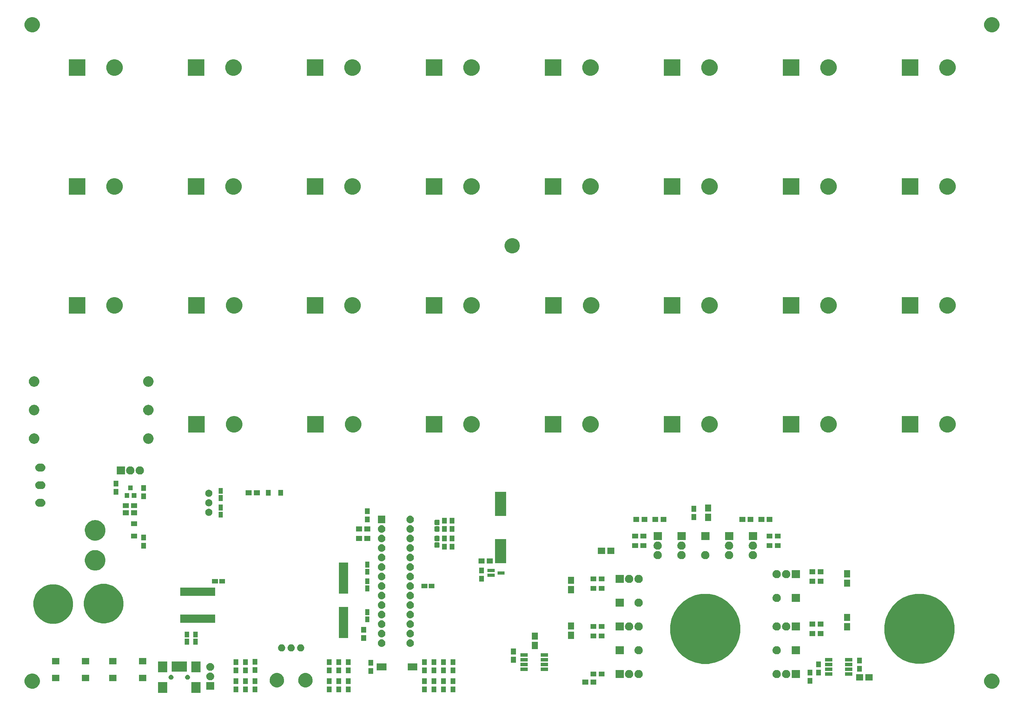
<source format=gbr>
G04 #@! TF.GenerationSoftware,KiCad,Pcbnew,(5.0.2)-1*
G04 #@! TF.CreationDate,2020-05-26T13:11:33-05:00*
G04 #@! TF.ProjectId,Spot_Welder_Hardware,53706f74-5f57-4656-9c64-65725f486172,rev?*
G04 #@! TF.SameCoordinates,Original*
G04 #@! TF.FileFunction,Soldermask,Top*
G04 #@! TF.FilePolarity,Negative*
%FSLAX46Y46*%
G04 Gerber Fmt 4.6, Leading zero omitted, Abs format (unit mm)*
G04 Created by KiCad (PCBNEW (5.0.2)-1) date 5/26/2020 1:11:33 PM*
%MOMM*%
%LPD*%
G01*
G04 APERTURE LIST*
%ADD10C,0.100000*%
G04 APERTURE END LIST*
D10*
G36*
X65462000Y-195926000D02*
X63062000Y-195926000D01*
X63062000Y-193026000D01*
X65462000Y-193026000D01*
X65462000Y-195926000D01*
X65462000Y-195926000D01*
G37*
G36*
X56562000Y-195926000D02*
X54162000Y-195926000D01*
X54162000Y-193026000D01*
X56562000Y-193026000D01*
X56562000Y-195926000D01*
X56562000Y-195926000D01*
G37*
G36*
X130952000Y-195786000D02*
X129652000Y-195786000D01*
X129652000Y-194186000D01*
X130952000Y-194186000D01*
X130952000Y-195786000D01*
X130952000Y-195786000D01*
G37*
G36*
X103012000Y-195786000D02*
X101712000Y-195786000D01*
X101712000Y-194186000D01*
X103012000Y-194186000D01*
X103012000Y-195786000D01*
X103012000Y-195786000D01*
G37*
G36*
X125872000Y-195786000D02*
X124572000Y-195786000D01*
X124572000Y-194186000D01*
X125872000Y-194186000D01*
X125872000Y-195786000D01*
X125872000Y-195786000D01*
G37*
G36*
X128412000Y-195786000D02*
X127112000Y-195786000D01*
X127112000Y-194186000D01*
X128412000Y-194186000D01*
X128412000Y-195786000D01*
X128412000Y-195786000D01*
G37*
G36*
X105552000Y-195786000D02*
X104252000Y-195786000D01*
X104252000Y-194186000D01*
X105552000Y-194186000D01*
X105552000Y-195786000D01*
X105552000Y-195786000D01*
G37*
G36*
X100472000Y-195786000D02*
X99172000Y-195786000D01*
X99172000Y-194186000D01*
X100472000Y-194186000D01*
X100472000Y-195786000D01*
X100472000Y-195786000D01*
G37*
G36*
X78120000Y-195786000D02*
X76820000Y-195786000D01*
X76820000Y-194186000D01*
X78120000Y-194186000D01*
X78120000Y-195786000D01*
X78120000Y-195786000D01*
G37*
G36*
X75580000Y-195786000D02*
X74280000Y-195786000D01*
X74280000Y-194186000D01*
X75580000Y-194186000D01*
X75580000Y-195786000D01*
X75580000Y-195786000D01*
G37*
G36*
X133492000Y-195786000D02*
X132192000Y-195786000D01*
X132192000Y-194186000D01*
X133492000Y-194186000D01*
X133492000Y-195786000D01*
X133492000Y-195786000D01*
G37*
G36*
X80660000Y-195786000D02*
X79360000Y-195786000D01*
X79360000Y-194186000D01*
X80660000Y-194186000D01*
X80660000Y-195786000D01*
X80660000Y-195786000D01*
G37*
G36*
X69122000Y-195106000D02*
X67022000Y-195106000D01*
X67022000Y-193006000D01*
X69122000Y-193006000D01*
X69122000Y-195106000D01*
X69122000Y-195106000D01*
G37*
G36*
X21169483Y-190822953D02*
X21541012Y-190976845D01*
X21875383Y-191200265D01*
X22159735Y-191484617D01*
X22383155Y-191818988D01*
X22537047Y-192190517D01*
X22615500Y-192584928D01*
X22615500Y-192987072D01*
X22537047Y-193381483D01*
X22383155Y-193753012D01*
X22159735Y-194087383D01*
X21875383Y-194371735D01*
X21541012Y-194595155D01*
X21169483Y-194749047D01*
X20775072Y-194827500D01*
X20372928Y-194827500D01*
X19978517Y-194749047D01*
X19606988Y-194595155D01*
X19272617Y-194371735D01*
X18988265Y-194087383D01*
X18764845Y-193753012D01*
X18610953Y-193381483D01*
X18532500Y-192987072D01*
X18532500Y-192584928D01*
X18610953Y-192190517D01*
X18764845Y-191818988D01*
X18988265Y-191484617D01*
X19272617Y-191200265D01*
X19606988Y-190976845D01*
X19978517Y-190822953D01*
X20372928Y-190744500D01*
X20775072Y-190744500D01*
X21169483Y-190822953D01*
X21169483Y-190822953D01*
G37*
G36*
X277201483Y-190822953D02*
X277573012Y-190976845D01*
X277907383Y-191200265D01*
X278191735Y-191484617D01*
X278415155Y-191818988D01*
X278569047Y-192190517D01*
X278647500Y-192584928D01*
X278647500Y-192987072D01*
X278569047Y-193381483D01*
X278415155Y-193753012D01*
X278191735Y-194087383D01*
X277907383Y-194371735D01*
X277573012Y-194595155D01*
X277201483Y-194749047D01*
X276807072Y-194827500D01*
X276404928Y-194827500D01*
X276010517Y-194749047D01*
X275638988Y-194595155D01*
X275304617Y-194371735D01*
X275020265Y-194087383D01*
X274796845Y-193753012D01*
X274642953Y-193381483D01*
X274564500Y-192987072D01*
X274564500Y-192584928D01*
X274642953Y-192190517D01*
X274796845Y-191818988D01*
X275020265Y-191484617D01*
X275304617Y-191200265D01*
X275638988Y-190976845D01*
X276010517Y-190822953D01*
X276404928Y-190744500D01*
X276807072Y-190744500D01*
X277201483Y-190822953D01*
X277201483Y-190822953D01*
G37*
G36*
X86413499Y-190680976D02*
X86413501Y-190680977D01*
X86413502Y-190680977D01*
X86763829Y-190826087D01*
X86763830Y-190826088D01*
X87079119Y-191036757D01*
X87347243Y-191304881D01*
X87347245Y-191304884D01*
X87557913Y-191620171D01*
X87682007Y-191919762D01*
X87703024Y-191970501D01*
X87777000Y-192342403D01*
X87777000Y-192721597D01*
X87720429Y-193006000D01*
X87703023Y-193093502D01*
X87557913Y-193443829D01*
X87462917Y-193586000D01*
X87347243Y-193759119D01*
X87079119Y-194027243D01*
X87079116Y-194027245D01*
X86763829Y-194237913D01*
X86413502Y-194383023D01*
X86413501Y-194383023D01*
X86413499Y-194383024D01*
X86041597Y-194457000D01*
X85662403Y-194457000D01*
X85290501Y-194383024D01*
X85290499Y-194383023D01*
X85290498Y-194383023D01*
X84940171Y-194237913D01*
X84624884Y-194027245D01*
X84624881Y-194027243D01*
X84356757Y-193759119D01*
X84241083Y-193586000D01*
X84146087Y-193443829D01*
X84000977Y-193093502D01*
X83983572Y-193006000D01*
X83927000Y-192721597D01*
X83927000Y-192342403D01*
X84000976Y-191970501D01*
X84021993Y-191919762D01*
X84146087Y-191620171D01*
X84356755Y-191304884D01*
X84356757Y-191304881D01*
X84624881Y-191036757D01*
X84940170Y-190826088D01*
X84940171Y-190826087D01*
X85290498Y-190680977D01*
X85290499Y-190680977D01*
X85290501Y-190680976D01*
X85662403Y-190607000D01*
X86041597Y-190607000D01*
X86413499Y-190680976D01*
X86413499Y-190680976D01*
G37*
G36*
X94033499Y-190680976D02*
X94033501Y-190680977D01*
X94033502Y-190680977D01*
X94383829Y-190826087D01*
X94383830Y-190826088D01*
X94699119Y-191036757D01*
X94967243Y-191304881D01*
X94967245Y-191304884D01*
X95177913Y-191620171D01*
X95302007Y-191919762D01*
X95323024Y-191970501D01*
X95397000Y-192342403D01*
X95397000Y-192721597D01*
X95340429Y-193006000D01*
X95323023Y-193093502D01*
X95177913Y-193443829D01*
X95082917Y-193586000D01*
X94967243Y-193759119D01*
X94699119Y-194027243D01*
X94699116Y-194027245D01*
X94383829Y-194237913D01*
X94033502Y-194383023D01*
X94033501Y-194383023D01*
X94033499Y-194383024D01*
X93661597Y-194457000D01*
X93282403Y-194457000D01*
X92910501Y-194383024D01*
X92910499Y-194383023D01*
X92910498Y-194383023D01*
X92560171Y-194237913D01*
X92244884Y-194027245D01*
X92244881Y-194027243D01*
X91976757Y-193759119D01*
X91861083Y-193586000D01*
X91766087Y-193443829D01*
X91620977Y-193093502D01*
X91603572Y-193006000D01*
X91547000Y-192721597D01*
X91547000Y-192342403D01*
X91620976Y-191970501D01*
X91641993Y-191919762D01*
X91766087Y-191620171D01*
X91976755Y-191304884D01*
X91976757Y-191304881D01*
X92244881Y-191036757D01*
X92560170Y-190826088D01*
X92560171Y-190826087D01*
X92910498Y-190680977D01*
X92910499Y-190680977D01*
X92910501Y-190680976D01*
X93282403Y-190607000D01*
X93661597Y-190607000D01*
X94033499Y-190680976D01*
X94033499Y-190680976D01*
G37*
G36*
X171107000Y-193690000D02*
X169507000Y-193690000D01*
X169507000Y-192390000D01*
X171107000Y-192390000D01*
X171107000Y-193690000D01*
X171107000Y-193690000D01*
G37*
G36*
X168907000Y-193690000D02*
X167307000Y-193690000D01*
X167307000Y-192390000D01*
X168907000Y-192390000D01*
X168907000Y-193690000D01*
X168907000Y-193690000D01*
G37*
G36*
X103012000Y-193586000D02*
X101712000Y-193586000D01*
X101712000Y-191986000D01*
X103012000Y-191986000D01*
X103012000Y-193586000D01*
X103012000Y-193586000D01*
G37*
G36*
X128412000Y-193586000D02*
X127112000Y-193586000D01*
X127112000Y-191986000D01*
X128412000Y-191986000D01*
X128412000Y-193586000D01*
X128412000Y-193586000D01*
G37*
G36*
X133492000Y-193586000D02*
X132192000Y-193586000D01*
X132192000Y-191986000D01*
X133492000Y-191986000D01*
X133492000Y-193586000D01*
X133492000Y-193586000D01*
G37*
G36*
X125872000Y-193586000D02*
X124572000Y-193586000D01*
X124572000Y-191986000D01*
X125872000Y-191986000D01*
X125872000Y-193586000D01*
X125872000Y-193586000D01*
G37*
G36*
X75580000Y-193586000D02*
X74280000Y-193586000D01*
X74280000Y-191986000D01*
X75580000Y-191986000D01*
X75580000Y-193586000D01*
X75580000Y-193586000D01*
G37*
G36*
X105552000Y-193586000D02*
X104252000Y-193586000D01*
X104252000Y-191986000D01*
X105552000Y-191986000D01*
X105552000Y-193586000D01*
X105552000Y-193586000D01*
G37*
G36*
X78120000Y-193586000D02*
X76820000Y-193586000D01*
X76820000Y-191986000D01*
X78120000Y-191986000D01*
X78120000Y-193586000D01*
X78120000Y-193586000D01*
G37*
G36*
X130952000Y-193586000D02*
X129652000Y-193586000D01*
X129652000Y-191986000D01*
X130952000Y-191986000D01*
X130952000Y-193586000D01*
X130952000Y-193586000D01*
G37*
G36*
X100472000Y-193586000D02*
X99172000Y-193586000D01*
X99172000Y-191986000D01*
X100472000Y-191986000D01*
X100472000Y-193586000D01*
X100472000Y-193586000D01*
G37*
G36*
X80660000Y-193586000D02*
X79360000Y-193586000D01*
X79360000Y-191986000D01*
X80660000Y-191986000D01*
X80660000Y-193586000D01*
X80660000Y-193586000D01*
G37*
G36*
X228742000Y-193500000D02*
X227442000Y-193500000D01*
X227442000Y-191900000D01*
X228742000Y-191900000D01*
X228742000Y-193500000D01*
X228742000Y-193500000D01*
G37*
G36*
X35757000Y-192786000D02*
X33807000Y-192786000D01*
X33807000Y-191086000D01*
X35757000Y-191086000D01*
X35757000Y-192786000D01*
X35757000Y-192786000D01*
G37*
G36*
X43047000Y-192786000D02*
X41097000Y-192786000D01*
X41097000Y-191086000D01*
X43047000Y-191086000D01*
X43047000Y-192786000D01*
X43047000Y-192786000D01*
G37*
G36*
X50997000Y-192786000D02*
X49047000Y-192786000D01*
X49047000Y-191086000D01*
X50997000Y-191086000D01*
X50997000Y-192786000D01*
X50997000Y-192786000D01*
G37*
G36*
X27807000Y-192786000D02*
X25857000Y-192786000D01*
X25857000Y-191086000D01*
X27807000Y-191086000D01*
X27807000Y-192786000D01*
X27807000Y-192786000D01*
G37*
G36*
X244790000Y-192595000D02*
X242890000Y-192595000D01*
X242890000Y-190945000D01*
X244790000Y-190945000D01*
X244790000Y-192595000D01*
X244790000Y-192595000D01*
G37*
G36*
X242290000Y-192595000D02*
X240390000Y-192595000D01*
X240390000Y-190945000D01*
X242290000Y-190945000D01*
X242290000Y-192595000D01*
X242290000Y-192595000D01*
G37*
G36*
X68200707Y-190473596D02*
X68277836Y-190481193D01*
X68409787Y-190521220D01*
X68475763Y-190541233D01*
X68658172Y-190638733D01*
X68818054Y-190769946D01*
X68949267Y-190929828D01*
X69046767Y-191112237D01*
X69046767Y-191112238D01*
X69106807Y-191310164D01*
X69127080Y-191516000D01*
X69106807Y-191721836D01*
X69077337Y-191818987D01*
X69046767Y-191919763D01*
X68949267Y-192102172D01*
X68818054Y-192262054D01*
X68658172Y-192393267D01*
X68475763Y-192490767D01*
X68409787Y-192510780D01*
X68277836Y-192550807D01*
X68200707Y-192558403D01*
X68123580Y-192566000D01*
X68020420Y-192566000D01*
X67943293Y-192558403D01*
X67866164Y-192550807D01*
X67734213Y-192510780D01*
X67668237Y-192490767D01*
X67485828Y-192393267D01*
X67325946Y-192262054D01*
X67194733Y-192102172D01*
X67097233Y-191919763D01*
X67066663Y-191818987D01*
X67037193Y-191721836D01*
X67016920Y-191516000D01*
X67037193Y-191310164D01*
X67097233Y-191112238D01*
X67097233Y-191112237D01*
X67194733Y-190929828D01*
X67325946Y-190769946D01*
X67485828Y-190638733D01*
X67668237Y-190541233D01*
X67734213Y-190521220D01*
X67866164Y-190481193D01*
X67943293Y-190473596D01*
X68020420Y-190466000D01*
X68123580Y-190466000D01*
X68200707Y-190473596D01*
X68200707Y-190473596D01*
G37*
G36*
X62159738Y-191092653D02*
X62201598Y-191100979D01*
X62228777Y-191112237D01*
X62319890Y-191149977D01*
X62426354Y-191221114D01*
X62516886Y-191311646D01*
X62588023Y-191418110D01*
X62637021Y-191536403D01*
X62662000Y-191661979D01*
X62662000Y-191790021D01*
X62656238Y-191818987D01*
X62637021Y-191915598D01*
X62622670Y-191950245D01*
X62588023Y-192033890D01*
X62516886Y-192140354D01*
X62426354Y-192230886D01*
X62319890Y-192302023D01*
X62236245Y-192336670D01*
X62201598Y-192351021D01*
X62159738Y-192359347D01*
X62076021Y-192376000D01*
X61947979Y-192376000D01*
X61864262Y-192359347D01*
X61822402Y-192351021D01*
X61787755Y-192336670D01*
X61704110Y-192302023D01*
X61597646Y-192230886D01*
X61507114Y-192140354D01*
X61435977Y-192033890D01*
X61401330Y-191950245D01*
X61386979Y-191915598D01*
X61367762Y-191818987D01*
X61362000Y-191790021D01*
X61362000Y-191661979D01*
X61386979Y-191536403D01*
X61435977Y-191418110D01*
X61507114Y-191311646D01*
X61597646Y-191221114D01*
X61704110Y-191149977D01*
X61795223Y-191112237D01*
X61822402Y-191100979D01*
X61864262Y-191092653D01*
X61947979Y-191076000D01*
X62076021Y-191076000D01*
X62159738Y-191092653D01*
X62159738Y-191092653D01*
G37*
G36*
X57759738Y-191092653D02*
X57801598Y-191100979D01*
X57828777Y-191112237D01*
X57919890Y-191149977D01*
X58026354Y-191221114D01*
X58116886Y-191311646D01*
X58188023Y-191418110D01*
X58237021Y-191536403D01*
X58262000Y-191661979D01*
X58262000Y-191790021D01*
X58256238Y-191818987D01*
X58237021Y-191915598D01*
X58222670Y-191950245D01*
X58188023Y-192033890D01*
X58116886Y-192140354D01*
X58026354Y-192230886D01*
X57919890Y-192302023D01*
X57836245Y-192336670D01*
X57801598Y-192351021D01*
X57759738Y-192359347D01*
X57676021Y-192376000D01*
X57547979Y-192376000D01*
X57464262Y-192359347D01*
X57422402Y-192351021D01*
X57387755Y-192336670D01*
X57304110Y-192302023D01*
X57197646Y-192230886D01*
X57107114Y-192140354D01*
X57035977Y-192033890D01*
X57001330Y-191950245D01*
X56986979Y-191915598D01*
X56967762Y-191818987D01*
X56962000Y-191790021D01*
X56962000Y-191661979D01*
X56986979Y-191536403D01*
X57035977Y-191418110D01*
X57107114Y-191311646D01*
X57197646Y-191221114D01*
X57304110Y-191149977D01*
X57395223Y-191112237D01*
X57422402Y-191100979D01*
X57464262Y-191092653D01*
X57547979Y-191076000D01*
X57676021Y-191076000D01*
X57759738Y-191092653D01*
X57759738Y-191092653D01*
G37*
G36*
X219417639Y-189796916D02*
X219624986Y-189859815D01*
X219624988Y-189859816D01*
X219816084Y-189961958D01*
X219983581Y-190099419D01*
X220121042Y-190266916D01*
X220206073Y-190426000D01*
X220223185Y-190458014D01*
X220286084Y-190665361D01*
X220307322Y-190881000D01*
X220286084Y-191096639D01*
X220254650Y-191200263D01*
X220223184Y-191303988D01*
X220121042Y-191495084D01*
X219983581Y-191662581D01*
X219816084Y-191800042D01*
X219629074Y-191900000D01*
X219624986Y-191902185D01*
X219417639Y-191965084D01*
X219256038Y-191981000D01*
X219147962Y-191981000D01*
X218986361Y-191965084D01*
X218779014Y-191902185D01*
X218774926Y-191900000D01*
X218587916Y-191800042D01*
X218420419Y-191662581D01*
X218282958Y-191495084D01*
X218180816Y-191303988D01*
X218149351Y-191200263D01*
X218117916Y-191096639D01*
X218096678Y-190881000D01*
X218117916Y-190665361D01*
X218180815Y-190458014D01*
X218197927Y-190426000D01*
X218282958Y-190266916D01*
X218420419Y-190099419D01*
X218587916Y-189961958D01*
X218779012Y-189859816D01*
X218779014Y-189859815D01*
X218986361Y-189796916D01*
X219147962Y-189781000D01*
X219256038Y-189781000D01*
X219417639Y-189796916D01*
X219417639Y-189796916D01*
G37*
G36*
X178392000Y-191981000D02*
X176192000Y-191981000D01*
X176192000Y-189781000D01*
X178392000Y-189781000D01*
X178392000Y-191981000D01*
X178392000Y-191981000D01*
G37*
G36*
X180047639Y-189796916D02*
X180254986Y-189859815D01*
X180254988Y-189859816D01*
X180446084Y-189961958D01*
X180613581Y-190099419D01*
X180751042Y-190266916D01*
X180836073Y-190426000D01*
X180853185Y-190458014D01*
X180916084Y-190665361D01*
X180937322Y-190881000D01*
X180916084Y-191096639D01*
X180884650Y-191200263D01*
X180853184Y-191303988D01*
X180751042Y-191495084D01*
X180613581Y-191662581D01*
X180446084Y-191800042D01*
X180259074Y-191900000D01*
X180254986Y-191902185D01*
X180047639Y-191965084D01*
X179886038Y-191981000D01*
X179777962Y-191981000D01*
X179616361Y-191965084D01*
X179409014Y-191902185D01*
X179404926Y-191900000D01*
X179217916Y-191800042D01*
X179050419Y-191662581D01*
X178912958Y-191495084D01*
X178810816Y-191303988D01*
X178779351Y-191200263D01*
X178747916Y-191096639D01*
X178726678Y-190881000D01*
X178747916Y-190665361D01*
X178810815Y-190458014D01*
X178827927Y-190426000D01*
X178912958Y-190266916D01*
X179050419Y-190099419D01*
X179217916Y-189961958D01*
X179409012Y-189859816D01*
X179409014Y-189859815D01*
X179616361Y-189796916D01*
X179777962Y-189781000D01*
X179886038Y-189781000D01*
X180047639Y-189796916D01*
X180047639Y-189796916D01*
G37*
G36*
X221957639Y-189796916D02*
X222164986Y-189859815D01*
X222164988Y-189859816D01*
X222356084Y-189961958D01*
X222523581Y-190099419D01*
X222661042Y-190266916D01*
X222746073Y-190426000D01*
X222763185Y-190458014D01*
X222826084Y-190665361D01*
X222847322Y-190881000D01*
X222826084Y-191096639D01*
X222794650Y-191200263D01*
X222763184Y-191303988D01*
X222661042Y-191495084D01*
X222523581Y-191662581D01*
X222356084Y-191800042D01*
X222169074Y-191900000D01*
X222164986Y-191902185D01*
X221957639Y-191965084D01*
X221796038Y-191981000D01*
X221687962Y-191981000D01*
X221526361Y-191965084D01*
X221319014Y-191902185D01*
X221314926Y-191900000D01*
X221127916Y-191800042D01*
X220960419Y-191662581D01*
X220822958Y-191495084D01*
X220720816Y-191303988D01*
X220689351Y-191200263D01*
X220657916Y-191096639D01*
X220636678Y-190881000D01*
X220657916Y-190665361D01*
X220720815Y-190458014D01*
X220737927Y-190426000D01*
X220822958Y-190266916D01*
X220960419Y-190099419D01*
X221127916Y-189961958D01*
X221319012Y-189859816D01*
X221319014Y-189859815D01*
X221526361Y-189796916D01*
X221687962Y-189781000D01*
X221796038Y-189781000D01*
X221957639Y-189796916D01*
X221957639Y-189796916D01*
G37*
G36*
X225382000Y-191981000D02*
X223182000Y-191981000D01*
X223182000Y-189781000D01*
X225382000Y-189781000D01*
X225382000Y-191981000D01*
X225382000Y-191981000D01*
G37*
G36*
X182587639Y-189796916D02*
X182794986Y-189859815D01*
X182794988Y-189859816D01*
X182986084Y-189961958D01*
X183153581Y-190099419D01*
X183291042Y-190266916D01*
X183376073Y-190426000D01*
X183393185Y-190458014D01*
X183456084Y-190665361D01*
X183477322Y-190881000D01*
X183456084Y-191096639D01*
X183424650Y-191200263D01*
X183393184Y-191303988D01*
X183291042Y-191495084D01*
X183153581Y-191662581D01*
X182986084Y-191800042D01*
X182799074Y-191900000D01*
X182794986Y-191902185D01*
X182587639Y-191965084D01*
X182426038Y-191981000D01*
X182317962Y-191981000D01*
X182156361Y-191965084D01*
X181949014Y-191902185D01*
X181944926Y-191900000D01*
X181757916Y-191800042D01*
X181590419Y-191662581D01*
X181452958Y-191495084D01*
X181350816Y-191303988D01*
X181319351Y-191200263D01*
X181287916Y-191096639D01*
X181266678Y-190881000D01*
X181287916Y-190665361D01*
X181350815Y-190458014D01*
X181367927Y-190426000D01*
X181452958Y-190266916D01*
X181590419Y-190099419D01*
X181757916Y-189961958D01*
X181949012Y-189859816D01*
X181949014Y-189859815D01*
X182156361Y-189796916D01*
X182317962Y-189781000D01*
X182426038Y-189781000D01*
X182587639Y-189796916D01*
X182587639Y-189796916D01*
G37*
G36*
X171107000Y-191531000D02*
X169507000Y-191531000D01*
X169507000Y-190231000D01*
X171107000Y-190231000D01*
X171107000Y-191531000D01*
X171107000Y-191531000D01*
G37*
G36*
X173307000Y-191531000D02*
X171707000Y-191531000D01*
X171707000Y-190231000D01*
X173307000Y-190231000D01*
X173307000Y-191531000D01*
X173307000Y-191531000D01*
G37*
G36*
X239420000Y-191381000D02*
X237470000Y-191381000D01*
X237470000Y-190381000D01*
X239420000Y-190381000D01*
X239420000Y-191381000D01*
X239420000Y-191381000D01*
G37*
G36*
X234020000Y-191381000D02*
X232070000Y-191381000D01*
X232070000Y-190381000D01*
X234020000Y-190381000D01*
X234020000Y-191381000D01*
X234020000Y-191381000D01*
G37*
G36*
X231028000Y-191300000D02*
X229728000Y-191300000D01*
X229728000Y-189700000D01*
X231028000Y-189700000D01*
X231028000Y-191300000D01*
X231028000Y-191300000D01*
G37*
G36*
X228742000Y-191300000D02*
X227442000Y-191300000D01*
X227442000Y-189700000D01*
X228742000Y-189700000D01*
X228742000Y-191300000D01*
X228742000Y-191300000D01*
G37*
G36*
X111546400Y-190876000D02*
X110246400Y-190876000D01*
X110246400Y-189276000D01*
X111546400Y-189276000D01*
X111546400Y-190876000D01*
X111546400Y-190876000D01*
G37*
G36*
X105552000Y-190706000D02*
X104252000Y-190706000D01*
X104252000Y-189106000D01*
X105552000Y-189106000D01*
X105552000Y-190706000D01*
X105552000Y-190706000D01*
G37*
G36*
X130952000Y-190706000D02*
X129652000Y-190706000D01*
X129652000Y-189106000D01*
X130952000Y-189106000D01*
X130952000Y-190706000D01*
X130952000Y-190706000D01*
G37*
G36*
X133492000Y-190706000D02*
X132192000Y-190706000D01*
X132192000Y-189106000D01*
X133492000Y-189106000D01*
X133492000Y-190706000D01*
X133492000Y-190706000D01*
G37*
G36*
X75580000Y-190706000D02*
X74280000Y-190706000D01*
X74280000Y-189106000D01*
X75580000Y-189106000D01*
X75580000Y-190706000D01*
X75580000Y-190706000D01*
G37*
G36*
X128412000Y-190706000D02*
X127112000Y-190706000D01*
X127112000Y-189106000D01*
X128412000Y-189106000D01*
X128412000Y-190706000D01*
X128412000Y-190706000D01*
G37*
G36*
X78120000Y-190706000D02*
X76820000Y-190706000D01*
X76820000Y-189106000D01*
X78120000Y-189106000D01*
X78120000Y-190706000D01*
X78120000Y-190706000D01*
G37*
G36*
X100472000Y-190706000D02*
X99172000Y-190706000D01*
X99172000Y-189106000D01*
X100472000Y-189106000D01*
X100472000Y-190706000D01*
X100472000Y-190706000D01*
G37*
G36*
X103012000Y-190706000D02*
X101712000Y-190706000D01*
X101712000Y-189106000D01*
X103012000Y-189106000D01*
X103012000Y-190706000D01*
X103012000Y-190706000D01*
G37*
G36*
X125872000Y-190706000D02*
X124572000Y-190706000D01*
X124572000Y-189106000D01*
X125872000Y-189106000D01*
X125872000Y-190706000D01*
X125872000Y-190706000D01*
G37*
G36*
X80660000Y-190622000D02*
X79360000Y-190622000D01*
X79360000Y-189022000D01*
X80660000Y-189022000D01*
X80660000Y-190622000D01*
X80660000Y-190622000D01*
G37*
G36*
X65462000Y-190426000D02*
X63062000Y-190426000D01*
X63062000Y-187526000D01*
X65462000Y-187526000D01*
X65462000Y-190426000D01*
X65462000Y-190426000D01*
G37*
G36*
X56562000Y-190426000D02*
X54162000Y-190426000D01*
X54162000Y-187526000D01*
X56562000Y-187526000D01*
X56562000Y-190426000D01*
X56562000Y-190426000D01*
G37*
G36*
X241950000Y-190284000D02*
X240650000Y-190284000D01*
X240650000Y-188684000D01*
X241950000Y-188684000D01*
X241950000Y-190284000D01*
X241950000Y-190284000D01*
G37*
G36*
X61862000Y-190226000D02*
X57762000Y-190226000D01*
X57762000Y-187526000D01*
X61862000Y-187526000D01*
X61862000Y-190226000D01*
X61862000Y-190226000D01*
G37*
G36*
X152801000Y-190111000D02*
X150851000Y-190111000D01*
X150851000Y-189111000D01*
X152801000Y-189111000D01*
X152801000Y-190111000D01*
X152801000Y-190111000D01*
G37*
G36*
X158201000Y-190111000D02*
X156251000Y-190111000D01*
X156251000Y-189111000D01*
X158201000Y-189111000D01*
X158201000Y-190111000D01*
X158201000Y-190111000D01*
G37*
G36*
X234020000Y-190111000D02*
X232070000Y-190111000D01*
X232070000Y-189111000D01*
X234020000Y-189111000D01*
X234020000Y-190111000D01*
X234020000Y-190111000D01*
G37*
G36*
X239420000Y-190111000D02*
X237470000Y-190111000D01*
X237470000Y-189111000D01*
X239420000Y-189111000D01*
X239420000Y-190111000D01*
X239420000Y-190111000D01*
G37*
G36*
X68200707Y-187933596D02*
X68277836Y-187941193D01*
X68409787Y-187981220D01*
X68475763Y-188001233D01*
X68658172Y-188098733D01*
X68818054Y-188229946D01*
X68949267Y-188389828D01*
X69046767Y-188572237D01*
X69046767Y-188572238D01*
X69106807Y-188770164D01*
X69127080Y-188976000D01*
X69106807Y-189181836D01*
X69078243Y-189276000D01*
X69046767Y-189379763D01*
X68949267Y-189562172D01*
X68818054Y-189722054D01*
X68658172Y-189853267D01*
X68475763Y-189950767D01*
X68409787Y-189970780D01*
X68277836Y-190010807D01*
X68200707Y-190018404D01*
X68123580Y-190026000D01*
X68020420Y-190026000D01*
X67943293Y-190018404D01*
X67866164Y-190010807D01*
X67734213Y-189970780D01*
X67668237Y-189950767D01*
X67485828Y-189853267D01*
X67325946Y-189722054D01*
X67194733Y-189562172D01*
X67097233Y-189379763D01*
X67065757Y-189276000D01*
X67037193Y-189181836D01*
X67016920Y-188976000D01*
X67037193Y-188770164D01*
X67097233Y-188572238D01*
X67097233Y-188572237D01*
X67194733Y-188389828D01*
X67325946Y-188229946D01*
X67485828Y-188098733D01*
X67668237Y-188001233D01*
X67734213Y-187981220D01*
X67866164Y-187941193D01*
X67943293Y-187933596D01*
X68020420Y-187926000D01*
X68123580Y-187926000D01*
X68200707Y-187933596D01*
X68200707Y-187933596D01*
G37*
G36*
X115067000Y-189926000D02*
X112517000Y-189926000D01*
X112517000Y-188026000D01*
X115067000Y-188026000D01*
X115067000Y-189926000D01*
X115067000Y-189926000D01*
G37*
G36*
X123317000Y-189926000D02*
X120767000Y-189926000D01*
X120767000Y-188026000D01*
X123317000Y-188026000D01*
X123317000Y-189926000D01*
X123317000Y-189926000D01*
G37*
G36*
X231028000Y-189100000D02*
X229728000Y-189100000D01*
X229728000Y-187500000D01*
X231028000Y-187500000D01*
X231028000Y-189100000D01*
X231028000Y-189100000D01*
G37*
G36*
X158201000Y-188841000D02*
X156251000Y-188841000D01*
X156251000Y-187841000D01*
X158201000Y-187841000D01*
X158201000Y-188841000D01*
X158201000Y-188841000D01*
G37*
G36*
X152801000Y-188841000D02*
X150851000Y-188841000D01*
X150851000Y-187841000D01*
X152801000Y-187841000D01*
X152801000Y-188841000D01*
X152801000Y-188841000D01*
G37*
G36*
X234020000Y-188841000D02*
X232070000Y-188841000D01*
X232070000Y-187841000D01*
X234020000Y-187841000D01*
X234020000Y-188841000D01*
X234020000Y-188841000D01*
G37*
G36*
X239420000Y-188841000D02*
X237470000Y-188841000D01*
X237470000Y-187841000D01*
X239420000Y-187841000D01*
X239420000Y-188841000D01*
X239420000Y-188841000D01*
G37*
G36*
X111546400Y-188676000D02*
X110246400Y-188676000D01*
X110246400Y-187076000D01*
X111546400Y-187076000D01*
X111546400Y-188676000D01*
X111546400Y-188676000D01*
G37*
G36*
X103012000Y-188506000D02*
X101712000Y-188506000D01*
X101712000Y-186906000D01*
X103012000Y-186906000D01*
X103012000Y-188506000D01*
X103012000Y-188506000D01*
G37*
G36*
X75580000Y-188506000D02*
X74280000Y-188506000D01*
X74280000Y-186906000D01*
X75580000Y-186906000D01*
X75580000Y-188506000D01*
X75580000Y-188506000D01*
G37*
G36*
X78120000Y-188506000D02*
X76820000Y-188506000D01*
X76820000Y-186906000D01*
X78120000Y-186906000D01*
X78120000Y-188506000D01*
X78120000Y-188506000D01*
G37*
G36*
X100472000Y-188506000D02*
X99172000Y-188506000D01*
X99172000Y-186906000D01*
X100472000Y-186906000D01*
X100472000Y-188506000D01*
X100472000Y-188506000D01*
G37*
G36*
X128412000Y-188506000D02*
X127112000Y-188506000D01*
X127112000Y-186906000D01*
X128412000Y-186906000D01*
X128412000Y-188506000D01*
X128412000Y-188506000D01*
G37*
G36*
X130952000Y-188506000D02*
X129652000Y-188506000D01*
X129652000Y-186906000D01*
X130952000Y-186906000D01*
X130952000Y-188506000D01*
X130952000Y-188506000D01*
G37*
G36*
X133492000Y-188506000D02*
X132192000Y-188506000D01*
X132192000Y-186906000D01*
X133492000Y-186906000D01*
X133492000Y-188506000D01*
X133492000Y-188506000D01*
G37*
G36*
X125872000Y-188506000D02*
X124572000Y-188506000D01*
X124572000Y-186906000D01*
X125872000Y-186906000D01*
X125872000Y-188506000D01*
X125872000Y-188506000D01*
G37*
G36*
X105552000Y-188506000D02*
X104252000Y-188506000D01*
X104252000Y-186906000D01*
X105552000Y-186906000D01*
X105552000Y-188506000D01*
X105552000Y-188506000D01*
G37*
G36*
X80660000Y-188422000D02*
X79360000Y-188422000D01*
X79360000Y-186822000D01*
X80660000Y-186822000D01*
X80660000Y-188422000D01*
X80660000Y-188422000D01*
G37*
G36*
X27807000Y-188286000D02*
X25857000Y-188286000D01*
X25857000Y-186586000D01*
X27807000Y-186586000D01*
X27807000Y-188286000D01*
X27807000Y-188286000D01*
G37*
G36*
X50997000Y-188286000D02*
X49047000Y-188286000D01*
X49047000Y-186586000D01*
X50997000Y-186586000D01*
X50997000Y-188286000D01*
X50997000Y-188286000D01*
G37*
G36*
X43047000Y-188286000D02*
X41097000Y-188286000D01*
X41097000Y-186586000D01*
X43047000Y-186586000D01*
X43047000Y-188286000D01*
X43047000Y-188286000D01*
G37*
G36*
X35757000Y-188286000D02*
X33807000Y-188286000D01*
X33807000Y-186586000D01*
X35757000Y-186586000D01*
X35757000Y-188286000D01*
X35757000Y-188286000D01*
G37*
G36*
X201285539Y-169539815D02*
X202877544Y-169856484D01*
X204578044Y-170560854D01*
X206108453Y-171583441D01*
X207409959Y-172884947D01*
X208432546Y-174415356D01*
X209136916Y-176115856D01*
X209418405Y-177531000D01*
X209496000Y-177921095D01*
X209496000Y-179761705D01*
X209474459Y-179870000D01*
X209136916Y-181566944D01*
X208432546Y-183267444D01*
X207409959Y-184797853D01*
X206108453Y-186099359D01*
X204578044Y-187121946D01*
X202877544Y-187826316D01*
X201329193Y-188134302D01*
X201072305Y-188185400D01*
X199231695Y-188185400D01*
X198974807Y-188134302D01*
X197426456Y-187826316D01*
X195725956Y-187121946D01*
X194195547Y-186099359D01*
X192894041Y-184797853D01*
X191871454Y-183267444D01*
X191167084Y-181566944D01*
X190829541Y-179870000D01*
X190808000Y-179761705D01*
X190808000Y-177921095D01*
X190885595Y-177531000D01*
X191167084Y-176115856D01*
X191871454Y-174415356D01*
X192894041Y-172884947D01*
X194195547Y-171583441D01*
X195725956Y-170560854D01*
X197426456Y-169856484D01*
X199018461Y-169539815D01*
X199231695Y-169497400D01*
X201072305Y-169497400D01*
X201285539Y-169539815D01*
X201285539Y-169539815D01*
G37*
G36*
X258349999Y-169497400D02*
X260027544Y-169831084D01*
X261728044Y-170535454D01*
X263258453Y-171558041D01*
X264559959Y-172859547D01*
X265582546Y-174389956D01*
X266286916Y-176090456D01*
X266576441Y-177546000D01*
X266646000Y-177895695D01*
X266646000Y-179736305D01*
X266631142Y-179811000D01*
X266286916Y-181541544D01*
X265582546Y-183242044D01*
X264559959Y-184772453D01*
X263258453Y-186073959D01*
X261728044Y-187096546D01*
X260027544Y-187800916D01*
X258604382Y-188084000D01*
X258222305Y-188160000D01*
X256381695Y-188160000D01*
X255999618Y-188084000D01*
X254576456Y-187800916D01*
X252875956Y-187096546D01*
X251345547Y-186073959D01*
X250044041Y-184772453D01*
X249021454Y-183242044D01*
X248317084Y-181541544D01*
X247972858Y-179811000D01*
X247958000Y-179736305D01*
X247958000Y-177895695D01*
X248027559Y-177546000D01*
X248317084Y-176090456D01*
X249021454Y-174389956D01*
X250044041Y-172859547D01*
X251345547Y-171558041D01*
X252875956Y-170535454D01*
X254576456Y-169831084D01*
X256254001Y-169497400D01*
X256381695Y-169472000D01*
X258222305Y-169472000D01*
X258349999Y-169497400D01*
X258349999Y-169497400D01*
G37*
G36*
X241950000Y-188084000D02*
X240650000Y-188084000D01*
X240650000Y-186484000D01*
X241950000Y-186484000D01*
X241950000Y-188084000D01*
X241950000Y-188084000D01*
G37*
G36*
X149621000Y-187871000D02*
X148321000Y-187871000D01*
X148321000Y-186271000D01*
X149621000Y-186271000D01*
X149621000Y-187871000D01*
X149621000Y-187871000D01*
G37*
G36*
X234020000Y-187571000D02*
X232070000Y-187571000D01*
X232070000Y-186571000D01*
X234020000Y-186571000D01*
X234020000Y-187571000D01*
X234020000Y-187571000D01*
G37*
G36*
X239420000Y-187571000D02*
X237470000Y-187571000D01*
X237470000Y-186571000D01*
X239420000Y-186571000D01*
X239420000Y-187571000D01*
X239420000Y-187571000D01*
G37*
G36*
X152801000Y-187571000D02*
X150851000Y-187571000D01*
X150851000Y-186571000D01*
X152801000Y-186571000D01*
X152801000Y-187571000D01*
X152801000Y-187571000D01*
G37*
G36*
X158201000Y-187571000D02*
X156251000Y-187571000D01*
X156251000Y-186571000D01*
X158201000Y-186571000D01*
X158201000Y-187571000D01*
X158201000Y-187571000D01*
G37*
G36*
X158201000Y-186301000D02*
X156251000Y-186301000D01*
X156251000Y-185301000D01*
X158201000Y-185301000D01*
X158201000Y-186301000D01*
X158201000Y-186301000D01*
G37*
G36*
X152801000Y-186301000D02*
X150851000Y-186301000D01*
X150851000Y-185301000D01*
X152801000Y-185301000D01*
X152801000Y-186301000D01*
X152801000Y-186301000D01*
G37*
G36*
X149621000Y-185671000D02*
X148321000Y-185671000D01*
X148321000Y-184071000D01*
X149621000Y-184071000D01*
X149621000Y-185671000D01*
X149621000Y-185671000D01*
G37*
G36*
X225382000Y-185631000D02*
X223182000Y-185631000D01*
X223182000Y-183431000D01*
X225382000Y-183431000D01*
X225382000Y-185631000D01*
X225382000Y-185631000D01*
G37*
G36*
X219417639Y-183446916D02*
X219624986Y-183509815D01*
X219624988Y-183509816D01*
X219816084Y-183611958D01*
X219983581Y-183749419D01*
X220121042Y-183916916D01*
X220203401Y-184071000D01*
X220223185Y-184108014D01*
X220286084Y-184315361D01*
X220307322Y-184531000D01*
X220286084Y-184746639D01*
X220263517Y-184821032D01*
X220223184Y-184953988D01*
X220121042Y-185145084D01*
X219983581Y-185312581D01*
X219816084Y-185450042D01*
X219624988Y-185552184D01*
X219624986Y-185552185D01*
X219417639Y-185615084D01*
X219256038Y-185631000D01*
X219147962Y-185631000D01*
X218986361Y-185615084D01*
X218779014Y-185552185D01*
X218779012Y-185552184D01*
X218587916Y-185450042D01*
X218420419Y-185312581D01*
X218282958Y-185145084D01*
X218180816Y-184953988D01*
X218140484Y-184821032D01*
X218117916Y-184746639D01*
X218096678Y-184531000D01*
X218117916Y-184315361D01*
X218180815Y-184108014D01*
X218200599Y-184071000D01*
X218282958Y-183916916D01*
X218420419Y-183749419D01*
X218587916Y-183611958D01*
X218779012Y-183509816D01*
X218779014Y-183509815D01*
X218986361Y-183446916D01*
X219147962Y-183431000D01*
X219256038Y-183431000D01*
X219417639Y-183446916D01*
X219417639Y-183446916D01*
G37*
G36*
X178392000Y-185631000D02*
X176192000Y-185631000D01*
X176192000Y-183431000D01*
X178392000Y-183431000D01*
X178392000Y-185631000D01*
X178392000Y-185631000D01*
G37*
G36*
X182587639Y-183446916D02*
X182794986Y-183509815D01*
X182794988Y-183509816D01*
X182986084Y-183611958D01*
X183153581Y-183749419D01*
X183291042Y-183916916D01*
X183373401Y-184071000D01*
X183393185Y-184108014D01*
X183456084Y-184315361D01*
X183477322Y-184531000D01*
X183456084Y-184746639D01*
X183433517Y-184821032D01*
X183393184Y-184953988D01*
X183291042Y-185145084D01*
X183153581Y-185312581D01*
X182986084Y-185450042D01*
X182794988Y-185552184D01*
X182794986Y-185552185D01*
X182587639Y-185615084D01*
X182426038Y-185631000D01*
X182317962Y-185631000D01*
X182156361Y-185615084D01*
X181949014Y-185552185D01*
X181949012Y-185552184D01*
X181757916Y-185450042D01*
X181590419Y-185312581D01*
X181452958Y-185145084D01*
X181350816Y-184953988D01*
X181310484Y-184821032D01*
X181287916Y-184746639D01*
X181266678Y-184531000D01*
X181287916Y-184315361D01*
X181350815Y-184108014D01*
X181370599Y-184071000D01*
X181452958Y-183916916D01*
X181590419Y-183749419D01*
X181757916Y-183611958D01*
X181949012Y-183509816D01*
X181949014Y-183509815D01*
X182156361Y-183446916D01*
X182317962Y-183431000D01*
X182426038Y-183431000D01*
X182587639Y-183446916D01*
X182587639Y-183446916D01*
G37*
G36*
X89942603Y-182970968D02*
X89942606Y-182970969D01*
X89942605Y-182970969D01*
X90117678Y-183043486D01*
X90117679Y-183043487D01*
X90275241Y-183148767D01*
X90409233Y-183282759D01*
X90409234Y-183282761D01*
X90514514Y-183440322D01*
X90543299Y-183509816D01*
X90587032Y-183615397D01*
X90624000Y-183801250D01*
X90624000Y-183990750D01*
X90587032Y-184176603D01*
X90587031Y-184176605D01*
X90514514Y-184351678D01*
X90514513Y-184351679D01*
X90409233Y-184509241D01*
X90275241Y-184643233D01*
X90195923Y-184696232D01*
X90117678Y-184748514D01*
X89998562Y-184797853D01*
X89942603Y-184821032D01*
X89756750Y-184858000D01*
X89567250Y-184858000D01*
X89381397Y-184821032D01*
X89325438Y-184797853D01*
X89206322Y-184748514D01*
X89128077Y-184696232D01*
X89048759Y-184643233D01*
X88914767Y-184509241D01*
X88809487Y-184351679D01*
X88809486Y-184351678D01*
X88736969Y-184176605D01*
X88736968Y-184176603D01*
X88700000Y-183990750D01*
X88700000Y-183801250D01*
X88736968Y-183615397D01*
X88780701Y-183509816D01*
X88809486Y-183440322D01*
X88914766Y-183282761D01*
X88914767Y-183282759D01*
X89048759Y-183148767D01*
X89206321Y-183043487D01*
X89206322Y-183043486D01*
X89381395Y-182970969D01*
X89381394Y-182970969D01*
X89381397Y-182970968D01*
X89567250Y-182934000D01*
X89756750Y-182934000D01*
X89942603Y-182970968D01*
X89942603Y-182970968D01*
G37*
G36*
X92482603Y-182970968D02*
X92482606Y-182970969D01*
X92482605Y-182970969D01*
X92657678Y-183043486D01*
X92657679Y-183043487D01*
X92815241Y-183148767D01*
X92949233Y-183282759D01*
X92949234Y-183282761D01*
X93054514Y-183440322D01*
X93083299Y-183509816D01*
X93127032Y-183615397D01*
X93164000Y-183801250D01*
X93164000Y-183990750D01*
X93127032Y-184176603D01*
X93127031Y-184176605D01*
X93054514Y-184351678D01*
X93054513Y-184351679D01*
X92949233Y-184509241D01*
X92815241Y-184643233D01*
X92735923Y-184696232D01*
X92657678Y-184748514D01*
X92538562Y-184797853D01*
X92482603Y-184821032D01*
X92296750Y-184858000D01*
X92107250Y-184858000D01*
X91921397Y-184821032D01*
X91865438Y-184797853D01*
X91746322Y-184748514D01*
X91668077Y-184696232D01*
X91588759Y-184643233D01*
X91454767Y-184509241D01*
X91349487Y-184351679D01*
X91349486Y-184351678D01*
X91276969Y-184176605D01*
X91276968Y-184176603D01*
X91240000Y-183990750D01*
X91240000Y-183801250D01*
X91276968Y-183615397D01*
X91320701Y-183509816D01*
X91349486Y-183440322D01*
X91454766Y-183282761D01*
X91454767Y-183282759D01*
X91588759Y-183148767D01*
X91746321Y-183043487D01*
X91746322Y-183043486D01*
X91921395Y-182970969D01*
X91921394Y-182970969D01*
X91921397Y-182970968D01*
X92107250Y-182934000D01*
X92296750Y-182934000D01*
X92482603Y-182970968D01*
X92482603Y-182970968D01*
G37*
G36*
X87402603Y-182970968D02*
X87402606Y-182970969D01*
X87402605Y-182970969D01*
X87577678Y-183043486D01*
X87577679Y-183043487D01*
X87735241Y-183148767D01*
X87869233Y-183282759D01*
X87869234Y-183282761D01*
X87974514Y-183440322D01*
X88003299Y-183509816D01*
X88047032Y-183615397D01*
X88084000Y-183801250D01*
X88084000Y-183990750D01*
X88047032Y-184176603D01*
X88047031Y-184176605D01*
X87974514Y-184351678D01*
X87974513Y-184351679D01*
X87869233Y-184509241D01*
X87735241Y-184643233D01*
X87655923Y-184696232D01*
X87577678Y-184748514D01*
X87458562Y-184797853D01*
X87402603Y-184821032D01*
X87216750Y-184858000D01*
X87027250Y-184858000D01*
X86841397Y-184821032D01*
X86785438Y-184797853D01*
X86666322Y-184748514D01*
X86588077Y-184696232D01*
X86508759Y-184643233D01*
X86374767Y-184509241D01*
X86269487Y-184351679D01*
X86269486Y-184351678D01*
X86196969Y-184176605D01*
X86196968Y-184176603D01*
X86160000Y-183990750D01*
X86160000Y-183801250D01*
X86196968Y-183615397D01*
X86240701Y-183509816D01*
X86269486Y-183440322D01*
X86374766Y-183282761D01*
X86374767Y-183282759D01*
X86508759Y-183148767D01*
X86666321Y-183043487D01*
X86666322Y-183043486D01*
X86841395Y-182970969D01*
X86841394Y-182970969D01*
X86841397Y-182970968D01*
X87027250Y-182934000D01*
X87216750Y-182934000D01*
X87402603Y-182970968D01*
X87402603Y-182970968D01*
G37*
G36*
X155511000Y-184211000D02*
X153861000Y-184211000D01*
X153861000Y-182311000D01*
X155511000Y-182311000D01*
X155511000Y-184211000D01*
X155511000Y-184211000D01*
G37*
G36*
X113988030Y-181640469D02*
X113988033Y-181640470D01*
X113988034Y-181640470D01*
X114176535Y-181697651D01*
X114176537Y-181697652D01*
X114350260Y-181790509D01*
X114502528Y-181915472D01*
X114627491Y-182067740D01*
X114720348Y-182241463D01*
X114777531Y-182429970D01*
X114796838Y-182626000D01*
X114777531Y-182822030D01*
X114777530Y-182822033D01*
X114777530Y-182822034D01*
X114743566Y-182934000D01*
X114720348Y-183010537D01*
X114627491Y-183184260D01*
X114502528Y-183336528D01*
X114350260Y-183461491D01*
X114350258Y-183461492D01*
X114176535Y-183554349D01*
X113988034Y-183611530D01*
X113988033Y-183611530D01*
X113988030Y-183611531D01*
X113841124Y-183626000D01*
X113742876Y-183626000D01*
X113595970Y-183611531D01*
X113595967Y-183611530D01*
X113595966Y-183611530D01*
X113407465Y-183554349D01*
X113233742Y-183461492D01*
X113233740Y-183461491D01*
X113081472Y-183336528D01*
X112956509Y-183184260D01*
X112863652Y-183010537D01*
X112840435Y-182934000D01*
X112806470Y-182822034D01*
X112806470Y-182822033D01*
X112806469Y-182822030D01*
X112787162Y-182626000D01*
X112806469Y-182429970D01*
X112863652Y-182241463D01*
X112956509Y-182067740D01*
X113081472Y-181915472D01*
X113233740Y-181790509D01*
X113407463Y-181697652D01*
X113407465Y-181697651D01*
X113595966Y-181640470D01*
X113595967Y-181640470D01*
X113595970Y-181640469D01*
X113742876Y-181626000D01*
X113841124Y-181626000D01*
X113988030Y-181640469D01*
X113988030Y-181640469D01*
G37*
G36*
X121608030Y-181640469D02*
X121608033Y-181640470D01*
X121608034Y-181640470D01*
X121796535Y-181697651D01*
X121796537Y-181697652D01*
X121970260Y-181790509D01*
X122122528Y-181915472D01*
X122247491Y-182067740D01*
X122340348Y-182241463D01*
X122397531Y-182429970D01*
X122416838Y-182626000D01*
X122397531Y-182822030D01*
X122397530Y-182822033D01*
X122397530Y-182822034D01*
X122363566Y-182934000D01*
X122340348Y-183010537D01*
X122247491Y-183184260D01*
X122122528Y-183336528D01*
X121970260Y-183461491D01*
X121970258Y-183461492D01*
X121796535Y-183554349D01*
X121608034Y-183611530D01*
X121608033Y-183611530D01*
X121608030Y-183611531D01*
X121461124Y-183626000D01*
X121362876Y-183626000D01*
X121215970Y-183611531D01*
X121215967Y-183611530D01*
X121215966Y-183611530D01*
X121027465Y-183554349D01*
X120853742Y-183461492D01*
X120853740Y-183461491D01*
X120701472Y-183336528D01*
X120576509Y-183184260D01*
X120483652Y-183010537D01*
X120460435Y-182934000D01*
X120426470Y-182822034D01*
X120426470Y-182822033D01*
X120426469Y-182822030D01*
X120407162Y-182626000D01*
X120426469Y-182429970D01*
X120483652Y-182241463D01*
X120576509Y-182067740D01*
X120701472Y-181915472D01*
X120853740Y-181790509D01*
X121027463Y-181697652D01*
X121027465Y-181697651D01*
X121215966Y-181640470D01*
X121215967Y-181640470D01*
X121215970Y-181640469D01*
X121362876Y-181626000D01*
X121461124Y-181626000D01*
X121608030Y-181640469D01*
X121608030Y-181640469D01*
G37*
G36*
X64710000Y-183040000D02*
X63560000Y-183040000D01*
X63560000Y-181440000D01*
X64710000Y-181440000D01*
X64710000Y-183040000D01*
X64710000Y-183040000D01*
G37*
G36*
X62398600Y-183040000D02*
X61248600Y-183040000D01*
X61248600Y-181440000D01*
X62398600Y-181440000D01*
X62398600Y-183040000D01*
X62398600Y-183040000D01*
G37*
G36*
X109666800Y-182070000D02*
X108366800Y-182070000D01*
X108366800Y-180470000D01*
X109666800Y-180470000D01*
X109666800Y-182070000D01*
X109666800Y-182070000D01*
G37*
G36*
X155511000Y-181711000D02*
X153861000Y-181711000D01*
X153861000Y-179811000D01*
X155511000Y-179811000D01*
X155511000Y-181711000D01*
X155511000Y-181711000D01*
G37*
G36*
X165163000Y-181504000D02*
X163513000Y-181504000D01*
X163513000Y-179604000D01*
X165163000Y-179604000D01*
X165163000Y-181504000D01*
X165163000Y-181504000D01*
G37*
G36*
X171107000Y-181371000D02*
X169507000Y-181371000D01*
X169507000Y-180071000D01*
X171107000Y-180071000D01*
X171107000Y-181371000D01*
X171107000Y-181371000D01*
G37*
G36*
X173307000Y-181371000D02*
X171707000Y-181371000D01*
X171707000Y-180071000D01*
X173307000Y-180071000D01*
X173307000Y-181371000D01*
X173307000Y-181371000D01*
G37*
G36*
X104832000Y-181271000D02*
X102432000Y-181271000D01*
X102432000Y-172996000D01*
X104832000Y-172996000D01*
X104832000Y-181271000D01*
X104832000Y-181271000D01*
G37*
G36*
X62398600Y-181140000D02*
X61248600Y-181140000D01*
X61248600Y-179540000D01*
X62398600Y-179540000D01*
X62398600Y-181140000D01*
X62398600Y-181140000D01*
G37*
G36*
X64710000Y-181140000D02*
X63560000Y-181140000D01*
X63560000Y-179540000D01*
X64710000Y-179540000D01*
X64710000Y-181140000D01*
X64710000Y-181140000D01*
G37*
G36*
X113988030Y-179100469D02*
X113988033Y-179100470D01*
X113988034Y-179100470D01*
X114176535Y-179157651D01*
X114176537Y-179157652D01*
X114350260Y-179250509D01*
X114502528Y-179375472D01*
X114627491Y-179527740D01*
X114627492Y-179527742D01*
X114720349Y-179701465D01*
X114753576Y-179811000D01*
X114777531Y-179889970D01*
X114796838Y-180086000D01*
X114777531Y-180282030D01*
X114720348Y-180470537D01*
X114627491Y-180644260D01*
X114502528Y-180796528D01*
X114350260Y-180921491D01*
X114350258Y-180921492D01*
X114176535Y-181014349D01*
X113988034Y-181071530D01*
X113988033Y-181071530D01*
X113988030Y-181071531D01*
X113841124Y-181086000D01*
X113742876Y-181086000D01*
X113595970Y-181071531D01*
X113595967Y-181071530D01*
X113595966Y-181071530D01*
X113407465Y-181014349D01*
X113233742Y-180921492D01*
X113233740Y-180921491D01*
X113081472Y-180796528D01*
X112956509Y-180644260D01*
X112863652Y-180470537D01*
X112806469Y-180282030D01*
X112787162Y-180086000D01*
X112806469Y-179889970D01*
X112830424Y-179811000D01*
X112863651Y-179701465D01*
X112956508Y-179527742D01*
X112956509Y-179527740D01*
X113081472Y-179375472D01*
X113233740Y-179250509D01*
X113407463Y-179157652D01*
X113407465Y-179157651D01*
X113595966Y-179100470D01*
X113595967Y-179100470D01*
X113595970Y-179100469D01*
X113742876Y-179086000D01*
X113841124Y-179086000D01*
X113988030Y-179100469D01*
X113988030Y-179100469D01*
G37*
G36*
X121608030Y-179100469D02*
X121608033Y-179100470D01*
X121608034Y-179100470D01*
X121796535Y-179157651D01*
X121796537Y-179157652D01*
X121970260Y-179250509D01*
X122122528Y-179375472D01*
X122247491Y-179527740D01*
X122247492Y-179527742D01*
X122340349Y-179701465D01*
X122373576Y-179811000D01*
X122397531Y-179889970D01*
X122416838Y-180086000D01*
X122397531Y-180282030D01*
X122340348Y-180470537D01*
X122247491Y-180644260D01*
X122122528Y-180796528D01*
X121970260Y-180921491D01*
X121970258Y-180921492D01*
X121796535Y-181014349D01*
X121608034Y-181071530D01*
X121608033Y-181071530D01*
X121608030Y-181071531D01*
X121461124Y-181086000D01*
X121362876Y-181086000D01*
X121215970Y-181071531D01*
X121215967Y-181071530D01*
X121215966Y-181071530D01*
X121027465Y-181014349D01*
X120853742Y-180921492D01*
X120853740Y-180921491D01*
X120701472Y-180796528D01*
X120576509Y-180644260D01*
X120483652Y-180470537D01*
X120426469Y-180282030D01*
X120407162Y-180086000D01*
X120426469Y-179889970D01*
X120450424Y-179811000D01*
X120483651Y-179701465D01*
X120576508Y-179527742D01*
X120576509Y-179527740D01*
X120701472Y-179375472D01*
X120853740Y-179250509D01*
X121027463Y-179157652D01*
X121027465Y-179157651D01*
X121215966Y-179100470D01*
X121215967Y-179100470D01*
X121215970Y-179100469D01*
X121362876Y-179086000D01*
X121461124Y-179086000D01*
X121608030Y-179100469D01*
X121608030Y-179100469D01*
G37*
G36*
X229527000Y-180736000D02*
X227927000Y-180736000D01*
X227927000Y-179436000D01*
X229527000Y-179436000D01*
X229527000Y-180736000D01*
X229527000Y-180736000D01*
G37*
G36*
X231727000Y-180736000D02*
X230127000Y-180736000D01*
X230127000Y-179436000D01*
X231727000Y-179436000D01*
X231727000Y-180736000D01*
X231727000Y-180736000D01*
G37*
G36*
X109666800Y-179870000D02*
X108366800Y-179870000D01*
X108366800Y-178270000D01*
X109666800Y-178270000D01*
X109666800Y-179870000D01*
X109666800Y-179870000D01*
G37*
G36*
X221957639Y-177096916D02*
X222164986Y-177159815D01*
X222164988Y-177159816D01*
X222356084Y-177261958D01*
X222523581Y-177399419D01*
X222661042Y-177566916D01*
X222754644Y-177742034D01*
X222763185Y-177758014D01*
X222826084Y-177965361D01*
X222847322Y-178181000D01*
X222826084Y-178396639D01*
X222785165Y-178531530D01*
X222763184Y-178603988D01*
X222661042Y-178795084D01*
X222523581Y-178962581D01*
X222356084Y-179100042D01*
X222164988Y-179202184D01*
X222164986Y-179202185D01*
X221957639Y-179265084D01*
X221796038Y-179281000D01*
X221687962Y-179281000D01*
X221526361Y-179265084D01*
X221319014Y-179202185D01*
X221319012Y-179202184D01*
X221127916Y-179100042D01*
X220960419Y-178962581D01*
X220822958Y-178795084D01*
X220720816Y-178603988D01*
X220698836Y-178531530D01*
X220657916Y-178396639D01*
X220636678Y-178181000D01*
X220657916Y-177965361D01*
X220720815Y-177758014D01*
X220729356Y-177742034D01*
X220822958Y-177566916D01*
X220960419Y-177399419D01*
X221127916Y-177261958D01*
X221319012Y-177159816D01*
X221319014Y-177159815D01*
X221526361Y-177096916D01*
X221687962Y-177081000D01*
X221796038Y-177081000D01*
X221957639Y-177096916D01*
X221957639Y-177096916D01*
G37*
G36*
X182587639Y-177096916D02*
X182794986Y-177159815D01*
X182794988Y-177159816D01*
X182986084Y-177261958D01*
X183153581Y-177399419D01*
X183291042Y-177566916D01*
X183384644Y-177742034D01*
X183393185Y-177758014D01*
X183456084Y-177965361D01*
X183477322Y-178181000D01*
X183456084Y-178396639D01*
X183415165Y-178531530D01*
X183393184Y-178603988D01*
X183291042Y-178795084D01*
X183153581Y-178962581D01*
X182986084Y-179100042D01*
X182794988Y-179202184D01*
X182794986Y-179202185D01*
X182587639Y-179265084D01*
X182426038Y-179281000D01*
X182317962Y-179281000D01*
X182156361Y-179265084D01*
X181949014Y-179202185D01*
X181949012Y-179202184D01*
X181757916Y-179100042D01*
X181590419Y-178962581D01*
X181452958Y-178795084D01*
X181350816Y-178603988D01*
X181328836Y-178531530D01*
X181287916Y-178396639D01*
X181266678Y-178181000D01*
X181287916Y-177965361D01*
X181350815Y-177758014D01*
X181359356Y-177742034D01*
X181452958Y-177566916D01*
X181590419Y-177399419D01*
X181757916Y-177261958D01*
X181949012Y-177159816D01*
X181949014Y-177159815D01*
X182156361Y-177096916D01*
X182317962Y-177081000D01*
X182426038Y-177081000D01*
X182587639Y-177096916D01*
X182587639Y-177096916D01*
G37*
G36*
X180047639Y-177096916D02*
X180254986Y-177159815D01*
X180254988Y-177159816D01*
X180446084Y-177261958D01*
X180613581Y-177399419D01*
X180751042Y-177566916D01*
X180844644Y-177742034D01*
X180853185Y-177758014D01*
X180916084Y-177965361D01*
X180937322Y-178181000D01*
X180916084Y-178396639D01*
X180875165Y-178531530D01*
X180853184Y-178603988D01*
X180751042Y-178795084D01*
X180613581Y-178962581D01*
X180446084Y-179100042D01*
X180254988Y-179202184D01*
X180254986Y-179202185D01*
X180047639Y-179265084D01*
X179886038Y-179281000D01*
X179777962Y-179281000D01*
X179616361Y-179265084D01*
X179409014Y-179202185D01*
X179409012Y-179202184D01*
X179217916Y-179100042D01*
X179050419Y-178962581D01*
X178912958Y-178795084D01*
X178810816Y-178603988D01*
X178788836Y-178531530D01*
X178747916Y-178396639D01*
X178726678Y-178181000D01*
X178747916Y-177965361D01*
X178810815Y-177758014D01*
X178819356Y-177742034D01*
X178912958Y-177566916D01*
X179050419Y-177399419D01*
X179217916Y-177261958D01*
X179409012Y-177159816D01*
X179409014Y-177159815D01*
X179616361Y-177096916D01*
X179777962Y-177081000D01*
X179886038Y-177081000D01*
X180047639Y-177096916D01*
X180047639Y-177096916D01*
G37*
G36*
X178392000Y-179281000D02*
X176192000Y-179281000D01*
X176192000Y-177081000D01*
X178392000Y-177081000D01*
X178392000Y-179281000D01*
X178392000Y-179281000D01*
G37*
G36*
X219417639Y-177096916D02*
X219624986Y-177159815D01*
X219624988Y-177159816D01*
X219816084Y-177261958D01*
X219983581Y-177399419D01*
X220121042Y-177566916D01*
X220214644Y-177742034D01*
X220223185Y-177758014D01*
X220286084Y-177965361D01*
X220307322Y-178181000D01*
X220286084Y-178396639D01*
X220245165Y-178531530D01*
X220223184Y-178603988D01*
X220121042Y-178795084D01*
X219983581Y-178962581D01*
X219816084Y-179100042D01*
X219624988Y-179202184D01*
X219624986Y-179202185D01*
X219417639Y-179265084D01*
X219256038Y-179281000D01*
X219147962Y-179281000D01*
X218986361Y-179265084D01*
X218779014Y-179202185D01*
X218779012Y-179202184D01*
X218587916Y-179100042D01*
X218420419Y-178962581D01*
X218282958Y-178795084D01*
X218180816Y-178603988D01*
X218158836Y-178531530D01*
X218117916Y-178396639D01*
X218096678Y-178181000D01*
X218117916Y-177965361D01*
X218180815Y-177758014D01*
X218189356Y-177742034D01*
X218282958Y-177566916D01*
X218420419Y-177399419D01*
X218587916Y-177261958D01*
X218779012Y-177159816D01*
X218779014Y-177159815D01*
X218986361Y-177096916D01*
X219147962Y-177081000D01*
X219256038Y-177081000D01*
X219417639Y-177096916D01*
X219417639Y-177096916D01*
G37*
G36*
X225382000Y-179281000D02*
X223182000Y-179281000D01*
X223182000Y-177081000D01*
X225382000Y-177081000D01*
X225382000Y-179281000D01*
X225382000Y-179281000D01*
G37*
G36*
X238823000Y-179218000D02*
X237173000Y-179218000D01*
X237173000Y-177318000D01*
X238823000Y-177318000D01*
X238823000Y-179218000D01*
X238823000Y-179218000D01*
G37*
G36*
X165163000Y-179004000D02*
X163513000Y-179004000D01*
X163513000Y-177104000D01*
X165163000Y-177104000D01*
X165163000Y-179004000D01*
X165163000Y-179004000D01*
G37*
G36*
X173307000Y-178831000D02*
X171707000Y-178831000D01*
X171707000Y-177531000D01*
X173307000Y-177531000D01*
X173307000Y-178831000D01*
X173307000Y-178831000D01*
G37*
G36*
X171107000Y-178831000D02*
X169507000Y-178831000D01*
X169507000Y-177531000D01*
X171107000Y-177531000D01*
X171107000Y-178831000D01*
X171107000Y-178831000D01*
G37*
G36*
X121608030Y-176560469D02*
X121608033Y-176560470D01*
X121608034Y-176560470D01*
X121796535Y-176617651D01*
X121796537Y-176617652D01*
X121970260Y-176710509D01*
X122122528Y-176835472D01*
X122247491Y-176987740D01*
X122247492Y-176987742D01*
X122340349Y-177161465D01*
X122347488Y-177185000D01*
X122397531Y-177349970D01*
X122416838Y-177546000D01*
X122397531Y-177742030D01*
X122397530Y-177742033D01*
X122397530Y-177742034D01*
X122343213Y-177921095D01*
X122340348Y-177930537D01*
X122247491Y-178104260D01*
X122122528Y-178256528D01*
X121970260Y-178381491D01*
X121970258Y-178381492D01*
X121796535Y-178474349D01*
X121608034Y-178531530D01*
X121608033Y-178531530D01*
X121608030Y-178531531D01*
X121461124Y-178546000D01*
X121362876Y-178546000D01*
X121215970Y-178531531D01*
X121215967Y-178531530D01*
X121215966Y-178531530D01*
X121027465Y-178474349D01*
X120853742Y-178381492D01*
X120853740Y-178381491D01*
X120701472Y-178256528D01*
X120576509Y-178104260D01*
X120483652Y-177930537D01*
X120480788Y-177921095D01*
X120426470Y-177742034D01*
X120426470Y-177742033D01*
X120426469Y-177742030D01*
X120407162Y-177546000D01*
X120426469Y-177349970D01*
X120476512Y-177185000D01*
X120483651Y-177161465D01*
X120576508Y-176987742D01*
X120576509Y-176987740D01*
X120701472Y-176835472D01*
X120853740Y-176710509D01*
X121027463Y-176617652D01*
X121027465Y-176617651D01*
X121215966Y-176560470D01*
X121215967Y-176560470D01*
X121215970Y-176560469D01*
X121362876Y-176546000D01*
X121461124Y-176546000D01*
X121608030Y-176560469D01*
X121608030Y-176560469D01*
G37*
G36*
X113988030Y-176560469D02*
X113988033Y-176560470D01*
X113988034Y-176560470D01*
X114176535Y-176617651D01*
X114176537Y-176617652D01*
X114350260Y-176710509D01*
X114502528Y-176835472D01*
X114627491Y-176987740D01*
X114627492Y-176987742D01*
X114720349Y-177161465D01*
X114727488Y-177185000D01*
X114777531Y-177349970D01*
X114796838Y-177546000D01*
X114777531Y-177742030D01*
X114777530Y-177742033D01*
X114777530Y-177742034D01*
X114723213Y-177921095D01*
X114720348Y-177930537D01*
X114627491Y-178104260D01*
X114502528Y-178256528D01*
X114350260Y-178381491D01*
X114350258Y-178381492D01*
X114176535Y-178474349D01*
X113988034Y-178531530D01*
X113988033Y-178531530D01*
X113988030Y-178531531D01*
X113841124Y-178546000D01*
X113742876Y-178546000D01*
X113595970Y-178531531D01*
X113595967Y-178531530D01*
X113595966Y-178531530D01*
X113407465Y-178474349D01*
X113233742Y-178381492D01*
X113233740Y-178381491D01*
X113081472Y-178256528D01*
X112956509Y-178104260D01*
X112863652Y-177930537D01*
X112860788Y-177921095D01*
X112806470Y-177742034D01*
X112806470Y-177742033D01*
X112806469Y-177742030D01*
X112787162Y-177546000D01*
X112806469Y-177349970D01*
X112856512Y-177185000D01*
X112863651Y-177161465D01*
X112956508Y-176987742D01*
X112956509Y-176987740D01*
X113081472Y-176835472D01*
X113233740Y-176710509D01*
X113407463Y-176617652D01*
X113407465Y-176617651D01*
X113595966Y-176560470D01*
X113595967Y-176560470D01*
X113595970Y-176560469D01*
X113742876Y-176546000D01*
X113841124Y-176546000D01*
X113988030Y-176560469D01*
X113988030Y-176560469D01*
G37*
G36*
X229527000Y-178196000D02*
X227927000Y-178196000D01*
X227927000Y-176896000D01*
X229527000Y-176896000D01*
X229527000Y-178196000D01*
X229527000Y-178196000D01*
G37*
G36*
X231727000Y-178196000D02*
X230127000Y-178196000D01*
X230127000Y-176896000D01*
X231727000Y-176896000D01*
X231727000Y-178196000D01*
X231727000Y-178196000D01*
G37*
G36*
X26827195Y-166960874D02*
X27702119Y-167134907D01*
X28663018Y-167532924D01*
X29527804Y-168110756D01*
X30263244Y-168846196D01*
X30841076Y-169710982D01*
X31239093Y-170671881D01*
X31339186Y-171175084D01*
X31429776Y-171630508D01*
X31442000Y-171691965D01*
X31442000Y-172732035D01*
X31239093Y-173752119D01*
X30841076Y-174713018D01*
X30263244Y-175577804D01*
X29527804Y-176313244D01*
X28663018Y-176891076D01*
X27702119Y-177289093D01*
X26827195Y-177463126D01*
X26682036Y-177492000D01*
X25641964Y-177492000D01*
X25496805Y-177463126D01*
X24621881Y-177289093D01*
X23660982Y-176891076D01*
X22796196Y-176313244D01*
X22060756Y-175577804D01*
X21482924Y-174713018D01*
X21084907Y-173752119D01*
X20882000Y-172732035D01*
X20882000Y-171691965D01*
X20894225Y-171630508D01*
X20984814Y-171175084D01*
X21084907Y-170671881D01*
X21482924Y-169710982D01*
X22060756Y-168846196D01*
X22796196Y-168110756D01*
X23660982Y-167532924D01*
X24621881Y-167134907D01*
X25496805Y-166960874D01*
X25641964Y-166932000D01*
X26682036Y-166932000D01*
X26827195Y-166960874D01*
X26827195Y-166960874D01*
G37*
G36*
X40258357Y-166827740D02*
X41164119Y-167007907D01*
X42125018Y-167405924D01*
X42989804Y-167983756D01*
X43725244Y-168719196D01*
X44303076Y-169583982D01*
X44701093Y-170544881D01*
X44826448Y-171175084D01*
X44902624Y-171558044D01*
X44904000Y-171564965D01*
X44904000Y-172605035D01*
X44701093Y-173625119D01*
X44303076Y-174586018D01*
X43725244Y-175450804D01*
X42989804Y-176186244D01*
X42125018Y-176764076D01*
X41164119Y-177162093D01*
X40380320Y-177318000D01*
X40144036Y-177365000D01*
X39103964Y-177365000D01*
X38867680Y-177318000D01*
X38083881Y-177162093D01*
X37122982Y-176764076D01*
X36258196Y-176186244D01*
X35522756Y-175450804D01*
X34944924Y-174586018D01*
X34546907Y-173625119D01*
X34344000Y-172605035D01*
X34344000Y-171564965D01*
X34345377Y-171558044D01*
X34421552Y-171175084D01*
X34546907Y-170544881D01*
X34944924Y-169583982D01*
X35522756Y-168719196D01*
X36258196Y-167983756D01*
X37122982Y-167405924D01*
X38083881Y-167007907D01*
X38989643Y-166827740D01*
X39103964Y-166805000D01*
X40144036Y-166805000D01*
X40258357Y-166827740D01*
X40258357Y-166827740D01*
G37*
G36*
X69386000Y-177185000D02*
X60086000Y-177185000D01*
X60086000Y-175035000D01*
X69386000Y-175035000D01*
X69386000Y-177185000D01*
X69386000Y-177185000D01*
G37*
G36*
X110557000Y-177076000D02*
X109407000Y-177076000D01*
X109407000Y-175476000D01*
X110557000Y-175476000D01*
X110557000Y-177076000D01*
X110557000Y-177076000D01*
G37*
G36*
X238823000Y-176718000D02*
X237173000Y-176718000D01*
X237173000Y-174818000D01*
X238823000Y-174818000D01*
X238823000Y-176718000D01*
X238823000Y-176718000D01*
G37*
G36*
X113988030Y-174020469D02*
X113988033Y-174020470D01*
X113988034Y-174020470D01*
X114176535Y-174077651D01*
X114176537Y-174077652D01*
X114350260Y-174170509D01*
X114502528Y-174295472D01*
X114627491Y-174447740D01*
X114627492Y-174447742D01*
X114720349Y-174621465D01*
X114748121Y-174713018D01*
X114777531Y-174809970D01*
X114796838Y-175006000D01*
X114777531Y-175202030D01*
X114720348Y-175390537D01*
X114627491Y-175564260D01*
X114502528Y-175716528D01*
X114350260Y-175841491D01*
X114350258Y-175841492D01*
X114176535Y-175934349D01*
X113988034Y-175991530D01*
X113988033Y-175991530D01*
X113988030Y-175991531D01*
X113841124Y-176006000D01*
X113742876Y-176006000D01*
X113595970Y-175991531D01*
X113595967Y-175991530D01*
X113595966Y-175991530D01*
X113407465Y-175934349D01*
X113233742Y-175841492D01*
X113233740Y-175841491D01*
X113081472Y-175716528D01*
X112956509Y-175564260D01*
X112863652Y-175390537D01*
X112806469Y-175202030D01*
X112787162Y-175006000D01*
X112806469Y-174809970D01*
X112835879Y-174713018D01*
X112863651Y-174621465D01*
X112956508Y-174447742D01*
X112956509Y-174447740D01*
X113081472Y-174295472D01*
X113233740Y-174170509D01*
X113407463Y-174077652D01*
X113407465Y-174077651D01*
X113595966Y-174020470D01*
X113595967Y-174020470D01*
X113595970Y-174020469D01*
X113742876Y-174006000D01*
X113841124Y-174006000D01*
X113988030Y-174020469D01*
X113988030Y-174020469D01*
G37*
G36*
X121608030Y-174020469D02*
X121608033Y-174020470D01*
X121608034Y-174020470D01*
X121796535Y-174077651D01*
X121796537Y-174077652D01*
X121970260Y-174170509D01*
X122122528Y-174295472D01*
X122247491Y-174447740D01*
X122247492Y-174447742D01*
X122340349Y-174621465D01*
X122368121Y-174713018D01*
X122397531Y-174809970D01*
X122416838Y-175006000D01*
X122397531Y-175202030D01*
X122340348Y-175390537D01*
X122247491Y-175564260D01*
X122122528Y-175716528D01*
X121970260Y-175841491D01*
X121970258Y-175841492D01*
X121796535Y-175934349D01*
X121608034Y-175991530D01*
X121608033Y-175991530D01*
X121608030Y-175991531D01*
X121461124Y-176006000D01*
X121362876Y-176006000D01*
X121215970Y-175991531D01*
X121215967Y-175991530D01*
X121215966Y-175991530D01*
X121027465Y-175934349D01*
X120853742Y-175841492D01*
X120853740Y-175841491D01*
X120701472Y-175716528D01*
X120576509Y-175564260D01*
X120483652Y-175390537D01*
X120426469Y-175202030D01*
X120407162Y-175006000D01*
X120426469Y-174809970D01*
X120455879Y-174713018D01*
X120483651Y-174621465D01*
X120576508Y-174447742D01*
X120576509Y-174447740D01*
X120701472Y-174295472D01*
X120853740Y-174170509D01*
X121027463Y-174077652D01*
X121027465Y-174077651D01*
X121215966Y-174020470D01*
X121215967Y-174020470D01*
X121215970Y-174020469D01*
X121362876Y-174006000D01*
X121461124Y-174006000D01*
X121608030Y-174020469D01*
X121608030Y-174020469D01*
G37*
G36*
X110557000Y-175176000D02*
X109407000Y-175176000D01*
X109407000Y-173576000D01*
X110557000Y-173576000D01*
X110557000Y-175176000D01*
X110557000Y-175176000D01*
G37*
G36*
X121608030Y-171480469D02*
X121608033Y-171480470D01*
X121608034Y-171480470D01*
X121796535Y-171537651D01*
X121796537Y-171537652D01*
X121970260Y-171630509D01*
X122122528Y-171755472D01*
X122247491Y-171907740D01*
X122247492Y-171907742D01*
X122340349Y-172081465D01*
X122392683Y-172253988D01*
X122397531Y-172269970D01*
X122416838Y-172466000D01*
X122397531Y-172662030D01*
X122340348Y-172850537D01*
X122247491Y-173024260D01*
X122122528Y-173176528D01*
X121970260Y-173301491D01*
X121970258Y-173301492D01*
X121796535Y-173394349D01*
X121608034Y-173451530D01*
X121608033Y-173451530D01*
X121608030Y-173451531D01*
X121461124Y-173466000D01*
X121362876Y-173466000D01*
X121215970Y-173451531D01*
X121215967Y-173451530D01*
X121215966Y-173451530D01*
X121027465Y-173394349D01*
X120853742Y-173301492D01*
X120853740Y-173301491D01*
X120701472Y-173176528D01*
X120576509Y-173024260D01*
X120483652Y-172850537D01*
X120426469Y-172662030D01*
X120407162Y-172466000D01*
X120426469Y-172269970D01*
X120431317Y-172253988D01*
X120483651Y-172081465D01*
X120576508Y-171907742D01*
X120576509Y-171907740D01*
X120701472Y-171755472D01*
X120853740Y-171630509D01*
X121027463Y-171537652D01*
X121027465Y-171537651D01*
X121215966Y-171480470D01*
X121215967Y-171480470D01*
X121215970Y-171480469D01*
X121362876Y-171466000D01*
X121461124Y-171466000D01*
X121608030Y-171480469D01*
X121608030Y-171480469D01*
G37*
G36*
X113988030Y-171480469D02*
X113988033Y-171480470D01*
X113988034Y-171480470D01*
X114176535Y-171537651D01*
X114176537Y-171537652D01*
X114350260Y-171630509D01*
X114502528Y-171755472D01*
X114627491Y-171907740D01*
X114627492Y-171907742D01*
X114720349Y-172081465D01*
X114772683Y-172253988D01*
X114777531Y-172269970D01*
X114796838Y-172466000D01*
X114777531Y-172662030D01*
X114720348Y-172850537D01*
X114627491Y-173024260D01*
X114502528Y-173176528D01*
X114350260Y-173301491D01*
X114350258Y-173301492D01*
X114176535Y-173394349D01*
X113988034Y-173451530D01*
X113988033Y-173451530D01*
X113988030Y-173451531D01*
X113841124Y-173466000D01*
X113742876Y-173466000D01*
X113595970Y-173451531D01*
X113595967Y-173451530D01*
X113595966Y-173451530D01*
X113407465Y-173394349D01*
X113233742Y-173301492D01*
X113233740Y-173301491D01*
X113081472Y-173176528D01*
X112956509Y-173024260D01*
X112863652Y-172850537D01*
X112806469Y-172662030D01*
X112787162Y-172466000D01*
X112806469Y-172269970D01*
X112811317Y-172253988D01*
X112863651Y-172081465D01*
X112956508Y-171907742D01*
X112956509Y-171907740D01*
X113081472Y-171755472D01*
X113233740Y-171630509D01*
X113407463Y-171537652D01*
X113407465Y-171537651D01*
X113595966Y-171480470D01*
X113595967Y-171480470D01*
X113595970Y-171480469D01*
X113742876Y-171466000D01*
X113841124Y-171466000D01*
X113988030Y-171480469D01*
X113988030Y-171480469D01*
G37*
G36*
X182587639Y-170746916D02*
X182794986Y-170809815D01*
X182794988Y-170809816D01*
X182986084Y-170911958D01*
X183153581Y-171049419D01*
X183291042Y-171216916D01*
X183393184Y-171408012D01*
X183393185Y-171408014D01*
X183456084Y-171615361D01*
X183463629Y-171691965D01*
X183477322Y-171831000D01*
X183456084Y-172046638D01*
X183393184Y-172253988D01*
X183291042Y-172445084D01*
X183153581Y-172612581D01*
X182986084Y-172750042D01*
X182798073Y-172850535D01*
X182794986Y-172852185D01*
X182587639Y-172915084D01*
X182426038Y-172931000D01*
X182317962Y-172931000D01*
X182156361Y-172915084D01*
X181949014Y-172852185D01*
X181945927Y-172850535D01*
X181757916Y-172750042D01*
X181590419Y-172612581D01*
X181452958Y-172445084D01*
X181350816Y-172253988D01*
X181287916Y-172046638D01*
X181266678Y-171831000D01*
X181280371Y-171691965D01*
X181287916Y-171615361D01*
X181350815Y-171408014D01*
X181350816Y-171408012D01*
X181452958Y-171216916D01*
X181590419Y-171049419D01*
X181757916Y-170911958D01*
X181949012Y-170809816D01*
X181949014Y-170809815D01*
X182156361Y-170746916D01*
X182317962Y-170731000D01*
X182426038Y-170731000D01*
X182587639Y-170746916D01*
X182587639Y-170746916D01*
G37*
G36*
X178392000Y-172931000D02*
X176192000Y-172931000D01*
X176192000Y-170731000D01*
X178392000Y-170731000D01*
X178392000Y-172931000D01*
X178392000Y-172931000D01*
G37*
G36*
X225382000Y-171661000D02*
X223182000Y-171661000D01*
X223182000Y-169461000D01*
X225382000Y-169461000D01*
X225382000Y-171661000D01*
X225382000Y-171661000D01*
G37*
G36*
X219417639Y-169476916D02*
X219624986Y-169539815D01*
X219624988Y-169539816D01*
X219816084Y-169641958D01*
X219983581Y-169779419D01*
X220121042Y-169946916D01*
X220214644Y-170122034D01*
X220223185Y-170138014D01*
X220286084Y-170345361D01*
X220307322Y-170561000D01*
X220286084Y-170776639D01*
X220245035Y-170911958D01*
X220223184Y-170983988D01*
X220121042Y-171175084D01*
X219983581Y-171342581D01*
X219816084Y-171480042D01*
X219624988Y-171582184D01*
X219624986Y-171582185D01*
X219417639Y-171645084D01*
X219256038Y-171661000D01*
X219147962Y-171661000D01*
X218986361Y-171645084D01*
X218779014Y-171582185D01*
X218779012Y-171582184D01*
X218587916Y-171480042D01*
X218420419Y-171342581D01*
X218282958Y-171175084D01*
X218180816Y-170983988D01*
X218158966Y-170911958D01*
X218117916Y-170776639D01*
X218096678Y-170561000D01*
X218117916Y-170345361D01*
X218180815Y-170138014D01*
X218189356Y-170122034D01*
X218282958Y-169946916D01*
X218420419Y-169779419D01*
X218587916Y-169641958D01*
X218779012Y-169539816D01*
X218779014Y-169539815D01*
X218986361Y-169476916D01*
X219147962Y-169461000D01*
X219256038Y-169461000D01*
X219417639Y-169476916D01*
X219417639Y-169476916D01*
G37*
G36*
X121608030Y-168940469D02*
X121608033Y-168940470D01*
X121608034Y-168940470D01*
X121796535Y-168997651D01*
X121796537Y-168997652D01*
X121970260Y-169090509D01*
X122122528Y-169215472D01*
X122247491Y-169367740D01*
X122340348Y-169541463D01*
X122397531Y-169729970D01*
X122416838Y-169926000D01*
X122397531Y-170122030D01*
X122397530Y-170122033D01*
X122397530Y-170122034D01*
X122392683Y-170138014D01*
X122340348Y-170310537D01*
X122247491Y-170484260D01*
X122122528Y-170636528D01*
X121970260Y-170761491D01*
X121970258Y-170761492D01*
X121796535Y-170854349D01*
X121608034Y-170911530D01*
X121608033Y-170911530D01*
X121608030Y-170911531D01*
X121461124Y-170926000D01*
X121362876Y-170926000D01*
X121215970Y-170911531D01*
X121215967Y-170911530D01*
X121215966Y-170911530D01*
X121027465Y-170854349D01*
X120853742Y-170761492D01*
X120853740Y-170761491D01*
X120701472Y-170636528D01*
X120576509Y-170484260D01*
X120483652Y-170310537D01*
X120431318Y-170138014D01*
X120426470Y-170122034D01*
X120426470Y-170122033D01*
X120426469Y-170122030D01*
X120407162Y-169926000D01*
X120426469Y-169729970D01*
X120483652Y-169541463D01*
X120576509Y-169367740D01*
X120701472Y-169215472D01*
X120853740Y-169090509D01*
X121027463Y-168997652D01*
X121027465Y-168997651D01*
X121215966Y-168940470D01*
X121215967Y-168940470D01*
X121215970Y-168940469D01*
X121362876Y-168926000D01*
X121461124Y-168926000D01*
X121608030Y-168940469D01*
X121608030Y-168940469D01*
G37*
G36*
X113988030Y-168940469D02*
X113988033Y-168940470D01*
X113988034Y-168940470D01*
X114176535Y-168997651D01*
X114176537Y-168997652D01*
X114350260Y-169090509D01*
X114502528Y-169215472D01*
X114627491Y-169367740D01*
X114720348Y-169541463D01*
X114777531Y-169729970D01*
X114796838Y-169926000D01*
X114777531Y-170122030D01*
X114777530Y-170122033D01*
X114777530Y-170122034D01*
X114772683Y-170138014D01*
X114720348Y-170310537D01*
X114627491Y-170484260D01*
X114502528Y-170636528D01*
X114350260Y-170761491D01*
X114350258Y-170761492D01*
X114176535Y-170854349D01*
X113988034Y-170911530D01*
X113988033Y-170911530D01*
X113988030Y-170911531D01*
X113841124Y-170926000D01*
X113742876Y-170926000D01*
X113595970Y-170911531D01*
X113595967Y-170911530D01*
X113595966Y-170911530D01*
X113407465Y-170854349D01*
X113233742Y-170761492D01*
X113233740Y-170761491D01*
X113081472Y-170636528D01*
X112956509Y-170484260D01*
X112863652Y-170310537D01*
X112811318Y-170138014D01*
X112806470Y-170122034D01*
X112806470Y-170122033D01*
X112806469Y-170122030D01*
X112787162Y-169926000D01*
X112806469Y-169729970D01*
X112863652Y-169541463D01*
X112956509Y-169367740D01*
X113081472Y-169215472D01*
X113233740Y-169090509D01*
X113407463Y-168997652D01*
X113407465Y-168997651D01*
X113595966Y-168940470D01*
X113595967Y-168940470D01*
X113595970Y-168940469D01*
X113742876Y-168926000D01*
X113841124Y-168926000D01*
X113988030Y-168940469D01*
X113988030Y-168940469D01*
G37*
G36*
X69386000Y-169985000D02*
X60086000Y-169985000D01*
X60086000Y-167835000D01*
X69386000Y-167835000D01*
X69386000Y-169985000D01*
X69386000Y-169985000D01*
G37*
G36*
X104832000Y-169396000D02*
X102432000Y-169396000D01*
X102432000Y-161121000D01*
X104832000Y-161121000D01*
X104832000Y-169396000D01*
X104832000Y-169396000D01*
G37*
G36*
X165163000Y-169312000D02*
X163513000Y-169312000D01*
X163513000Y-167412000D01*
X165163000Y-167412000D01*
X165163000Y-169312000D01*
X165163000Y-169312000D01*
G37*
G36*
X110557000Y-168816000D02*
X109407000Y-168816000D01*
X109407000Y-167216000D01*
X110557000Y-167216000D01*
X110557000Y-168816000D01*
X110557000Y-168816000D01*
G37*
G36*
X171107000Y-168671000D02*
X169507000Y-168671000D01*
X169507000Y-167371000D01*
X171107000Y-167371000D01*
X171107000Y-168671000D01*
X171107000Y-168671000D01*
G37*
G36*
X173307000Y-168671000D02*
X171707000Y-168671000D01*
X171707000Y-167371000D01*
X173307000Y-167371000D01*
X173307000Y-168671000D01*
X173307000Y-168671000D01*
G37*
G36*
X113988030Y-166400469D02*
X113988033Y-166400470D01*
X113988034Y-166400470D01*
X114176535Y-166457651D01*
X114176537Y-166457652D01*
X114350260Y-166550509D01*
X114502528Y-166675472D01*
X114627491Y-166827740D01*
X114720348Y-167001463D01*
X114777531Y-167189970D01*
X114796838Y-167386000D01*
X114777531Y-167582030D01*
X114720348Y-167770537D01*
X114627491Y-167944260D01*
X114502528Y-168096528D01*
X114350260Y-168221491D01*
X114350258Y-168221492D01*
X114176535Y-168314349D01*
X113988034Y-168371530D01*
X113988033Y-168371530D01*
X113988030Y-168371531D01*
X113841124Y-168386000D01*
X113742876Y-168386000D01*
X113595970Y-168371531D01*
X113595967Y-168371530D01*
X113595966Y-168371530D01*
X113407465Y-168314349D01*
X113233742Y-168221492D01*
X113233740Y-168221491D01*
X113081472Y-168096528D01*
X112956509Y-167944260D01*
X112863652Y-167770537D01*
X112806469Y-167582030D01*
X112787162Y-167386000D01*
X112806469Y-167189970D01*
X112863652Y-167001463D01*
X112956509Y-166827740D01*
X113081472Y-166675472D01*
X113233740Y-166550509D01*
X113407463Y-166457652D01*
X113407465Y-166457651D01*
X113595966Y-166400470D01*
X113595967Y-166400470D01*
X113595970Y-166400469D01*
X113742876Y-166386000D01*
X113841124Y-166386000D01*
X113988030Y-166400469D01*
X113988030Y-166400469D01*
G37*
G36*
X121608030Y-166400469D02*
X121608033Y-166400470D01*
X121608034Y-166400470D01*
X121796535Y-166457651D01*
X121796537Y-166457652D01*
X121970260Y-166550509D01*
X122122528Y-166675472D01*
X122247491Y-166827740D01*
X122340348Y-167001463D01*
X122397531Y-167189970D01*
X122416838Y-167386000D01*
X122397531Y-167582030D01*
X122340348Y-167770537D01*
X122247491Y-167944260D01*
X122122528Y-168096528D01*
X121970260Y-168221491D01*
X121970258Y-168221492D01*
X121796535Y-168314349D01*
X121608034Y-168371530D01*
X121608033Y-168371530D01*
X121608030Y-168371531D01*
X121461124Y-168386000D01*
X121362876Y-168386000D01*
X121215970Y-168371531D01*
X121215967Y-168371530D01*
X121215966Y-168371530D01*
X121027465Y-168314349D01*
X120853742Y-168221492D01*
X120853740Y-168221491D01*
X120701472Y-168096528D01*
X120576509Y-167944260D01*
X120483652Y-167770537D01*
X120426469Y-167582030D01*
X120407162Y-167386000D01*
X120426469Y-167189970D01*
X120483652Y-167001463D01*
X120576509Y-166827740D01*
X120701472Y-166675472D01*
X120853740Y-166550509D01*
X121027463Y-166457652D01*
X121027465Y-166457651D01*
X121215966Y-166400470D01*
X121215967Y-166400470D01*
X121215970Y-166400469D01*
X121362876Y-166386000D01*
X121461124Y-166386000D01*
X121608030Y-166400469D01*
X121608030Y-166400469D01*
G37*
G36*
X127922000Y-167961000D02*
X126322000Y-167961000D01*
X126322000Y-166811000D01*
X127922000Y-166811000D01*
X127922000Y-167961000D01*
X127922000Y-167961000D01*
G37*
G36*
X126022000Y-167961000D02*
X124422000Y-167961000D01*
X124422000Y-166811000D01*
X126022000Y-166811000D01*
X126022000Y-167961000D01*
X126022000Y-167961000D01*
G37*
G36*
X238823000Y-167574000D02*
X237173000Y-167574000D01*
X237173000Y-165674000D01*
X238823000Y-165674000D01*
X238823000Y-167574000D01*
X238823000Y-167574000D01*
G37*
G36*
X110557000Y-166916000D02*
X109407000Y-166916000D01*
X109407000Y-165316000D01*
X110557000Y-165316000D01*
X110557000Y-166916000D01*
X110557000Y-166916000D01*
G37*
G36*
X165163000Y-166812000D02*
X163513000Y-166812000D01*
X163513000Y-164912000D01*
X165163000Y-164912000D01*
X165163000Y-166812000D01*
X165163000Y-166812000D01*
G37*
G36*
X231727000Y-166766000D02*
X230127000Y-166766000D01*
X230127000Y-165466000D01*
X231727000Y-165466000D01*
X231727000Y-166766000D01*
X231727000Y-166766000D01*
G37*
G36*
X229527000Y-166766000D02*
X227927000Y-166766000D01*
X227927000Y-165466000D01*
X229527000Y-165466000D01*
X229527000Y-166766000D01*
X229527000Y-166766000D01*
G37*
G36*
X72042000Y-166691000D02*
X70442000Y-166691000D01*
X70442000Y-165541000D01*
X72042000Y-165541000D01*
X72042000Y-166691000D01*
X72042000Y-166691000D01*
G37*
G36*
X70142000Y-166691000D02*
X68542000Y-166691000D01*
X68542000Y-165541000D01*
X70142000Y-165541000D01*
X70142000Y-166691000D01*
X70142000Y-166691000D01*
G37*
G36*
X180047639Y-164396916D02*
X180254986Y-164459815D01*
X180254988Y-164459816D01*
X180446084Y-164561958D01*
X180613581Y-164699419D01*
X180751042Y-164866916D01*
X180844644Y-165042034D01*
X180853185Y-165058014D01*
X180916084Y-165265361D01*
X180937322Y-165481000D01*
X180916084Y-165696639D01*
X180875165Y-165831530D01*
X180853184Y-165903988D01*
X180751042Y-166095084D01*
X180613581Y-166262581D01*
X180446084Y-166400042D01*
X180254988Y-166502184D01*
X180254986Y-166502185D01*
X180047639Y-166565084D01*
X179886038Y-166581000D01*
X179777962Y-166581000D01*
X179616361Y-166565084D01*
X179409014Y-166502185D01*
X179409012Y-166502184D01*
X179217916Y-166400042D01*
X179050419Y-166262581D01*
X178912958Y-166095084D01*
X178810816Y-165903988D01*
X178788836Y-165831530D01*
X178747916Y-165696639D01*
X178726678Y-165481000D01*
X178747916Y-165265361D01*
X178810815Y-165058014D01*
X178819356Y-165042034D01*
X178912958Y-164866916D01*
X179050419Y-164699419D01*
X179217916Y-164561958D01*
X179409012Y-164459816D01*
X179409014Y-164459815D01*
X179616361Y-164396916D01*
X179777962Y-164381000D01*
X179886038Y-164381000D01*
X180047639Y-164396916D01*
X180047639Y-164396916D01*
G37*
G36*
X182587639Y-164396916D02*
X182794986Y-164459815D01*
X182794988Y-164459816D01*
X182986084Y-164561958D01*
X183153581Y-164699419D01*
X183291042Y-164866916D01*
X183384644Y-165042034D01*
X183393185Y-165058014D01*
X183456084Y-165265361D01*
X183477322Y-165481000D01*
X183456084Y-165696639D01*
X183415165Y-165831530D01*
X183393184Y-165903988D01*
X183291042Y-166095084D01*
X183153581Y-166262581D01*
X182986084Y-166400042D01*
X182794988Y-166502184D01*
X182794986Y-166502185D01*
X182587639Y-166565084D01*
X182426038Y-166581000D01*
X182317962Y-166581000D01*
X182156361Y-166565084D01*
X181949014Y-166502185D01*
X181949012Y-166502184D01*
X181757916Y-166400042D01*
X181590419Y-166262581D01*
X181452958Y-166095084D01*
X181350816Y-165903988D01*
X181328836Y-165831530D01*
X181287916Y-165696639D01*
X181266678Y-165481000D01*
X181287916Y-165265361D01*
X181350815Y-165058014D01*
X181359356Y-165042034D01*
X181452958Y-164866916D01*
X181590419Y-164699419D01*
X181757916Y-164561958D01*
X181949012Y-164459816D01*
X181949014Y-164459815D01*
X182156361Y-164396916D01*
X182317962Y-164381000D01*
X182426038Y-164381000D01*
X182587639Y-164396916D01*
X182587639Y-164396916D01*
G37*
G36*
X178392000Y-166581000D02*
X176192000Y-166581000D01*
X176192000Y-164381000D01*
X178392000Y-164381000D01*
X178392000Y-166581000D01*
X178392000Y-166581000D01*
G37*
G36*
X141112000Y-166236000D02*
X139812000Y-166236000D01*
X139812000Y-164636000D01*
X141112000Y-164636000D01*
X141112000Y-166236000D01*
X141112000Y-166236000D01*
G37*
G36*
X171107000Y-166131000D02*
X169507000Y-166131000D01*
X169507000Y-164831000D01*
X171107000Y-164831000D01*
X171107000Y-166131000D01*
X171107000Y-166131000D01*
G37*
G36*
X173307000Y-166131000D02*
X171707000Y-166131000D01*
X171707000Y-164831000D01*
X173307000Y-164831000D01*
X173307000Y-166131000D01*
X173307000Y-166131000D01*
G37*
G36*
X121608030Y-163860469D02*
X121608033Y-163860470D01*
X121608034Y-163860470D01*
X121796535Y-163917651D01*
X121796537Y-163917652D01*
X121970260Y-164010509D01*
X122122528Y-164135472D01*
X122247491Y-164287740D01*
X122247492Y-164287742D01*
X122340349Y-164461465D01*
X122392683Y-164633988D01*
X122397531Y-164649970D01*
X122416838Y-164846000D01*
X122397531Y-165042030D01*
X122397530Y-165042033D01*
X122397530Y-165042034D01*
X122392683Y-165058014D01*
X122340348Y-165230537D01*
X122247491Y-165404260D01*
X122122528Y-165556528D01*
X121970260Y-165681491D01*
X121970258Y-165681492D01*
X121796535Y-165774349D01*
X121608034Y-165831530D01*
X121608033Y-165831530D01*
X121608030Y-165831531D01*
X121461124Y-165846000D01*
X121362876Y-165846000D01*
X121215970Y-165831531D01*
X121215967Y-165831530D01*
X121215966Y-165831530D01*
X121027465Y-165774349D01*
X120853742Y-165681492D01*
X120853740Y-165681491D01*
X120701472Y-165556528D01*
X120576509Y-165404260D01*
X120483652Y-165230537D01*
X120431318Y-165058014D01*
X120426470Y-165042034D01*
X120426470Y-165042033D01*
X120426469Y-165042030D01*
X120407162Y-164846000D01*
X120426469Y-164649970D01*
X120431317Y-164633988D01*
X120483651Y-164461465D01*
X120576508Y-164287742D01*
X120576509Y-164287740D01*
X120701472Y-164135472D01*
X120853740Y-164010509D01*
X121027463Y-163917652D01*
X121027465Y-163917651D01*
X121215966Y-163860470D01*
X121215967Y-163860470D01*
X121215970Y-163860469D01*
X121362876Y-163846000D01*
X121461124Y-163846000D01*
X121608030Y-163860469D01*
X121608030Y-163860469D01*
G37*
G36*
X113988030Y-163860469D02*
X113988033Y-163860470D01*
X113988034Y-163860470D01*
X114176535Y-163917651D01*
X114176537Y-163917652D01*
X114350260Y-164010509D01*
X114502528Y-164135472D01*
X114627491Y-164287740D01*
X114627492Y-164287742D01*
X114720349Y-164461465D01*
X114772683Y-164633988D01*
X114777531Y-164649970D01*
X114796838Y-164846000D01*
X114777531Y-165042030D01*
X114777530Y-165042033D01*
X114777530Y-165042034D01*
X114772683Y-165058014D01*
X114720348Y-165230537D01*
X114627491Y-165404260D01*
X114502528Y-165556528D01*
X114350260Y-165681491D01*
X114350258Y-165681492D01*
X114176535Y-165774349D01*
X113988034Y-165831530D01*
X113988033Y-165831530D01*
X113988030Y-165831531D01*
X113841124Y-165846000D01*
X113742876Y-165846000D01*
X113595970Y-165831531D01*
X113595967Y-165831530D01*
X113595966Y-165831530D01*
X113407465Y-165774349D01*
X113233742Y-165681492D01*
X113233740Y-165681491D01*
X113081472Y-165556528D01*
X112956509Y-165404260D01*
X112863652Y-165230537D01*
X112811318Y-165058014D01*
X112806470Y-165042034D01*
X112806470Y-165042033D01*
X112806469Y-165042030D01*
X112787162Y-164846000D01*
X112806469Y-164649970D01*
X112811317Y-164633988D01*
X112863651Y-164461465D01*
X112956508Y-164287742D01*
X112956509Y-164287740D01*
X113081472Y-164135472D01*
X113233740Y-164010509D01*
X113407463Y-163917652D01*
X113407465Y-163917651D01*
X113595966Y-163860470D01*
X113595967Y-163860470D01*
X113595970Y-163860469D01*
X113742876Y-163846000D01*
X113841124Y-163846000D01*
X113988030Y-163860469D01*
X113988030Y-163860469D01*
G37*
G36*
X219417639Y-163126916D02*
X219624986Y-163189815D01*
X219624988Y-163189816D01*
X219816084Y-163291958D01*
X219983581Y-163429419D01*
X220121042Y-163596916D01*
X220155295Y-163661000D01*
X220223185Y-163788014D01*
X220286084Y-163995361D01*
X220307322Y-164211000D01*
X220286084Y-164426639D01*
X220245035Y-164561958D01*
X220223184Y-164633988D01*
X220121042Y-164825084D01*
X219983581Y-164992581D01*
X219816084Y-165130042D01*
X219628073Y-165230535D01*
X219624986Y-165232185D01*
X219417639Y-165295084D01*
X219256038Y-165311000D01*
X219147962Y-165311000D01*
X218986361Y-165295084D01*
X218779014Y-165232185D01*
X218775927Y-165230535D01*
X218587916Y-165130042D01*
X218420419Y-164992581D01*
X218282958Y-164825084D01*
X218180816Y-164633988D01*
X218158966Y-164561958D01*
X218117916Y-164426639D01*
X218096678Y-164211000D01*
X218117916Y-163995361D01*
X218180815Y-163788014D01*
X218248705Y-163661000D01*
X218282958Y-163596916D01*
X218420419Y-163429419D01*
X218587916Y-163291958D01*
X218779012Y-163189816D01*
X218779014Y-163189815D01*
X218986361Y-163126916D01*
X219147962Y-163111000D01*
X219256038Y-163111000D01*
X219417639Y-163126916D01*
X219417639Y-163126916D01*
G37*
G36*
X221957639Y-163126916D02*
X222164986Y-163189815D01*
X222164988Y-163189816D01*
X222356084Y-163291958D01*
X222523581Y-163429419D01*
X222661042Y-163596916D01*
X222695295Y-163661000D01*
X222763185Y-163788014D01*
X222826084Y-163995361D01*
X222847322Y-164211000D01*
X222826084Y-164426639D01*
X222785035Y-164561958D01*
X222763184Y-164633988D01*
X222661042Y-164825084D01*
X222523581Y-164992581D01*
X222356084Y-165130042D01*
X222168073Y-165230535D01*
X222164986Y-165232185D01*
X221957639Y-165295084D01*
X221796038Y-165311000D01*
X221687962Y-165311000D01*
X221526361Y-165295084D01*
X221319014Y-165232185D01*
X221315927Y-165230535D01*
X221127916Y-165130042D01*
X220960419Y-164992581D01*
X220822958Y-164825084D01*
X220720816Y-164633988D01*
X220698966Y-164561958D01*
X220657916Y-164426639D01*
X220636678Y-164211000D01*
X220657916Y-163995361D01*
X220720815Y-163788014D01*
X220788705Y-163661000D01*
X220822958Y-163596916D01*
X220960419Y-163429419D01*
X221127916Y-163291958D01*
X221319012Y-163189816D01*
X221319014Y-163189815D01*
X221526361Y-163126916D01*
X221687962Y-163111000D01*
X221796038Y-163111000D01*
X221957639Y-163126916D01*
X221957639Y-163126916D01*
G37*
G36*
X225382000Y-165311000D02*
X223182000Y-165311000D01*
X223182000Y-163111000D01*
X225382000Y-163111000D01*
X225382000Y-165311000D01*
X225382000Y-165311000D01*
G37*
G36*
X238823000Y-165074000D02*
X237173000Y-165074000D01*
X237173000Y-163174000D01*
X238823000Y-163174000D01*
X238823000Y-165074000D01*
X238823000Y-165074000D01*
G37*
G36*
X143952000Y-164961000D02*
X142052000Y-164961000D01*
X142052000Y-164111000D01*
X143952000Y-164111000D01*
X143952000Y-164961000D01*
X143952000Y-164961000D01*
G37*
G36*
X110557000Y-164376000D02*
X109407000Y-164376000D01*
X109407000Y-162776000D01*
X110557000Y-162776000D01*
X110557000Y-164376000D01*
X110557000Y-164376000D01*
G37*
G36*
X146612000Y-164311000D02*
X144712000Y-164311000D01*
X144712000Y-163461000D01*
X146612000Y-163461000D01*
X146612000Y-164311000D01*
X146612000Y-164311000D01*
G37*
G36*
X231727000Y-164226000D02*
X230127000Y-164226000D01*
X230127000Y-162926000D01*
X231727000Y-162926000D01*
X231727000Y-164226000D01*
X231727000Y-164226000D01*
G37*
G36*
X229527000Y-164226000D02*
X227927000Y-164226000D01*
X227927000Y-162926000D01*
X229527000Y-162926000D01*
X229527000Y-164226000D01*
X229527000Y-164226000D01*
G37*
G36*
X141112000Y-164036000D02*
X139812000Y-164036000D01*
X139812000Y-162436000D01*
X141112000Y-162436000D01*
X141112000Y-164036000D01*
X141112000Y-164036000D01*
G37*
G36*
X143952000Y-163661000D02*
X142052000Y-163661000D01*
X142052000Y-162811000D01*
X143952000Y-162811000D01*
X143952000Y-163661000D01*
X143952000Y-163661000D01*
G37*
G36*
X113988030Y-161320469D02*
X113988033Y-161320470D01*
X113988034Y-161320470D01*
X114176535Y-161377651D01*
X114176537Y-161377652D01*
X114350260Y-161470509D01*
X114502528Y-161595472D01*
X114627491Y-161747740D01*
X114720348Y-161921463D01*
X114777531Y-162109970D01*
X114796838Y-162306000D01*
X114777531Y-162502030D01*
X114777530Y-162502033D01*
X114777530Y-162502034D01*
X114730432Y-162657297D01*
X114720348Y-162690537D01*
X114627491Y-162864260D01*
X114502528Y-163016528D01*
X114350260Y-163141491D01*
X114350258Y-163141492D01*
X114176535Y-163234349D01*
X113988034Y-163291530D01*
X113988033Y-163291530D01*
X113988030Y-163291531D01*
X113841124Y-163306000D01*
X113742876Y-163306000D01*
X113595970Y-163291531D01*
X113595967Y-163291530D01*
X113595966Y-163291530D01*
X113407465Y-163234349D01*
X113233742Y-163141492D01*
X113233740Y-163141491D01*
X113081472Y-163016528D01*
X112956509Y-162864260D01*
X112863652Y-162690537D01*
X112853569Y-162657297D01*
X112806470Y-162502034D01*
X112806470Y-162502033D01*
X112806469Y-162502030D01*
X112787162Y-162306000D01*
X112806469Y-162109970D01*
X112863652Y-161921463D01*
X112956509Y-161747740D01*
X113081472Y-161595472D01*
X113233740Y-161470509D01*
X113407463Y-161377652D01*
X113407465Y-161377651D01*
X113595966Y-161320470D01*
X113595967Y-161320470D01*
X113595970Y-161320469D01*
X113742876Y-161306000D01*
X113841124Y-161306000D01*
X113988030Y-161320469D01*
X113988030Y-161320469D01*
G37*
G36*
X121608030Y-161320469D02*
X121608033Y-161320470D01*
X121608034Y-161320470D01*
X121796535Y-161377651D01*
X121796537Y-161377652D01*
X121970260Y-161470509D01*
X122122528Y-161595472D01*
X122247491Y-161747740D01*
X122340348Y-161921463D01*
X122397531Y-162109970D01*
X122416838Y-162306000D01*
X122397531Y-162502030D01*
X122397530Y-162502033D01*
X122397530Y-162502034D01*
X122350432Y-162657297D01*
X122340348Y-162690537D01*
X122247491Y-162864260D01*
X122122528Y-163016528D01*
X121970260Y-163141491D01*
X121970258Y-163141492D01*
X121796535Y-163234349D01*
X121608034Y-163291530D01*
X121608033Y-163291530D01*
X121608030Y-163291531D01*
X121461124Y-163306000D01*
X121362876Y-163306000D01*
X121215970Y-163291531D01*
X121215967Y-163291530D01*
X121215966Y-163291530D01*
X121027465Y-163234349D01*
X120853742Y-163141492D01*
X120853740Y-163141491D01*
X120701472Y-163016528D01*
X120576509Y-162864260D01*
X120483652Y-162690537D01*
X120473569Y-162657297D01*
X120426470Y-162502034D01*
X120426470Y-162502033D01*
X120426469Y-162502030D01*
X120407162Y-162306000D01*
X120426469Y-162109970D01*
X120483652Y-161921463D01*
X120576509Y-161747740D01*
X120701472Y-161595472D01*
X120853740Y-161470509D01*
X121027463Y-161377652D01*
X121027465Y-161377651D01*
X121215966Y-161320470D01*
X121215967Y-161320470D01*
X121215970Y-161320469D01*
X121362876Y-161306000D01*
X121461124Y-161306000D01*
X121608030Y-161320469D01*
X121608030Y-161320469D01*
G37*
G36*
X37986175Y-157859197D02*
X38162629Y-157894296D01*
X38661277Y-158100843D01*
X38848587Y-158226000D01*
X39110051Y-158400705D01*
X39491695Y-158782349D01*
X39491697Y-158782352D01*
X39791557Y-159231123D01*
X39998104Y-159729771D01*
X40001150Y-159745084D01*
X40103400Y-160259132D01*
X40103400Y-160798868D01*
X40039324Y-161121000D01*
X39998104Y-161328229D01*
X39791557Y-161826877D01*
X39728356Y-161921463D01*
X39491695Y-162275651D01*
X39110051Y-162657295D01*
X39110048Y-162657297D01*
X38661277Y-162957157D01*
X38162629Y-163163704D01*
X38031359Y-163189815D01*
X37633268Y-163269000D01*
X37093532Y-163269000D01*
X36695441Y-163189815D01*
X36564171Y-163163704D01*
X36065523Y-162957157D01*
X35616752Y-162657297D01*
X35616749Y-162657295D01*
X35235105Y-162275651D01*
X34998444Y-161921463D01*
X34935243Y-161826877D01*
X34728696Y-161328229D01*
X34687476Y-161121000D01*
X34623400Y-160798868D01*
X34623400Y-160259132D01*
X34725650Y-159745084D01*
X34728696Y-159729771D01*
X34935243Y-159231123D01*
X35235103Y-158782352D01*
X35235105Y-158782349D01*
X35616749Y-158400705D01*
X35878213Y-158226000D01*
X36065523Y-158100843D01*
X36564171Y-157894296D01*
X36740625Y-157859197D01*
X37093532Y-157789000D01*
X37633268Y-157789000D01*
X37986175Y-157859197D01*
X37986175Y-157859197D01*
G37*
G36*
X110557000Y-162476000D02*
X109407000Y-162476000D01*
X109407000Y-160876000D01*
X110557000Y-160876000D01*
X110557000Y-162476000D01*
X110557000Y-162476000D01*
G37*
G36*
X143462000Y-161346000D02*
X141862000Y-161346000D01*
X141862000Y-160046000D01*
X143462000Y-160046000D01*
X143462000Y-161346000D01*
X143462000Y-161346000D01*
G37*
G36*
X141262000Y-161346000D02*
X139662000Y-161346000D01*
X139662000Y-160046000D01*
X141262000Y-160046000D01*
X141262000Y-161346000D01*
X141262000Y-161346000D01*
G37*
G36*
X146992000Y-161256000D02*
X144092000Y-161256000D01*
X144092000Y-154856000D01*
X146992000Y-154856000D01*
X146992000Y-161256000D01*
X146992000Y-161256000D01*
G37*
G36*
X121608030Y-158780469D02*
X121608033Y-158780470D01*
X121608034Y-158780470D01*
X121796535Y-158837651D01*
X121796537Y-158837652D01*
X121970260Y-158930509D01*
X122122528Y-159055472D01*
X122247491Y-159207740D01*
X122247492Y-159207742D01*
X122340349Y-159381465D01*
X122392683Y-159553988D01*
X122397531Y-159569970D01*
X122416838Y-159766000D01*
X122397531Y-159962030D01*
X122340348Y-160150537D01*
X122247491Y-160324260D01*
X122122528Y-160476528D01*
X121970260Y-160601491D01*
X121970258Y-160601492D01*
X121796535Y-160694349D01*
X121608034Y-160751530D01*
X121608033Y-160751530D01*
X121608030Y-160751531D01*
X121461124Y-160766000D01*
X121362876Y-160766000D01*
X121215970Y-160751531D01*
X121215967Y-160751530D01*
X121215966Y-160751530D01*
X121027465Y-160694349D01*
X120853742Y-160601492D01*
X120853740Y-160601491D01*
X120701472Y-160476528D01*
X120576509Y-160324260D01*
X120483652Y-160150537D01*
X120426469Y-159962030D01*
X120407162Y-159766000D01*
X120426469Y-159569970D01*
X120431317Y-159553988D01*
X120483651Y-159381465D01*
X120576508Y-159207742D01*
X120576509Y-159207740D01*
X120701472Y-159055472D01*
X120853740Y-158930509D01*
X121027463Y-158837652D01*
X121027465Y-158837651D01*
X121215966Y-158780470D01*
X121215967Y-158780470D01*
X121215970Y-158780469D01*
X121362876Y-158766000D01*
X121461124Y-158766000D01*
X121608030Y-158780469D01*
X121608030Y-158780469D01*
G37*
G36*
X113988030Y-158780469D02*
X113988033Y-158780470D01*
X113988034Y-158780470D01*
X114176535Y-158837651D01*
X114176537Y-158837652D01*
X114350260Y-158930509D01*
X114502528Y-159055472D01*
X114627491Y-159207740D01*
X114627492Y-159207742D01*
X114720349Y-159381465D01*
X114772683Y-159553988D01*
X114777531Y-159569970D01*
X114796838Y-159766000D01*
X114777531Y-159962030D01*
X114720348Y-160150537D01*
X114627491Y-160324260D01*
X114502528Y-160476528D01*
X114350260Y-160601491D01*
X114350258Y-160601492D01*
X114176535Y-160694349D01*
X113988034Y-160751530D01*
X113988033Y-160751530D01*
X113988030Y-160751531D01*
X113841124Y-160766000D01*
X113742876Y-160766000D01*
X113595970Y-160751531D01*
X113595967Y-160751530D01*
X113595966Y-160751530D01*
X113407465Y-160694349D01*
X113233742Y-160601492D01*
X113233740Y-160601491D01*
X113081472Y-160476528D01*
X112956509Y-160324260D01*
X112863652Y-160150537D01*
X112806469Y-159962030D01*
X112787162Y-159766000D01*
X112806469Y-159569970D01*
X112811317Y-159553988D01*
X112863651Y-159381465D01*
X112956508Y-159207742D01*
X112956509Y-159207740D01*
X113081472Y-159055472D01*
X113233740Y-158930509D01*
X113407463Y-158837652D01*
X113407465Y-158837651D01*
X113595966Y-158780470D01*
X113595967Y-158780470D01*
X113595970Y-158780469D01*
X113742876Y-158766000D01*
X113841124Y-158766000D01*
X113988030Y-158780469D01*
X113988030Y-158780469D01*
G37*
G36*
X200367639Y-158046916D02*
X200574986Y-158109815D01*
X200574988Y-158109816D01*
X200766084Y-158211958D01*
X200933581Y-158349419D01*
X201071042Y-158516916D01*
X201173184Y-158708012D01*
X201173185Y-158708014D01*
X201212511Y-158837652D01*
X201236084Y-158915362D01*
X201257322Y-159131000D01*
X201236084Y-159346638D01*
X201173184Y-159553988D01*
X201071042Y-159745084D01*
X200933581Y-159912581D01*
X200766084Y-160050042D01*
X200578073Y-160150535D01*
X200574986Y-160152185D01*
X200367639Y-160215084D01*
X200206038Y-160231000D01*
X200097962Y-160231000D01*
X199936361Y-160215084D01*
X199729014Y-160152185D01*
X199725927Y-160150535D01*
X199537916Y-160050042D01*
X199370419Y-159912581D01*
X199232958Y-159745084D01*
X199130816Y-159553988D01*
X199067916Y-159346638D01*
X199046678Y-159131000D01*
X199067916Y-158915362D01*
X199091489Y-158837652D01*
X199130815Y-158708014D01*
X199130816Y-158708012D01*
X199232958Y-158516916D01*
X199370419Y-158349419D01*
X199537916Y-158211958D01*
X199729012Y-158109816D01*
X199729014Y-158109815D01*
X199936361Y-158046916D01*
X200097962Y-158031000D01*
X200206038Y-158031000D01*
X200367639Y-158046916D01*
X200367639Y-158046916D01*
G37*
G36*
X194017639Y-158046916D02*
X194224986Y-158109815D01*
X194224988Y-158109816D01*
X194416084Y-158211958D01*
X194583581Y-158349419D01*
X194721042Y-158516916D01*
X194823184Y-158708012D01*
X194823185Y-158708014D01*
X194862511Y-158837652D01*
X194886084Y-158915362D01*
X194907322Y-159131000D01*
X194886084Y-159346638D01*
X194823184Y-159553988D01*
X194721042Y-159745084D01*
X194583581Y-159912581D01*
X194416084Y-160050042D01*
X194228073Y-160150535D01*
X194224986Y-160152185D01*
X194017639Y-160215084D01*
X193856038Y-160231000D01*
X193747962Y-160231000D01*
X193586361Y-160215084D01*
X193379014Y-160152185D01*
X193375927Y-160150535D01*
X193187916Y-160050042D01*
X193020419Y-159912581D01*
X192882958Y-159745084D01*
X192780816Y-159553988D01*
X192717916Y-159346638D01*
X192696678Y-159131000D01*
X192717916Y-158915362D01*
X192741489Y-158837652D01*
X192780815Y-158708014D01*
X192780816Y-158708012D01*
X192882958Y-158516916D01*
X193020419Y-158349419D01*
X193187916Y-158211958D01*
X193379012Y-158109816D01*
X193379014Y-158109815D01*
X193586361Y-158046916D01*
X193747962Y-158031000D01*
X193856038Y-158031000D01*
X194017639Y-158046916D01*
X194017639Y-158046916D01*
G37*
G36*
X206717639Y-158046916D02*
X206924986Y-158109815D01*
X206924988Y-158109816D01*
X207116084Y-158211958D01*
X207283581Y-158349419D01*
X207421042Y-158516916D01*
X207523184Y-158708012D01*
X207523185Y-158708014D01*
X207562511Y-158837652D01*
X207586084Y-158915362D01*
X207607322Y-159131000D01*
X207586084Y-159346638D01*
X207523184Y-159553988D01*
X207421042Y-159745084D01*
X207283581Y-159912581D01*
X207116084Y-160050042D01*
X206928073Y-160150535D01*
X206924986Y-160152185D01*
X206717639Y-160215084D01*
X206556038Y-160231000D01*
X206447962Y-160231000D01*
X206286361Y-160215084D01*
X206079014Y-160152185D01*
X206075927Y-160150535D01*
X205887916Y-160050042D01*
X205720419Y-159912581D01*
X205582958Y-159745084D01*
X205480816Y-159553988D01*
X205417916Y-159346638D01*
X205396678Y-159131000D01*
X205417916Y-158915362D01*
X205441489Y-158837652D01*
X205480815Y-158708014D01*
X205480816Y-158708012D01*
X205582958Y-158516916D01*
X205720419Y-158349419D01*
X205887916Y-158211958D01*
X206079012Y-158109816D01*
X206079014Y-158109815D01*
X206286361Y-158046916D01*
X206447962Y-158031000D01*
X206556038Y-158031000D01*
X206717639Y-158046916D01*
X206717639Y-158046916D01*
G37*
G36*
X187667639Y-158046916D02*
X187874986Y-158109815D01*
X187874988Y-158109816D01*
X188066084Y-158211958D01*
X188233581Y-158349419D01*
X188371042Y-158516916D01*
X188473184Y-158708012D01*
X188473185Y-158708014D01*
X188512511Y-158837652D01*
X188536084Y-158915362D01*
X188557322Y-159131000D01*
X188536084Y-159346638D01*
X188473184Y-159553988D01*
X188371042Y-159745084D01*
X188233581Y-159912581D01*
X188066084Y-160050042D01*
X187878073Y-160150535D01*
X187874986Y-160152185D01*
X187667639Y-160215084D01*
X187506038Y-160231000D01*
X187397962Y-160231000D01*
X187236361Y-160215084D01*
X187029014Y-160152185D01*
X187025927Y-160150535D01*
X186837916Y-160050042D01*
X186670419Y-159912581D01*
X186532958Y-159745084D01*
X186430816Y-159553988D01*
X186367916Y-159346638D01*
X186346678Y-159131000D01*
X186367916Y-158915362D01*
X186391489Y-158837652D01*
X186430815Y-158708014D01*
X186430816Y-158708012D01*
X186532958Y-158516916D01*
X186670419Y-158349419D01*
X186837916Y-158211958D01*
X187029012Y-158109816D01*
X187029014Y-158109815D01*
X187236361Y-158046916D01*
X187397962Y-158031000D01*
X187506038Y-158031000D01*
X187667639Y-158046916D01*
X187667639Y-158046916D01*
G37*
G36*
X213067639Y-158046916D02*
X213274986Y-158109815D01*
X213274988Y-158109816D01*
X213466084Y-158211958D01*
X213633581Y-158349419D01*
X213771042Y-158516916D01*
X213873184Y-158708012D01*
X213873185Y-158708014D01*
X213912511Y-158837652D01*
X213936084Y-158915362D01*
X213957322Y-159131000D01*
X213936084Y-159346638D01*
X213873184Y-159553988D01*
X213771042Y-159745084D01*
X213633581Y-159912581D01*
X213466084Y-160050042D01*
X213278073Y-160150535D01*
X213274986Y-160152185D01*
X213067639Y-160215084D01*
X212906038Y-160231000D01*
X212797962Y-160231000D01*
X212636361Y-160215084D01*
X212429014Y-160152185D01*
X212425927Y-160150535D01*
X212237916Y-160050042D01*
X212070419Y-159912581D01*
X211932958Y-159745084D01*
X211830816Y-159553988D01*
X211767916Y-159346638D01*
X211746678Y-159131000D01*
X211767916Y-158915362D01*
X211791489Y-158837652D01*
X211830815Y-158708014D01*
X211830816Y-158708012D01*
X211932958Y-158516916D01*
X212070419Y-158349419D01*
X212237916Y-158211958D01*
X212429012Y-158109816D01*
X212429014Y-158109815D01*
X212636361Y-158046916D01*
X212797962Y-158031000D01*
X212906038Y-158031000D01*
X213067639Y-158046916D01*
X213067639Y-158046916D01*
G37*
G36*
X173416000Y-158813000D02*
X171516000Y-158813000D01*
X171516000Y-157163000D01*
X173416000Y-157163000D01*
X173416000Y-158813000D01*
X173416000Y-158813000D01*
G37*
G36*
X175916000Y-158813000D02*
X174016000Y-158813000D01*
X174016000Y-157163000D01*
X175916000Y-157163000D01*
X175916000Y-158813000D01*
X175916000Y-158813000D01*
G37*
G36*
X113988030Y-156240469D02*
X113988033Y-156240470D01*
X113988034Y-156240470D01*
X114176535Y-156297651D01*
X114176537Y-156297652D01*
X114350260Y-156390509D01*
X114502528Y-156515472D01*
X114627491Y-156667740D01*
X114720348Y-156841463D01*
X114720349Y-156841465D01*
X114772683Y-157013988D01*
X114777531Y-157029970D01*
X114796838Y-157226000D01*
X114777531Y-157422030D01*
X114720348Y-157610537D01*
X114627491Y-157784260D01*
X114502528Y-157936528D01*
X114350260Y-158061491D01*
X114350258Y-158061492D01*
X114176535Y-158154349D01*
X113988034Y-158211530D01*
X113988033Y-158211530D01*
X113988030Y-158211531D01*
X113841124Y-158226000D01*
X113742876Y-158226000D01*
X113595970Y-158211531D01*
X113595967Y-158211530D01*
X113595966Y-158211530D01*
X113407465Y-158154349D01*
X113233742Y-158061492D01*
X113233740Y-158061491D01*
X113081472Y-157936528D01*
X112956509Y-157784260D01*
X112863652Y-157610537D01*
X112806469Y-157422030D01*
X112787162Y-157226000D01*
X112806469Y-157029970D01*
X112811317Y-157013988D01*
X112863651Y-156841465D01*
X112863652Y-156841463D01*
X112956509Y-156667740D01*
X113081472Y-156515472D01*
X113233740Y-156390509D01*
X113407463Y-156297652D01*
X113407465Y-156297651D01*
X113595966Y-156240470D01*
X113595967Y-156240470D01*
X113595970Y-156240469D01*
X113742876Y-156226000D01*
X113841124Y-156226000D01*
X113988030Y-156240469D01*
X113988030Y-156240469D01*
G37*
G36*
X121608030Y-156240469D02*
X121608033Y-156240470D01*
X121608034Y-156240470D01*
X121796535Y-156297651D01*
X121796537Y-156297652D01*
X121970260Y-156390509D01*
X122122528Y-156515472D01*
X122247491Y-156667740D01*
X122340348Y-156841463D01*
X122340349Y-156841465D01*
X122392683Y-157013988D01*
X122397531Y-157029970D01*
X122416838Y-157226000D01*
X122397531Y-157422030D01*
X122340348Y-157610537D01*
X122247491Y-157784260D01*
X122122528Y-157936528D01*
X121970260Y-158061491D01*
X121970258Y-158061492D01*
X121796535Y-158154349D01*
X121608034Y-158211530D01*
X121608033Y-158211530D01*
X121608030Y-158211531D01*
X121461124Y-158226000D01*
X121362876Y-158226000D01*
X121215970Y-158211531D01*
X121215967Y-158211530D01*
X121215966Y-158211530D01*
X121027465Y-158154349D01*
X120853742Y-158061492D01*
X120853740Y-158061491D01*
X120701472Y-157936528D01*
X120576509Y-157784260D01*
X120483652Y-157610537D01*
X120426469Y-157422030D01*
X120407162Y-157226000D01*
X120426469Y-157029970D01*
X120431317Y-157013988D01*
X120483651Y-156841465D01*
X120483652Y-156841463D01*
X120576509Y-156667740D01*
X120701472Y-156515472D01*
X120853740Y-156390509D01*
X121027463Y-156297652D01*
X121027465Y-156297651D01*
X121215966Y-156240470D01*
X121215967Y-156240470D01*
X121215970Y-156240469D01*
X121362876Y-156226000D01*
X121461124Y-156226000D01*
X121608030Y-156240469D01*
X121608030Y-156240469D01*
G37*
G36*
X187667639Y-155506916D02*
X187874986Y-155569815D01*
X187874988Y-155569816D01*
X188066084Y-155671958D01*
X188233581Y-155809419D01*
X188371042Y-155976916D01*
X188429348Y-156086000D01*
X188473185Y-156168014D01*
X188536084Y-156375361D01*
X188557322Y-156591000D01*
X188536084Y-156806639D01*
X188480155Y-156991010D01*
X188473184Y-157013988D01*
X188371042Y-157205084D01*
X188233581Y-157372581D01*
X188066084Y-157510042D01*
X187878073Y-157610535D01*
X187874986Y-157612185D01*
X187667639Y-157675084D01*
X187506038Y-157691000D01*
X187397962Y-157691000D01*
X187236361Y-157675084D01*
X187029014Y-157612185D01*
X187025927Y-157610535D01*
X186837916Y-157510042D01*
X186670419Y-157372581D01*
X186532958Y-157205084D01*
X186430816Y-157013988D01*
X186423846Y-156991010D01*
X186367916Y-156806639D01*
X186346678Y-156591000D01*
X186367916Y-156375361D01*
X186430815Y-156168014D01*
X186474652Y-156086000D01*
X186532958Y-155976916D01*
X186670419Y-155809419D01*
X186837916Y-155671958D01*
X187029012Y-155569816D01*
X187029014Y-155569815D01*
X187236361Y-155506916D01*
X187397962Y-155491000D01*
X187506038Y-155491000D01*
X187667639Y-155506916D01*
X187667639Y-155506916D01*
G37*
G36*
X206717639Y-155506916D02*
X206924986Y-155569815D01*
X206924988Y-155569816D01*
X207116084Y-155671958D01*
X207283581Y-155809419D01*
X207421042Y-155976916D01*
X207479348Y-156086000D01*
X207523185Y-156168014D01*
X207586084Y-156375361D01*
X207607322Y-156591000D01*
X207586084Y-156806639D01*
X207530155Y-156991010D01*
X207523184Y-157013988D01*
X207421042Y-157205084D01*
X207283581Y-157372581D01*
X207116084Y-157510042D01*
X206928073Y-157610535D01*
X206924986Y-157612185D01*
X206717639Y-157675084D01*
X206556038Y-157691000D01*
X206447962Y-157691000D01*
X206286361Y-157675084D01*
X206079014Y-157612185D01*
X206075927Y-157610535D01*
X205887916Y-157510042D01*
X205720419Y-157372581D01*
X205582958Y-157205084D01*
X205480816Y-157013988D01*
X205473846Y-156991010D01*
X205417916Y-156806639D01*
X205396678Y-156591000D01*
X205417916Y-156375361D01*
X205480815Y-156168014D01*
X205524652Y-156086000D01*
X205582958Y-155976916D01*
X205720419Y-155809419D01*
X205887916Y-155671958D01*
X206079012Y-155569816D01*
X206079014Y-155569815D01*
X206286361Y-155506916D01*
X206447962Y-155491000D01*
X206556038Y-155491000D01*
X206717639Y-155506916D01*
X206717639Y-155506916D01*
G37*
G36*
X213067639Y-155506916D02*
X213274986Y-155569815D01*
X213274988Y-155569816D01*
X213466084Y-155671958D01*
X213633581Y-155809419D01*
X213771042Y-155976916D01*
X213829348Y-156086000D01*
X213873185Y-156168014D01*
X213936084Y-156375361D01*
X213957322Y-156591000D01*
X213936084Y-156806639D01*
X213880155Y-156991010D01*
X213873184Y-157013988D01*
X213771042Y-157205084D01*
X213633581Y-157372581D01*
X213466084Y-157510042D01*
X213278073Y-157610535D01*
X213274986Y-157612185D01*
X213067639Y-157675084D01*
X212906038Y-157691000D01*
X212797962Y-157691000D01*
X212636361Y-157675084D01*
X212429014Y-157612185D01*
X212425927Y-157610535D01*
X212237916Y-157510042D01*
X212070419Y-157372581D01*
X211932958Y-157205084D01*
X211830816Y-157013988D01*
X211823846Y-156991010D01*
X211767916Y-156806639D01*
X211746678Y-156591000D01*
X211767916Y-156375361D01*
X211830815Y-156168014D01*
X211874652Y-156086000D01*
X211932958Y-155976916D01*
X212070419Y-155809419D01*
X212237916Y-155671958D01*
X212429012Y-155569816D01*
X212429014Y-155569815D01*
X212636361Y-155506916D01*
X212797962Y-155491000D01*
X212906038Y-155491000D01*
X213067639Y-155506916D01*
X213067639Y-155506916D01*
G37*
G36*
X194017639Y-155506916D02*
X194224986Y-155569815D01*
X194224988Y-155569816D01*
X194416084Y-155671958D01*
X194583581Y-155809419D01*
X194721042Y-155976916D01*
X194779348Y-156086000D01*
X194823185Y-156168014D01*
X194886084Y-156375361D01*
X194907322Y-156591000D01*
X194886084Y-156806639D01*
X194830155Y-156991010D01*
X194823184Y-157013988D01*
X194721042Y-157205084D01*
X194583581Y-157372581D01*
X194416084Y-157510042D01*
X194228073Y-157610535D01*
X194224986Y-157612185D01*
X194017639Y-157675084D01*
X193856038Y-157691000D01*
X193747962Y-157691000D01*
X193586361Y-157675084D01*
X193379014Y-157612185D01*
X193375927Y-157610535D01*
X193187916Y-157510042D01*
X193020419Y-157372581D01*
X192882958Y-157205084D01*
X192780816Y-157013988D01*
X192773846Y-156991010D01*
X192717916Y-156806639D01*
X192696678Y-156591000D01*
X192717916Y-156375361D01*
X192780815Y-156168014D01*
X192824652Y-156086000D01*
X192882958Y-155976916D01*
X193020419Y-155809419D01*
X193187916Y-155671958D01*
X193379012Y-155569816D01*
X193379014Y-155569815D01*
X193586361Y-155506916D01*
X193747962Y-155491000D01*
X193856038Y-155491000D01*
X194017639Y-155506916D01*
X194017639Y-155506916D01*
G37*
G36*
X133238000Y-157686000D02*
X131938000Y-157686000D01*
X131938000Y-156086000D01*
X133238000Y-156086000D01*
X133238000Y-157686000D01*
X133238000Y-157686000D01*
G37*
G36*
X131206000Y-157686000D02*
X129906000Y-157686000D01*
X129906000Y-156086000D01*
X131206000Y-156086000D01*
X131206000Y-157686000D01*
X131206000Y-157686000D01*
G37*
G36*
X50942000Y-157432000D02*
X49642000Y-157432000D01*
X49642000Y-155832000D01*
X50942000Y-155832000D01*
X50942000Y-157432000D01*
X50942000Y-157432000D01*
G37*
G36*
X220297000Y-157241000D02*
X218697000Y-157241000D01*
X218697000Y-155941000D01*
X220297000Y-155941000D01*
X220297000Y-157241000D01*
X220297000Y-157241000D01*
G37*
G36*
X218097000Y-157241000D02*
X216497000Y-157241000D01*
X216497000Y-155941000D01*
X218097000Y-155941000D01*
X218097000Y-157241000D01*
X218097000Y-157241000D01*
G37*
G36*
X182242000Y-157241000D02*
X180642000Y-157241000D01*
X180642000Y-155941000D01*
X182242000Y-155941000D01*
X182242000Y-157241000D01*
X182242000Y-157241000D01*
G37*
G36*
X184442000Y-157241000D02*
X182842000Y-157241000D01*
X182842000Y-155941000D01*
X184442000Y-155941000D01*
X184442000Y-157241000D01*
X184442000Y-157241000D01*
G37*
G36*
X129032531Y-155716877D02*
X129084011Y-155732493D01*
X129131443Y-155757846D01*
X129173028Y-155791973D01*
X129207155Y-155833558D01*
X129232508Y-155880990D01*
X129248124Y-155932470D01*
X129254001Y-155992140D01*
X129254001Y-156879860D01*
X129248124Y-156939530D01*
X129232508Y-156991010D01*
X129207155Y-157038442D01*
X129173028Y-157080027D01*
X129131443Y-157114154D01*
X129084011Y-157139507D01*
X129032531Y-157155123D01*
X128972861Y-157161000D01*
X128185141Y-157161000D01*
X128125471Y-157155123D01*
X128073991Y-157139507D01*
X128026559Y-157114154D01*
X127984974Y-157080027D01*
X127950847Y-157038442D01*
X127925494Y-156991010D01*
X127909878Y-156939530D01*
X127904001Y-156879860D01*
X127904001Y-155992140D01*
X127909878Y-155932470D01*
X127925494Y-155880990D01*
X127950847Y-155833558D01*
X127984974Y-155791973D01*
X128026559Y-155757846D01*
X128073991Y-155732493D01*
X128125471Y-155716877D01*
X128185141Y-155711000D01*
X128972861Y-155711000D01*
X129032531Y-155716877D01*
X129032531Y-155716877D01*
G37*
G36*
X121608030Y-153700469D02*
X121608033Y-153700470D01*
X121608034Y-153700470D01*
X121796535Y-153757651D01*
X121796537Y-153757652D01*
X121970260Y-153850509D01*
X122122528Y-153975472D01*
X122247491Y-154127740D01*
X122340348Y-154301463D01*
X122397531Y-154489970D01*
X122416838Y-154686000D01*
X122397531Y-154882030D01*
X122340348Y-155070537D01*
X122247491Y-155244260D01*
X122122528Y-155396528D01*
X121970260Y-155521491D01*
X121970258Y-155521492D01*
X121796535Y-155614349D01*
X121608034Y-155671530D01*
X121608033Y-155671530D01*
X121608030Y-155671531D01*
X121461124Y-155686000D01*
X121362876Y-155686000D01*
X121215970Y-155671531D01*
X121215967Y-155671530D01*
X121215966Y-155671530D01*
X121027465Y-155614349D01*
X120853742Y-155521492D01*
X120853740Y-155521491D01*
X120701472Y-155396528D01*
X120576509Y-155244260D01*
X120483652Y-155070537D01*
X120426469Y-154882030D01*
X120407162Y-154686000D01*
X120426469Y-154489970D01*
X120483652Y-154301463D01*
X120576509Y-154127740D01*
X120701472Y-153975472D01*
X120853740Y-153850509D01*
X121027463Y-153757652D01*
X121027465Y-153757651D01*
X121215966Y-153700470D01*
X121215967Y-153700470D01*
X121215970Y-153700469D01*
X121362876Y-153686000D01*
X121461124Y-153686000D01*
X121608030Y-153700469D01*
X121608030Y-153700469D01*
G37*
G36*
X113988030Y-153700469D02*
X113988033Y-153700470D01*
X113988034Y-153700470D01*
X114176535Y-153757651D01*
X114176537Y-153757652D01*
X114350260Y-153850509D01*
X114502528Y-153975472D01*
X114627491Y-154127740D01*
X114720348Y-154301463D01*
X114777531Y-154489970D01*
X114796838Y-154686000D01*
X114777531Y-154882030D01*
X114720348Y-155070537D01*
X114627491Y-155244260D01*
X114502528Y-155396528D01*
X114350260Y-155521491D01*
X114350258Y-155521492D01*
X114176535Y-155614349D01*
X113988034Y-155671530D01*
X113988033Y-155671530D01*
X113988030Y-155671531D01*
X113841124Y-155686000D01*
X113742876Y-155686000D01*
X113595970Y-155671531D01*
X113595967Y-155671530D01*
X113595966Y-155671530D01*
X113407465Y-155614349D01*
X113233742Y-155521492D01*
X113233740Y-155521491D01*
X113081472Y-155396528D01*
X112956509Y-155244260D01*
X112863652Y-155070537D01*
X112806469Y-154882030D01*
X112787162Y-154686000D01*
X112806469Y-154489970D01*
X112863652Y-154301463D01*
X112956509Y-154127740D01*
X113081472Y-153975472D01*
X113233740Y-153850509D01*
X113407463Y-153757652D01*
X113407465Y-153757651D01*
X113595966Y-153700470D01*
X113595967Y-153700470D01*
X113595970Y-153700469D01*
X113742876Y-153686000D01*
X113841124Y-153686000D01*
X113988030Y-153700469D01*
X113988030Y-153700469D01*
G37*
G36*
X131206000Y-155486000D02*
X129906000Y-155486000D01*
X129906000Y-153886000D01*
X131206000Y-153886000D01*
X131206000Y-155486000D01*
X131206000Y-155486000D01*
G37*
G36*
X133238000Y-155486000D02*
X131938000Y-155486000D01*
X131938000Y-153886000D01*
X133238000Y-153886000D01*
X133238000Y-155486000D01*
X133238000Y-155486000D01*
G37*
G36*
X129032531Y-153966877D02*
X129084011Y-153982493D01*
X129131443Y-154007846D01*
X129173028Y-154041973D01*
X129207155Y-154083558D01*
X129232508Y-154130990D01*
X129248124Y-154182470D01*
X129254001Y-154242140D01*
X129254001Y-155129860D01*
X129248124Y-155189530D01*
X129232508Y-155241010D01*
X129207155Y-155288442D01*
X129173028Y-155330027D01*
X129131443Y-155364154D01*
X129084011Y-155389507D01*
X129032531Y-155405123D01*
X128972861Y-155411000D01*
X128185141Y-155411000D01*
X128125471Y-155405123D01*
X128073991Y-155389507D01*
X128026559Y-155364154D01*
X127984974Y-155330027D01*
X127950847Y-155288442D01*
X127925494Y-155241010D01*
X127909878Y-155189530D01*
X127904001Y-155129860D01*
X127904001Y-154242140D01*
X127909878Y-154182470D01*
X127925494Y-154130990D01*
X127950847Y-154083558D01*
X127984974Y-154041973D01*
X128026559Y-154007846D01*
X128073991Y-153982493D01*
X128125471Y-153966877D01*
X128185141Y-153961000D01*
X128972861Y-153961000D01*
X129032531Y-153966877D01*
X129032531Y-153966877D01*
G37*
G36*
X108582000Y-155336000D02*
X106982000Y-155336000D01*
X106982000Y-154036000D01*
X108582000Y-154036000D01*
X108582000Y-155336000D01*
X108582000Y-155336000D01*
G37*
G36*
X110782000Y-155336000D02*
X109182000Y-155336000D01*
X109182000Y-154036000D01*
X110782000Y-154036000D01*
X110782000Y-155336000D01*
X110782000Y-155336000D01*
G37*
G36*
X37899667Y-149840990D02*
X38162629Y-149893296D01*
X38661277Y-150099843D01*
X38985568Y-150316528D01*
X39110051Y-150399705D01*
X39491695Y-150781349D01*
X39491697Y-150781352D01*
X39791557Y-151230123D01*
X39941033Y-151590990D01*
X39998104Y-151728772D01*
X40103400Y-152258132D01*
X40103400Y-152797868D01*
X40090143Y-152864515D01*
X39998104Y-153327229D01*
X39791557Y-153825877D01*
X39519755Y-154232657D01*
X39491695Y-154274651D01*
X39110051Y-154656295D01*
X39110048Y-154656297D01*
X38661277Y-154956157D01*
X38162629Y-155162704D01*
X37986175Y-155197803D01*
X37633268Y-155268000D01*
X37093532Y-155268000D01*
X36740625Y-155197803D01*
X36564171Y-155162704D01*
X36065523Y-154956157D01*
X35616752Y-154656297D01*
X35616749Y-154656295D01*
X35235105Y-154274651D01*
X35207045Y-154232657D01*
X34935243Y-153825877D01*
X34728696Y-153327229D01*
X34636657Y-152864515D01*
X34623400Y-152797868D01*
X34623400Y-152258132D01*
X34728696Y-151728772D01*
X34785767Y-151590990D01*
X34935243Y-151230123D01*
X35235103Y-150781352D01*
X35235105Y-150781349D01*
X35616749Y-150399705D01*
X35741232Y-150316528D01*
X36065523Y-150099843D01*
X36564171Y-149893296D01*
X36827133Y-149840990D01*
X37093532Y-149788000D01*
X37633268Y-149788000D01*
X37899667Y-149840990D01*
X37899667Y-149840990D01*
G37*
G36*
X50942000Y-155232000D02*
X49642000Y-155232000D01*
X49642000Y-153632000D01*
X50942000Y-153632000D01*
X50942000Y-155232000D01*
X50942000Y-155232000D01*
G37*
G36*
X207602000Y-155151000D02*
X205402000Y-155151000D01*
X205402000Y-152951000D01*
X207602000Y-152951000D01*
X207602000Y-155151000D01*
X207602000Y-155151000D01*
G37*
G36*
X213952000Y-155151000D02*
X211752000Y-155151000D01*
X211752000Y-152951000D01*
X213952000Y-152951000D01*
X213952000Y-155151000D01*
X213952000Y-155151000D01*
G37*
G36*
X201252000Y-155151000D02*
X199052000Y-155151000D01*
X199052000Y-152951000D01*
X201252000Y-152951000D01*
X201252000Y-155151000D01*
X201252000Y-155151000D01*
G37*
G36*
X188552000Y-155151000D02*
X186352000Y-155151000D01*
X186352000Y-152951000D01*
X188552000Y-152951000D01*
X188552000Y-155151000D01*
X188552000Y-155151000D01*
G37*
G36*
X194902000Y-155151000D02*
X192702000Y-155151000D01*
X192702000Y-152951000D01*
X194902000Y-152951000D01*
X194902000Y-155151000D01*
X194902000Y-155151000D01*
G37*
G36*
X220297000Y-154701000D02*
X218697000Y-154701000D01*
X218697000Y-153401000D01*
X220297000Y-153401000D01*
X220297000Y-154701000D01*
X220297000Y-154701000D01*
G37*
G36*
X218097000Y-154701000D02*
X216497000Y-154701000D01*
X216497000Y-153401000D01*
X218097000Y-153401000D01*
X218097000Y-154701000D01*
X218097000Y-154701000D01*
G37*
G36*
X184442000Y-154701000D02*
X182842000Y-154701000D01*
X182842000Y-153401000D01*
X184442000Y-153401000D01*
X184442000Y-154701000D01*
X184442000Y-154701000D01*
G37*
G36*
X182242000Y-154701000D02*
X180642000Y-154701000D01*
X180642000Y-153401000D01*
X182242000Y-153401000D01*
X182242000Y-154701000D01*
X182242000Y-154701000D01*
G37*
G36*
X48552000Y-154700000D02*
X46952000Y-154700000D01*
X46952000Y-153400000D01*
X48552000Y-153400000D01*
X48552000Y-154700000D01*
X48552000Y-154700000D01*
G37*
G36*
X121608030Y-151160469D02*
X121608033Y-151160470D01*
X121608034Y-151160470D01*
X121796535Y-151217651D01*
X121796537Y-151217652D01*
X121970260Y-151310509D01*
X122122528Y-151435472D01*
X122247491Y-151587740D01*
X122340348Y-151761463D01*
X122397531Y-151949970D01*
X122416838Y-152146000D01*
X122397531Y-152342030D01*
X122340348Y-152530537D01*
X122247491Y-152704260D01*
X122122528Y-152856528D01*
X121970260Y-152981491D01*
X121970258Y-152981492D01*
X121796535Y-153074349D01*
X121608034Y-153131530D01*
X121608033Y-153131530D01*
X121608030Y-153131531D01*
X121461124Y-153146000D01*
X121362876Y-153146000D01*
X121215970Y-153131531D01*
X121215967Y-153131530D01*
X121215966Y-153131530D01*
X121027465Y-153074349D01*
X120853742Y-152981492D01*
X120853740Y-152981491D01*
X120701472Y-152856528D01*
X120576509Y-152704260D01*
X120483652Y-152530537D01*
X120426469Y-152342030D01*
X120407162Y-152146000D01*
X120426469Y-151949970D01*
X120483652Y-151761463D01*
X120576509Y-151587740D01*
X120701472Y-151435472D01*
X120853740Y-151310509D01*
X121027463Y-151217652D01*
X121027465Y-151217651D01*
X121215966Y-151160470D01*
X121215967Y-151160470D01*
X121215970Y-151160469D01*
X121362876Y-151146000D01*
X121461124Y-151146000D01*
X121608030Y-151160469D01*
X121608030Y-151160469D01*
G37*
G36*
X113988030Y-151160469D02*
X113988033Y-151160470D01*
X113988034Y-151160470D01*
X114176535Y-151217651D01*
X114176537Y-151217652D01*
X114350260Y-151310509D01*
X114502528Y-151435472D01*
X114627491Y-151587740D01*
X114720348Y-151761463D01*
X114777531Y-151949970D01*
X114796838Y-152146000D01*
X114777531Y-152342030D01*
X114720348Y-152530537D01*
X114627491Y-152704260D01*
X114502528Y-152856528D01*
X114350260Y-152981491D01*
X114350258Y-152981492D01*
X114176535Y-153074349D01*
X113988034Y-153131530D01*
X113988033Y-153131530D01*
X113988030Y-153131531D01*
X113841124Y-153146000D01*
X113742876Y-153146000D01*
X113595970Y-153131531D01*
X113595967Y-153131530D01*
X113595966Y-153131530D01*
X113407465Y-153074349D01*
X113233742Y-152981492D01*
X113233740Y-152981491D01*
X113081472Y-152856528D01*
X112956509Y-152704260D01*
X112863652Y-152530537D01*
X112806469Y-152342030D01*
X112787162Y-152146000D01*
X112806469Y-151949970D01*
X112863652Y-151761463D01*
X112956509Y-151587740D01*
X113081472Y-151435472D01*
X113233740Y-151310509D01*
X113407463Y-151217652D01*
X113407465Y-151217651D01*
X113595966Y-151160470D01*
X113595967Y-151160470D01*
X113595970Y-151160469D01*
X113742876Y-151146000D01*
X113841124Y-151146000D01*
X113988030Y-151160469D01*
X113988030Y-151160469D01*
G37*
G36*
X133238000Y-152946000D02*
X131938000Y-152946000D01*
X131938000Y-151346000D01*
X133238000Y-151346000D01*
X133238000Y-152946000D01*
X133238000Y-152946000D01*
G37*
G36*
X131206000Y-152946000D02*
X129906000Y-152946000D01*
X129906000Y-151346000D01*
X131206000Y-151346000D01*
X131206000Y-152946000D01*
X131206000Y-152946000D01*
G37*
G36*
X129032531Y-151426877D02*
X129084011Y-151442493D01*
X129131443Y-151467846D01*
X129173028Y-151501973D01*
X129207155Y-151543558D01*
X129232508Y-151590990D01*
X129248124Y-151642470D01*
X129254001Y-151702140D01*
X129254001Y-152589860D01*
X129248124Y-152649530D01*
X129232508Y-152701010D01*
X129207155Y-152748442D01*
X129173028Y-152790027D01*
X129131443Y-152824154D01*
X129084011Y-152849507D01*
X129032531Y-152865123D01*
X128972861Y-152871000D01*
X128185141Y-152871000D01*
X128125471Y-152865123D01*
X128073991Y-152849507D01*
X128026559Y-152824154D01*
X127984974Y-152790027D01*
X127950847Y-152748442D01*
X127925494Y-152701010D01*
X127909878Y-152649530D01*
X127904001Y-152589860D01*
X127904001Y-151702140D01*
X127909878Y-151642470D01*
X127925494Y-151590990D01*
X127950847Y-151543558D01*
X127984974Y-151501973D01*
X128026559Y-151467846D01*
X128073991Y-151442493D01*
X128125471Y-151426877D01*
X128185141Y-151421000D01*
X128972861Y-151421000D01*
X129032531Y-151426877D01*
X129032531Y-151426877D01*
G37*
G36*
X110782000Y-152796000D02*
X109182000Y-152796000D01*
X109182000Y-151496000D01*
X110782000Y-151496000D01*
X110782000Y-152796000D01*
X110782000Y-152796000D01*
G37*
G36*
X108582000Y-152796000D02*
X106982000Y-152796000D01*
X106982000Y-151496000D01*
X108582000Y-151496000D01*
X108582000Y-152796000D01*
X108582000Y-152796000D01*
G37*
G36*
X48552000Y-151400000D02*
X46952000Y-151400000D01*
X46952000Y-150100000D01*
X48552000Y-150100000D01*
X48552000Y-151400000D01*
X48552000Y-151400000D01*
G37*
G36*
X129032531Y-149676877D02*
X129084011Y-149692493D01*
X129131443Y-149717846D01*
X129173028Y-149751973D01*
X129207155Y-149793558D01*
X129232508Y-149840990D01*
X129248124Y-149892470D01*
X129254001Y-149952140D01*
X129254001Y-150839860D01*
X129248124Y-150899530D01*
X129232508Y-150951010D01*
X129207155Y-150998442D01*
X129173028Y-151040027D01*
X129131443Y-151074154D01*
X129084011Y-151099507D01*
X129032531Y-151115123D01*
X128972861Y-151121000D01*
X128185141Y-151121000D01*
X128125471Y-151115123D01*
X128073991Y-151099507D01*
X128026559Y-151074154D01*
X127984974Y-151040027D01*
X127950847Y-150998442D01*
X127925494Y-150951010D01*
X127909878Y-150899530D01*
X127904001Y-150839860D01*
X127904001Y-149952140D01*
X127909878Y-149892470D01*
X127925494Y-149840990D01*
X127950847Y-149793558D01*
X127984974Y-149751973D01*
X128026559Y-149717846D01*
X128073991Y-149692493D01*
X128125471Y-149676877D01*
X128185141Y-149671000D01*
X128972861Y-149671000D01*
X129032531Y-149676877D01*
X129032531Y-149676877D01*
G37*
G36*
X131206000Y-150746000D02*
X129906000Y-150746000D01*
X129906000Y-149146000D01*
X131206000Y-149146000D01*
X131206000Y-150746000D01*
X131206000Y-150746000D01*
G37*
G36*
X133238000Y-150746000D02*
X131938000Y-150746000D01*
X131938000Y-149146000D01*
X133238000Y-149146000D01*
X133238000Y-150746000D01*
X133238000Y-150746000D01*
G37*
G36*
X121608030Y-148620469D02*
X121608033Y-148620470D01*
X121608034Y-148620470D01*
X121796535Y-148677651D01*
X121796537Y-148677652D01*
X121970260Y-148770509D01*
X122122528Y-148895472D01*
X122247491Y-149047740D01*
X122340348Y-149221463D01*
X122397531Y-149409970D01*
X122416838Y-149606000D01*
X122397531Y-149802030D01*
X122397530Y-149802033D01*
X122397530Y-149802034D01*
X122354873Y-149942657D01*
X122340348Y-149990537D01*
X122247491Y-150164260D01*
X122122528Y-150316528D01*
X121970260Y-150441491D01*
X121970258Y-150441492D01*
X121796535Y-150534349D01*
X121608034Y-150591530D01*
X121608033Y-150591530D01*
X121608030Y-150591531D01*
X121461124Y-150606000D01*
X121362876Y-150606000D01*
X121215970Y-150591531D01*
X121215967Y-150591530D01*
X121215966Y-150591530D01*
X121027465Y-150534349D01*
X120853742Y-150441492D01*
X120853740Y-150441491D01*
X120701472Y-150316528D01*
X120576509Y-150164260D01*
X120483652Y-149990537D01*
X120469128Y-149942657D01*
X120426470Y-149802034D01*
X120426470Y-149802033D01*
X120426469Y-149802030D01*
X120407162Y-149606000D01*
X120426469Y-149409970D01*
X120483652Y-149221463D01*
X120576509Y-149047740D01*
X120701472Y-148895472D01*
X120853740Y-148770509D01*
X121027463Y-148677652D01*
X121027465Y-148677651D01*
X121215966Y-148620470D01*
X121215967Y-148620470D01*
X121215970Y-148620469D01*
X121362876Y-148606000D01*
X121461124Y-148606000D01*
X121608030Y-148620469D01*
X121608030Y-148620469D01*
G37*
G36*
X114792000Y-150606000D02*
X112792000Y-150606000D01*
X112792000Y-148606000D01*
X114792000Y-148606000D01*
X114792000Y-150606000D01*
X114792000Y-150606000D01*
G37*
G36*
X110632000Y-150406000D02*
X109332000Y-150406000D01*
X109332000Y-148806000D01*
X110632000Y-148806000D01*
X110632000Y-150406000D01*
X110632000Y-150406000D01*
G37*
G36*
X189817000Y-150256000D02*
X188217000Y-150256000D01*
X188217000Y-148956000D01*
X189817000Y-148956000D01*
X189817000Y-150256000D01*
X189817000Y-150256000D01*
G37*
G36*
X182537000Y-150256000D02*
X180937000Y-150256000D01*
X180937000Y-148956000D01*
X182537000Y-148956000D01*
X182537000Y-150256000D01*
X182537000Y-150256000D01*
G37*
G36*
X184737000Y-150256000D02*
X183137000Y-150256000D01*
X183137000Y-148956000D01*
X184737000Y-148956000D01*
X184737000Y-150256000D01*
X184737000Y-150256000D01*
G37*
G36*
X218097000Y-150256000D02*
X216497000Y-150256000D01*
X216497000Y-148956000D01*
X218097000Y-148956000D01*
X218097000Y-150256000D01*
X218097000Y-150256000D01*
G37*
G36*
X215897000Y-150256000D02*
X214297000Y-150256000D01*
X214297000Y-148956000D01*
X215897000Y-148956000D01*
X215897000Y-150256000D01*
X215897000Y-150256000D01*
G37*
G36*
X187617000Y-150256000D02*
X186017000Y-150256000D01*
X186017000Y-148956000D01*
X187617000Y-148956000D01*
X187617000Y-150256000D01*
X187617000Y-150256000D01*
G37*
G36*
X210817000Y-150256000D02*
X209217000Y-150256000D01*
X209217000Y-148956000D01*
X210817000Y-148956000D01*
X210817000Y-150256000D01*
X210817000Y-150256000D01*
G37*
G36*
X213017000Y-150256000D02*
X211417000Y-150256000D01*
X211417000Y-148956000D01*
X213017000Y-148956000D01*
X213017000Y-150256000D01*
X213017000Y-150256000D01*
G37*
G36*
X201739000Y-150008000D02*
X200089000Y-150008000D01*
X200089000Y-148108000D01*
X201739000Y-148108000D01*
X201739000Y-150008000D01*
X201739000Y-150008000D01*
G37*
G36*
X197754000Y-149771000D02*
X196454000Y-149771000D01*
X196454000Y-148171000D01*
X197754000Y-148171000D01*
X197754000Y-149771000D01*
X197754000Y-149771000D01*
G37*
G36*
X71441000Y-149136000D02*
X70291000Y-149136000D01*
X70291000Y-147536000D01*
X71441000Y-147536000D01*
X71441000Y-149136000D01*
X71441000Y-149136000D01*
G37*
G36*
X67971603Y-146775968D02*
X67971606Y-146775969D01*
X67971605Y-146775969D01*
X68146678Y-146848486D01*
X68146679Y-146848487D01*
X68304241Y-146953767D01*
X68438233Y-147087759D01*
X68438234Y-147087761D01*
X68543514Y-147245322D01*
X68599603Y-147380734D01*
X68616032Y-147420397D01*
X68653000Y-147606250D01*
X68653000Y-147795750D01*
X68616032Y-147981603D01*
X68616031Y-147981605D01*
X68543514Y-148156678D01*
X68543513Y-148156679D01*
X68438233Y-148314241D01*
X68304241Y-148448233D01*
X68259692Y-148478000D01*
X68146678Y-148553514D01*
X68011266Y-148609603D01*
X67971603Y-148626032D01*
X67785750Y-148663000D01*
X67596250Y-148663000D01*
X67410397Y-148626032D01*
X67370734Y-148609603D01*
X67235322Y-148553514D01*
X67122308Y-148478000D01*
X67077759Y-148448233D01*
X66943767Y-148314241D01*
X66838487Y-148156679D01*
X66838486Y-148156678D01*
X66765969Y-147981605D01*
X66765968Y-147981603D01*
X66729000Y-147795750D01*
X66729000Y-147606250D01*
X66765968Y-147420397D01*
X66782397Y-147380734D01*
X66838486Y-147245322D01*
X66943766Y-147087761D01*
X66943767Y-147087759D01*
X67077759Y-146953767D01*
X67235321Y-146848487D01*
X67235322Y-146848486D01*
X67410395Y-146775969D01*
X67410394Y-146775969D01*
X67410397Y-146775968D01*
X67596250Y-146739000D01*
X67785750Y-146739000D01*
X67971603Y-146775968D01*
X67971603Y-146775968D01*
G37*
G36*
X146992000Y-148656000D02*
X144092000Y-148656000D01*
X144092000Y-142256000D01*
X146992000Y-142256000D01*
X146992000Y-148656000D01*
X146992000Y-148656000D01*
G37*
G36*
X46352000Y-148478000D02*
X44752000Y-148478000D01*
X44752000Y-147178000D01*
X46352000Y-147178000D01*
X46352000Y-148478000D01*
X46352000Y-148478000D01*
G37*
G36*
X48552000Y-148478000D02*
X46952000Y-148478000D01*
X46952000Y-147178000D01*
X48552000Y-147178000D01*
X48552000Y-148478000D01*
X48552000Y-148478000D01*
G37*
G36*
X110632000Y-148206000D02*
X109332000Y-148206000D01*
X109332000Y-146606000D01*
X110632000Y-146606000D01*
X110632000Y-148206000D01*
X110632000Y-148206000D01*
G37*
G36*
X197754000Y-147571000D02*
X196454000Y-147571000D01*
X196454000Y-145971000D01*
X197754000Y-145971000D01*
X197754000Y-147571000D01*
X197754000Y-147571000D01*
G37*
G36*
X201739000Y-147508000D02*
X200089000Y-147508000D01*
X200089000Y-145608000D01*
X201739000Y-145608000D01*
X201739000Y-147508000D01*
X201739000Y-147508000D01*
G37*
G36*
X71441000Y-147236000D02*
X70291000Y-147236000D01*
X70291000Y-145636000D01*
X71441000Y-145636000D01*
X71441000Y-147236000D01*
X71441000Y-147236000D01*
G37*
G36*
X46352000Y-146573000D02*
X44752000Y-146573000D01*
X44752000Y-145273000D01*
X46352000Y-145273000D01*
X46352000Y-146573000D01*
X46352000Y-146573000D01*
G37*
G36*
X48552000Y-146573000D02*
X46952000Y-146573000D01*
X46952000Y-145273000D01*
X48552000Y-145273000D01*
X48552000Y-146573000D01*
X48552000Y-146573000D01*
G37*
G36*
X23161707Y-144119596D02*
X23238836Y-144127193D01*
X23370787Y-144167220D01*
X23436763Y-144187233D01*
X23619172Y-144284733D01*
X23779054Y-144415946D01*
X23910267Y-144575828D01*
X24007767Y-144758237D01*
X24007767Y-144758238D01*
X24067807Y-144956164D01*
X24088080Y-145162000D01*
X24067807Y-145367836D01*
X24045430Y-145441603D01*
X24007767Y-145565763D01*
X23910267Y-145748172D01*
X23779054Y-145908054D01*
X23619172Y-146039267D01*
X23436763Y-146136767D01*
X23370787Y-146156780D01*
X23238836Y-146196807D01*
X23161707Y-146204404D01*
X23084580Y-146212000D01*
X22381420Y-146212000D01*
X22304293Y-146204404D01*
X22227164Y-146196807D01*
X22095213Y-146156780D01*
X22029237Y-146136767D01*
X21846828Y-146039267D01*
X21686946Y-145908054D01*
X21555733Y-145748172D01*
X21458233Y-145565763D01*
X21420570Y-145441603D01*
X21398193Y-145367836D01*
X21377920Y-145162000D01*
X21398193Y-144956164D01*
X21458233Y-144758238D01*
X21458233Y-144758237D01*
X21555733Y-144575828D01*
X21686946Y-144415946D01*
X21846828Y-144284733D01*
X22029237Y-144187233D01*
X22095213Y-144167220D01*
X22227164Y-144127193D01*
X22304293Y-144119596D01*
X22381420Y-144112000D01*
X23084580Y-144112000D01*
X23161707Y-144119596D01*
X23161707Y-144119596D01*
G37*
G36*
X67971603Y-144235968D02*
X67971606Y-144235969D01*
X67971605Y-144235969D01*
X68146678Y-144308486D01*
X68146679Y-144308487D01*
X68304241Y-144413767D01*
X68438233Y-144547759D01*
X68438234Y-144547761D01*
X68543514Y-144705322D01*
X68565432Y-144758237D01*
X68616032Y-144880397D01*
X68653000Y-145066250D01*
X68653000Y-145255750D01*
X68616032Y-145441603D01*
X68616031Y-145441605D01*
X68543514Y-145616678D01*
X68543513Y-145616679D01*
X68438233Y-145774241D01*
X68304241Y-145908233D01*
X68224923Y-145961232D01*
X68146678Y-146013514D01*
X68011266Y-146069603D01*
X67971603Y-146086032D01*
X67785750Y-146123000D01*
X67596250Y-146123000D01*
X67410397Y-146086032D01*
X67370734Y-146069603D01*
X67235322Y-146013514D01*
X67157077Y-145961232D01*
X67077759Y-145908233D01*
X66943767Y-145774241D01*
X66838487Y-145616679D01*
X66838486Y-145616678D01*
X66765969Y-145441605D01*
X66765968Y-145441603D01*
X66729000Y-145255750D01*
X66729000Y-145066250D01*
X66765968Y-144880397D01*
X66816568Y-144758237D01*
X66838486Y-144705322D01*
X66943766Y-144547761D01*
X66943767Y-144547759D01*
X67077759Y-144413767D01*
X67235321Y-144308487D01*
X67235322Y-144308486D01*
X67410395Y-144235969D01*
X67410394Y-144235969D01*
X67410397Y-144235968D01*
X67596250Y-144199000D01*
X67785750Y-144199000D01*
X67971603Y-144235968D01*
X67971603Y-144235968D01*
G37*
G36*
X71441000Y-144686000D02*
X70291000Y-144686000D01*
X70291000Y-143086000D01*
X71441000Y-143086000D01*
X71441000Y-144686000D01*
X71441000Y-144686000D01*
G37*
G36*
X50942000Y-144224000D02*
X49642000Y-144224000D01*
X49642000Y-142624000D01*
X50942000Y-142624000D01*
X50942000Y-144224000D01*
X50942000Y-144224000D01*
G37*
G36*
X48342388Y-143848804D02*
X47142388Y-143848804D01*
X47142388Y-142548804D01*
X48342388Y-142548804D01*
X48342388Y-143848804D01*
X48342388Y-143848804D01*
G37*
G36*
X46442388Y-143848804D02*
X45242388Y-143848804D01*
X45242388Y-142548804D01*
X46442388Y-142548804D01*
X46442388Y-143848804D01*
X46442388Y-143848804D01*
G37*
G36*
X67971603Y-141695968D02*
X67971606Y-141695969D01*
X67971605Y-141695969D01*
X68146678Y-141768486D01*
X68146679Y-141768487D01*
X68304241Y-141873767D01*
X68438233Y-142007759D01*
X68438234Y-142007761D01*
X68543514Y-142165322D01*
X68581074Y-142256000D01*
X68616032Y-142340397D01*
X68653000Y-142526250D01*
X68653000Y-142715750D01*
X68616032Y-142901603D01*
X68616031Y-142901605D01*
X68543514Y-143076678D01*
X68543513Y-143076679D01*
X68438233Y-143234241D01*
X68304241Y-143368233D01*
X68224923Y-143421232D01*
X68146678Y-143473514D01*
X68011266Y-143529603D01*
X67971603Y-143546032D01*
X67785750Y-143583000D01*
X67596250Y-143583000D01*
X67410397Y-143546032D01*
X67370734Y-143529603D01*
X67235322Y-143473514D01*
X67157077Y-143421232D01*
X67077759Y-143368233D01*
X66943767Y-143234241D01*
X66838487Y-143076679D01*
X66838486Y-143076678D01*
X66765969Y-142901605D01*
X66765968Y-142901603D01*
X66729000Y-142715750D01*
X66729000Y-142526250D01*
X66765968Y-142340397D01*
X66800926Y-142256000D01*
X66838486Y-142165322D01*
X66943766Y-142007761D01*
X66943767Y-142007759D01*
X67077759Y-141873767D01*
X67235321Y-141768487D01*
X67235322Y-141768486D01*
X67410395Y-141695969D01*
X67410394Y-141695969D01*
X67410397Y-141695968D01*
X67596250Y-141659000D01*
X67785750Y-141659000D01*
X67971603Y-141695968D01*
X67971603Y-141695968D01*
G37*
G36*
X87516000Y-143294000D02*
X86216000Y-143294000D01*
X86216000Y-141694000D01*
X87516000Y-141694000D01*
X87516000Y-143294000D01*
X87516000Y-143294000D01*
G37*
G36*
X84216000Y-143294000D02*
X82916000Y-143294000D01*
X82916000Y-141694000D01*
X84216000Y-141694000D01*
X84216000Y-143294000D01*
X84216000Y-143294000D01*
G37*
G36*
X79118000Y-143144000D02*
X77518000Y-143144000D01*
X77518000Y-141844000D01*
X79118000Y-141844000D01*
X79118000Y-143144000D01*
X79118000Y-143144000D01*
G37*
G36*
X81318000Y-143144000D02*
X79718000Y-143144000D01*
X79718000Y-141844000D01*
X81318000Y-141844000D01*
X81318000Y-143144000D01*
X81318000Y-143144000D01*
G37*
G36*
X43576000Y-143040000D02*
X42276000Y-143040000D01*
X42276000Y-141440000D01*
X43576000Y-141440000D01*
X43576000Y-143040000D01*
X43576000Y-143040000D01*
G37*
G36*
X71441000Y-142786000D02*
X70291000Y-142786000D01*
X70291000Y-141186000D01*
X71441000Y-141186000D01*
X71441000Y-142786000D01*
X71441000Y-142786000D01*
G37*
G36*
X50942000Y-142024000D02*
X49642000Y-142024000D01*
X49642000Y-140424000D01*
X50942000Y-140424000D01*
X50942000Y-142024000D01*
X50942000Y-142024000D01*
G37*
G36*
X47392388Y-141848804D02*
X46192388Y-141848804D01*
X46192388Y-140548804D01*
X47392388Y-140548804D01*
X47392388Y-141848804D01*
X47392388Y-141848804D01*
G37*
G36*
X23161707Y-139419596D02*
X23238836Y-139427193D01*
X23370787Y-139467220D01*
X23436763Y-139487233D01*
X23619172Y-139584733D01*
X23779054Y-139715946D01*
X23910267Y-139875828D01*
X24007767Y-140058237D01*
X24007767Y-140058238D01*
X24067807Y-140256164D01*
X24088080Y-140462000D01*
X24067807Y-140667836D01*
X24027780Y-140799787D01*
X24007767Y-140865763D01*
X23910267Y-141048172D01*
X23779054Y-141208054D01*
X23619172Y-141339267D01*
X23436763Y-141436767D01*
X23370787Y-141456780D01*
X23238836Y-141496807D01*
X23161707Y-141504403D01*
X23084580Y-141512000D01*
X22381420Y-141512000D01*
X22304293Y-141504403D01*
X22227164Y-141496807D01*
X22095213Y-141456780D01*
X22029237Y-141436767D01*
X21846828Y-141339267D01*
X21686946Y-141208054D01*
X21555733Y-141048172D01*
X21458233Y-140865763D01*
X21438220Y-140799787D01*
X21398193Y-140667836D01*
X21377920Y-140462000D01*
X21398193Y-140256164D01*
X21458233Y-140058238D01*
X21458233Y-140058237D01*
X21555733Y-139875828D01*
X21686946Y-139715946D01*
X21846828Y-139584733D01*
X22029237Y-139487233D01*
X22095213Y-139467220D01*
X22227164Y-139427193D01*
X22304293Y-139419596D01*
X22381420Y-139412000D01*
X23084580Y-139412000D01*
X23161707Y-139419596D01*
X23161707Y-139419596D01*
G37*
G36*
X43576000Y-140840000D02*
X42276000Y-140840000D01*
X42276000Y-139240000D01*
X43576000Y-139240000D01*
X43576000Y-140840000D01*
X43576000Y-140840000D01*
G37*
G36*
X49491639Y-135440916D02*
X49698986Y-135503815D01*
X49698988Y-135503816D01*
X49890084Y-135605958D01*
X50057581Y-135743419D01*
X50195042Y-135910916D01*
X50297184Y-136102012D01*
X50297185Y-136102014D01*
X50360084Y-136309361D01*
X50381322Y-136525000D01*
X50360084Y-136740639D01*
X50338437Y-136812000D01*
X50297184Y-136947988D01*
X50195042Y-137139084D01*
X50057581Y-137306581D01*
X49890084Y-137444042D01*
X49698988Y-137546184D01*
X49698986Y-137546185D01*
X49491639Y-137609084D01*
X49330038Y-137625000D01*
X49221962Y-137625000D01*
X49060361Y-137609084D01*
X48853014Y-137546185D01*
X48853012Y-137546184D01*
X48661916Y-137444042D01*
X48494419Y-137306581D01*
X48356958Y-137139084D01*
X48254816Y-136947988D01*
X48213564Y-136812000D01*
X48191916Y-136740639D01*
X48170678Y-136525000D01*
X48191916Y-136309361D01*
X48254815Y-136102014D01*
X48254816Y-136102012D01*
X48356958Y-135910916D01*
X48494419Y-135743419D01*
X48661916Y-135605958D01*
X48853012Y-135503816D01*
X48853014Y-135503815D01*
X49060361Y-135440916D01*
X49221962Y-135425000D01*
X49330038Y-135425000D01*
X49491639Y-135440916D01*
X49491639Y-135440916D01*
G37*
G36*
X46951639Y-135440916D02*
X47158986Y-135503815D01*
X47158988Y-135503816D01*
X47350084Y-135605958D01*
X47517581Y-135743419D01*
X47655042Y-135910916D01*
X47757184Y-136102012D01*
X47757185Y-136102014D01*
X47820084Y-136309361D01*
X47841322Y-136525000D01*
X47820084Y-136740639D01*
X47798437Y-136812000D01*
X47757184Y-136947988D01*
X47655042Y-137139084D01*
X47517581Y-137306581D01*
X47350084Y-137444042D01*
X47158988Y-137546184D01*
X47158986Y-137546185D01*
X46951639Y-137609084D01*
X46790038Y-137625000D01*
X46681962Y-137625000D01*
X46520361Y-137609084D01*
X46313014Y-137546185D01*
X46313012Y-137546184D01*
X46121916Y-137444042D01*
X45954419Y-137306581D01*
X45816958Y-137139084D01*
X45714816Y-136947988D01*
X45673564Y-136812000D01*
X45651916Y-136740639D01*
X45630678Y-136525000D01*
X45651916Y-136309361D01*
X45714815Y-136102014D01*
X45714816Y-136102012D01*
X45816958Y-135910916D01*
X45954419Y-135743419D01*
X46121916Y-135605958D01*
X46313012Y-135503816D01*
X46313014Y-135503815D01*
X46520361Y-135440916D01*
X46681962Y-135425000D01*
X46790038Y-135425000D01*
X46951639Y-135440916D01*
X46951639Y-135440916D01*
G37*
G36*
X45296000Y-137625000D02*
X43096000Y-137625000D01*
X43096000Y-135425000D01*
X45296000Y-135425000D01*
X45296000Y-137625000D01*
X45296000Y-137625000D01*
G37*
G36*
X23161707Y-134719596D02*
X23238836Y-134727193D01*
X23370787Y-134767220D01*
X23436763Y-134787233D01*
X23619172Y-134884733D01*
X23779054Y-135015946D01*
X23910267Y-135175828D01*
X24007767Y-135358237D01*
X24007767Y-135358238D01*
X24067807Y-135556164D01*
X24088080Y-135762000D01*
X24067807Y-135967836D01*
X24027780Y-136099787D01*
X24007767Y-136165763D01*
X23910267Y-136348172D01*
X23779054Y-136508054D01*
X23619172Y-136639267D01*
X23436763Y-136736767D01*
X23423998Y-136740639D01*
X23238836Y-136796807D01*
X23161707Y-136804404D01*
X23084580Y-136812000D01*
X22381420Y-136812000D01*
X22304293Y-136804404D01*
X22227164Y-136796807D01*
X22042002Y-136740639D01*
X22029237Y-136736767D01*
X21846828Y-136639267D01*
X21686946Y-136508054D01*
X21555733Y-136348172D01*
X21458233Y-136165763D01*
X21438220Y-136099787D01*
X21398193Y-135967836D01*
X21377920Y-135762000D01*
X21398193Y-135556164D01*
X21458233Y-135358238D01*
X21458233Y-135358237D01*
X21555733Y-135175828D01*
X21686946Y-135015946D01*
X21846828Y-134884733D01*
X22029237Y-134787233D01*
X22095213Y-134767220D01*
X22227164Y-134727193D01*
X22304293Y-134719596D01*
X22381420Y-134712000D01*
X23084580Y-134712000D01*
X23161707Y-134719596D01*
X23161707Y-134719596D01*
G37*
G36*
X51801727Y-126636257D02*
X51970365Y-126669801D01*
X52225149Y-126775336D01*
X52331369Y-126846310D01*
X52454451Y-126928551D01*
X52649449Y-127123549D01*
X52802665Y-127352853D01*
X52908199Y-127607636D01*
X52962000Y-127878111D01*
X52962000Y-128153889D01*
X52908199Y-128424364D01*
X52802665Y-128679147D01*
X52649449Y-128908451D01*
X52454451Y-129103449D01*
X52454448Y-129103451D01*
X52225149Y-129256664D01*
X51970365Y-129362199D01*
X51835126Y-129389100D01*
X51699889Y-129416000D01*
X51424111Y-129416000D01*
X51288874Y-129389100D01*
X51153635Y-129362199D01*
X50898851Y-129256664D01*
X50669552Y-129103451D01*
X50669549Y-129103449D01*
X50474551Y-128908451D01*
X50321335Y-128679147D01*
X50215801Y-128424364D01*
X50162000Y-128153889D01*
X50162000Y-127878111D01*
X50215801Y-127607636D01*
X50321335Y-127352853D01*
X50474551Y-127123549D01*
X50669549Y-126928551D01*
X50792631Y-126846310D01*
X50898851Y-126775336D01*
X51153635Y-126669801D01*
X51322273Y-126636257D01*
X51424111Y-126616000D01*
X51699889Y-126616000D01*
X51801727Y-126636257D01*
X51801727Y-126636257D01*
G37*
G36*
X21356448Y-126636257D02*
X21620349Y-126716310D01*
X21863562Y-126846310D01*
X22076739Y-127021261D01*
X22251690Y-127234438D01*
X22381690Y-127477651D01*
X22461743Y-127741552D01*
X22488774Y-128016000D01*
X22461743Y-128290448D01*
X22381690Y-128554349D01*
X22251690Y-128797562D01*
X22076739Y-129010739D01*
X21863562Y-129185690D01*
X21620349Y-129315690D01*
X21356448Y-129395743D01*
X21150777Y-129416000D01*
X21013223Y-129416000D01*
X20807552Y-129395743D01*
X20543651Y-129315690D01*
X20300438Y-129185690D01*
X20087261Y-129010739D01*
X19912310Y-128797562D01*
X19782310Y-128554349D01*
X19702257Y-128290448D01*
X19675226Y-128016000D01*
X19702257Y-127741552D01*
X19782310Y-127477651D01*
X19912310Y-127234438D01*
X20087261Y-127021261D01*
X20300438Y-126846310D01*
X20543651Y-126716310D01*
X20807552Y-126636257D01*
X21013223Y-126616000D01*
X21150777Y-126616000D01*
X21356448Y-126636257D01*
X21356448Y-126636257D01*
G37*
G36*
X170153716Y-122090544D02*
X170554090Y-122256384D01*
X170914421Y-122497150D01*
X171220850Y-122803579D01*
X171461616Y-123163910D01*
X171627456Y-123564284D01*
X171712000Y-123989317D01*
X171712000Y-124422683D01*
X171627456Y-124847716D01*
X171461616Y-125248090D01*
X171220850Y-125608421D01*
X170914421Y-125914850D01*
X170554090Y-126155616D01*
X170153716Y-126321456D01*
X169728683Y-126406000D01*
X169295317Y-126406000D01*
X168870284Y-126321456D01*
X168469910Y-126155616D01*
X168109579Y-125914850D01*
X167803150Y-125608421D01*
X167562384Y-125248090D01*
X167396544Y-124847716D01*
X167312000Y-124422683D01*
X167312000Y-123989317D01*
X167396544Y-123564284D01*
X167562384Y-123163910D01*
X167803150Y-122803579D01*
X168109579Y-122497150D01*
X168469910Y-122256384D01*
X168870284Y-122090544D01*
X169295317Y-122006000D01*
X169728683Y-122006000D01*
X170153716Y-122090544D01*
X170153716Y-122090544D01*
G37*
G36*
X75063716Y-122090544D02*
X75464090Y-122256384D01*
X75824421Y-122497150D01*
X76130850Y-122803579D01*
X76371616Y-123163910D01*
X76537456Y-123564284D01*
X76622000Y-123989317D01*
X76622000Y-124422683D01*
X76537456Y-124847716D01*
X76371616Y-125248090D01*
X76130850Y-125608421D01*
X75824421Y-125914850D01*
X75464090Y-126155616D01*
X75063716Y-126321456D01*
X74638683Y-126406000D01*
X74205317Y-126406000D01*
X73780284Y-126321456D01*
X73379910Y-126155616D01*
X73019579Y-125914850D01*
X72713150Y-125608421D01*
X72472384Y-125248090D01*
X72306544Y-124847716D01*
X72222000Y-124422683D01*
X72222000Y-123989317D01*
X72306544Y-123564284D01*
X72472384Y-123163910D01*
X72713150Y-122803579D01*
X73019579Y-122497150D01*
X73379910Y-122256384D01*
X73780284Y-122090544D01*
X74205317Y-122006000D01*
X74638683Y-122006000D01*
X75063716Y-122090544D01*
X75063716Y-122090544D01*
G37*
G36*
X66622000Y-126406000D02*
X62222000Y-126406000D01*
X62222000Y-122006000D01*
X66622000Y-122006000D01*
X66622000Y-126406000D01*
X66622000Y-126406000D01*
G37*
G36*
X98372000Y-126406000D02*
X93972000Y-126406000D01*
X93972000Y-122006000D01*
X98372000Y-122006000D01*
X98372000Y-126406000D01*
X98372000Y-126406000D01*
G37*
G36*
X265403716Y-122090544D02*
X265804090Y-122256384D01*
X266164421Y-122497150D01*
X266470850Y-122803579D01*
X266711616Y-123163910D01*
X266877456Y-123564284D01*
X266962000Y-123989317D01*
X266962000Y-124422683D01*
X266877456Y-124847716D01*
X266711616Y-125248090D01*
X266470850Y-125608421D01*
X266164421Y-125914850D01*
X265804090Y-126155616D01*
X265403716Y-126321456D01*
X264978683Y-126406000D01*
X264545317Y-126406000D01*
X264120284Y-126321456D01*
X263719910Y-126155616D01*
X263359579Y-125914850D01*
X263053150Y-125608421D01*
X262812384Y-125248090D01*
X262646544Y-124847716D01*
X262562000Y-124422683D01*
X262562000Y-123989317D01*
X262646544Y-123564284D01*
X262812384Y-123163910D01*
X263053150Y-122803579D01*
X263359579Y-122497150D01*
X263719910Y-122256384D01*
X264120284Y-122090544D01*
X264545317Y-122006000D01*
X264978683Y-122006000D01*
X265403716Y-122090544D01*
X265403716Y-122090544D01*
G37*
G36*
X256962000Y-126406000D02*
X252562000Y-126406000D01*
X252562000Y-122006000D01*
X256962000Y-122006000D01*
X256962000Y-126406000D01*
X256962000Y-126406000D01*
G37*
G36*
X233653716Y-122090544D02*
X234054090Y-122256384D01*
X234414421Y-122497150D01*
X234720850Y-122803579D01*
X234961616Y-123163910D01*
X235127456Y-123564284D01*
X235212000Y-123989317D01*
X235212000Y-124422683D01*
X235127456Y-124847716D01*
X234961616Y-125248090D01*
X234720850Y-125608421D01*
X234414421Y-125914850D01*
X234054090Y-126155616D01*
X233653716Y-126321456D01*
X233228683Y-126406000D01*
X232795317Y-126406000D01*
X232370284Y-126321456D01*
X231969910Y-126155616D01*
X231609579Y-125914850D01*
X231303150Y-125608421D01*
X231062384Y-125248090D01*
X230896544Y-124847716D01*
X230812000Y-124422683D01*
X230812000Y-123989317D01*
X230896544Y-123564284D01*
X231062384Y-123163910D01*
X231303150Y-122803579D01*
X231609579Y-122497150D01*
X231969910Y-122256384D01*
X232370284Y-122090544D01*
X232795317Y-122006000D01*
X233228683Y-122006000D01*
X233653716Y-122090544D01*
X233653716Y-122090544D01*
G37*
G36*
X201903716Y-122090544D02*
X202304090Y-122256384D01*
X202664421Y-122497150D01*
X202970850Y-122803579D01*
X203211616Y-123163910D01*
X203377456Y-123564284D01*
X203462000Y-123989317D01*
X203462000Y-124422683D01*
X203377456Y-124847716D01*
X203211616Y-125248090D01*
X202970850Y-125608421D01*
X202664421Y-125914850D01*
X202304090Y-126155616D01*
X201903716Y-126321456D01*
X201478683Y-126406000D01*
X201045317Y-126406000D01*
X200620284Y-126321456D01*
X200219910Y-126155616D01*
X199859579Y-125914850D01*
X199553150Y-125608421D01*
X199312384Y-125248090D01*
X199146544Y-124847716D01*
X199062000Y-124422683D01*
X199062000Y-123989317D01*
X199146544Y-123564284D01*
X199312384Y-123163910D01*
X199553150Y-122803579D01*
X199859579Y-122497150D01*
X200219910Y-122256384D01*
X200620284Y-122090544D01*
X201045317Y-122006000D01*
X201478683Y-122006000D01*
X201903716Y-122090544D01*
X201903716Y-122090544D01*
G37*
G36*
X193462000Y-126406000D02*
X189062000Y-126406000D01*
X189062000Y-122006000D01*
X193462000Y-122006000D01*
X193462000Y-126406000D01*
X193462000Y-126406000D01*
G37*
G36*
X161712000Y-126406000D02*
X157312000Y-126406000D01*
X157312000Y-122006000D01*
X161712000Y-122006000D01*
X161712000Y-126406000D01*
X161712000Y-126406000D01*
G37*
G36*
X106813716Y-122090544D02*
X107214090Y-122256384D01*
X107574421Y-122497150D01*
X107880850Y-122803579D01*
X108121616Y-123163910D01*
X108287456Y-123564284D01*
X108372000Y-123989317D01*
X108372000Y-124422683D01*
X108287456Y-124847716D01*
X108121616Y-125248090D01*
X107880850Y-125608421D01*
X107574421Y-125914850D01*
X107214090Y-126155616D01*
X106813716Y-126321456D01*
X106388683Y-126406000D01*
X105955317Y-126406000D01*
X105530284Y-126321456D01*
X105129910Y-126155616D01*
X104769579Y-125914850D01*
X104463150Y-125608421D01*
X104222384Y-125248090D01*
X104056544Y-124847716D01*
X103972000Y-124422683D01*
X103972000Y-123989317D01*
X104056544Y-123564284D01*
X104222384Y-123163910D01*
X104463150Y-122803579D01*
X104769579Y-122497150D01*
X105129910Y-122256384D01*
X105530284Y-122090544D01*
X105955317Y-122006000D01*
X106388683Y-122006000D01*
X106813716Y-122090544D01*
X106813716Y-122090544D01*
G37*
G36*
X129962000Y-126406000D02*
X125562000Y-126406000D01*
X125562000Y-122006000D01*
X129962000Y-122006000D01*
X129962000Y-126406000D01*
X129962000Y-126406000D01*
G37*
G36*
X138403716Y-122090544D02*
X138804090Y-122256384D01*
X139164421Y-122497150D01*
X139470850Y-122803579D01*
X139711616Y-123163910D01*
X139877456Y-123564284D01*
X139962000Y-123989317D01*
X139962000Y-124422683D01*
X139877456Y-124847716D01*
X139711616Y-125248090D01*
X139470850Y-125608421D01*
X139164421Y-125914850D01*
X138804090Y-126155616D01*
X138403716Y-126321456D01*
X137978683Y-126406000D01*
X137545317Y-126406000D01*
X137120284Y-126321456D01*
X136719910Y-126155616D01*
X136359579Y-125914850D01*
X136053150Y-125608421D01*
X135812384Y-125248090D01*
X135646544Y-124847716D01*
X135562000Y-124422683D01*
X135562000Y-123989317D01*
X135646544Y-123564284D01*
X135812384Y-123163910D01*
X136053150Y-122803579D01*
X136359579Y-122497150D01*
X136719910Y-122256384D01*
X137120284Y-122090544D01*
X137545317Y-122006000D01*
X137978683Y-122006000D01*
X138403716Y-122090544D01*
X138403716Y-122090544D01*
G37*
G36*
X225212000Y-126406000D02*
X220812000Y-126406000D01*
X220812000Y-122006000D01*
X225212000Y-122006000D01*
X225212000Y-126406000D01*
X225212000Y-126406000D01*
G37*
G36*
X51836448Y-119016257D02*
X52100349Y-119096310D01*
X52343562Y-119226310D01*
X52556739Y-119401261D01*
X52731690Y-119614438D01*
X52861690Y-119857651D01*
X52941743Y-120121552D01*
X52968774Y-120396000D01*
X52941743Y-120670448D01*
X52861690Y-120934349D01*
X52731690Y-121177562D01*
X52556739Y-121390739D01*
X52343562Y-121565690D01*
X52100349Y-121695690D01*
X51836448Y-121775743D01*
X51630777Y-121796000D01*
X51493223Y-121796000D01*
X51287552Y-121775743D01*
X51023651Y-121695690D01*
X50780438Y-121565690D01*
X50567261Y-121390739D01*
X50392310Y-121177562D01*
X50262310Y-120934349D01*
X50182257Y-120670448D01*
X50155226Y-120396000D01*
X50182257Y-120121552D01*
X50262310Y-119857651D01*
X50392310Y-119614438D01*
X50567261Y-119401261D01*
X50780438Y-119226310D01*
X51023651Y-119096310D01*
X51287552Y-119016257D01*
X51493223Y-118996000D01*
X51630777Y-118996000D01*
X51836448Y-119016257D01*
X51836448Y-119016257D01*
G37*
G36*
X21321727Y-119016257D02*
X21490365Y-119049801D01*
X21745149Y-119155336D01*
X21851369Y-119226310D01*
X21974451Y-119308551D01*
X22169449Y-119503549D01*
X22322665Y-119732853D01*
X22428199Y-119987636D01*
X22482000Y-120258111D01*
X22482000Y-120533889D01*
X22428199Y-120804364D01*
X22322665Y-121059147D01*
X22169449Y-121288451D01*
X21974451Y-121483449D01*
X21974448Y-121483451D01*
X21745149Y-121636664D01*
X21490365Y-121742199D01*
X21355126Y-121769100D01*
X21219889Y-121796000D01*
X20944111Y-121796000D01*
X20808874Y-121769100D01*
X20673635Y-121742199D01*
X20418851Y-121636664D01*
X20189552Y-121483451D01*
X20189549Y-121483449D01*
X19994551Y-121288451D01*
X19841335Y-121059147D01*
X19735801Y-120804364D01*
X19682000Y-120533889D01*
X19682000Y-120258111D01*
X19735801Y-119987636D01*
X19841335Y-119732853D01*
X19994551Y-119503549D01*
X20189549Y-119308551D01*
X20312631Y-119226310D01*
X20418851Y-119155336D01*
X20673635Y-119049801D01*
X20842273Y-119016257D01*
X20944111Y-118996000D01*
X21219889Y-118996000D01*
X21321727Y-119016257D01*
X21321727Y-119016257D01*
G37*
G36*
X51801727Y-111396257D02*
X51970365Y-111429801D01*
X52225149Y-111535336D01*
X52331369Y-111606310D01*
X52454451Y-111688551D01*
X52649449Y-111883549D01*
X52802665Y-112112853D01*
X52908199Y-112367636D01*
X52962000Y-112638111D01*
X52962000Y-112913889D01*
X52908199Y-113184364D01*
X52802665Y-113439147D01*
X52649449Y-113668451D01*
X52454451Y-113863449D01*
X52454448Y-113863451D01*
X52225149Y-114016664D01*
X51970365Y-114122199D01*
X51835126Y-114149100D01*
X51699889Y-114176000D01*
X51424111Y-114176000D01*
X51288874Y-114149100D01*
X51153635Y-114122199D01*
X50898851Y-114016664D01*
X50669552Y-113863451D01*
X50669549Y-113863449D01*
X50474551Y-113668451D01*
X50321335Y-113439147D01*
X50215801Y-113184364D01*
X50162000Y-112913889D01*
X50162000Y-112638111D01*
X50215801Y-112367636D01*
X50321335Y-112112853D01*
X50474551Y-111883549D01*
X50669549Y-111688551D01*
X50792631Y-111606310D01*
X50898851Y-111535336D01*
X51153635Y-111429801D01*
X51322273Y-111396257D01*
X51424111Y-111376000D01*
X51699889Y-111376000D01*
X51801727Y-111396257D01*
X51801727Y-111396257D01*
G37*
G36*
X21356448Y-111396257D02*
X21620349Y-111476310D01*
X21863562Y-111606310D01*
X22076739Y-111781261D01*
X22251690Y-111994438D01*
X22381690Y-112237651D01*
X22461743Y-112501552D01*
X22488774Y-112776000D01*
X22461743Y-113050448D01*
X22381690Y-113314349D01*
X22251690Y-113557562D01*
X22076739Y-113770739D01*
X21863562Y-113945690D01*
X21620349Y-114075690D01*
X21356448Y-114155743D01*
X21150777Y-114176000D01*
X21013223Y-114176000D01*
X20807552Y-114155743D01*
X20543651Y-114075690D01*
X20300438Y-113945690D01*
X20087261Y-113770739D01*
X19912310Y-113557562D01*
X19782310Y-113314349D01*
X19702257Y-113050448D01*
X19675226Y-112776000D01*
X19702257Y-112501552D01*
X19782310Y-112237651D01*
X19912310Y-111994438D01*
X20087261Y-111781261D01*
X20300438Y-111606310D01*
X20543651Y-111476310D01*
X20807552Y-111396257D01*
X21013223Y-111376000D01*
X21150777Y-111376000D01*
X21356448Y-111396257D01*
X21356448Y-111396257D01*
G37*
G36*
X34712000Y-94656000D02*
X30312000Y-94656000D01*
X30312000Y-90256000D01*
X34712000Y-90256000D01*
X34712000Y-94656000D01*
X34712000Y-94656000D01*
G37*
G36*
X225212000Y-94656000D02*
X220812000Y-94656000D01*
X220812000Y-90256000D01*
X225212000Y-90256000D01*
X225212000Y-94656000D01*
X225212000Y-94656000D01*
G37*
G36*
X233653716Y-90340544D02*
X234054090Y-90506384D01*
X234414421Y-90747150D01*
X234720850Y-91053579D01*
X234961616Y-91413910D01*
X235127456Y-91814284D01*
X235212000Y-92239317D01*
X235212000Y-92672683D01*
X235127456Y-93097716D01*
X234961616Y-93498090D01*
X234720850Y-93858421D01*
X234414421Y-94164850D01*
X234054090Y-94405616D01*
X233653716Y-94571456D01*
X233228683Y-94656000D01*
X232795317Y-94656000D01*
X232370284Y-94571456D01*
X231969910Y-94405616D01*
X231609579Y-94164850D01*
X231303150Y-93858421D01*
X231062384Y-93498090D01*
X230896544Y-93097716D01*
X230812000Y-92672683D01*
X230812000Y-92239317D01*
X230896544Y-91814284D01*
X231062384Y-91413910D01*
X231303150Y-91053579D01*
X231609579Y-90747150D01*
X231969910Y-90506384D01*
X232370284Y-90340544D01*
X232795317Y-90256000D01*
X233228683Y-90256000D01*
X233653716Y-90340544D01*
X233653716Y-90340544D01*
G37*
G36*
X265403716Y-90340544D02*
X265804090Y-90506384D01*
X266164421Y-90747150D01*
X266470850Y-91053579D01*
X266711616Y-91413910D01*
X266877456Y-91814284D01*
X266962000Y-92239317D01*
X266962000Y-92672683D01*
X266877456Y-93097716D01*
X266711616Y-93498090D01*
X266470850Y-93858421D01*
X266164421Y-94164850D01*
X265804090Y-94405616D01*
X265403716Y-94571456D01*
X264978683Y-94656000D01*
X264545317Y-94656000D01*
X264120284Y-94571456D01*
X263719910Y-94405616D01*
X263359579Y-94164850D01*
X263053150Y-93858421D01*
X262812384Y-93498090D01*
X262646544Y-93097716D01*
X262562000Y-92672683D01*
X262562000Y-92239317D01*
X262646544Y-91814284D01*
X262812384Y-91413910D01*
X263053150Y-91053579D01*
X263359579Y-90747150D01*
X263719910Y-90506384D01*
X264120284Y-90340544D01*
X264545317Y-90256000D01*
X264978683Y-90256000D01*
X265403716Y-90340544D01*
X265403716Y-90340544D01*
G37*
G36*
X161872000Y-94656000D02*
X157472000Y-94656000D01*
X157472000Y-90256000D01*
X161872000Y-90256000D01*
X161872000Y-94656000D01*
X161872000Y-94656000D01*
G37*
G36*
X98212000Y-94656000D02*
X93812000Y-94656000D01*
X93812000Y-90256000D01*
X98212000Y-90256000D01*
X98212000Y-94656000D01*
X98212000Y-94656000D01*
G37*
G36*
X106653716Y-90340544D02*
X107054090Y-90506384D01*
X107414421Y-90747150D01*
X107720850Y-91053579D01*
X107961616Y-91413910D01*
X108127456Y-91814284D01*
X108212000Y-92239317D01*
X108212000Y-92672683D01*
X108127456Y-93097716D01*
X107961616Y-93498090D01*
X107720850Y-93858421D01*
X107414421Y-94164850D01*
X107054090Y-94405616D01*
X106653716Y-94571456D01*
X106228683Y-94656000D01*
X105795317Y-94656000D01*
X105370284Y-94571456D01*
X104969910Y-94405616D01*
X104609579Y-94164850D01*
X104303150Y-93858421D01*
X104062384Y-93498090D01*
X103896544Y-93097716D01*
X103812000Y-92672683D01*
X103812000Y-92239317D01*
X103896544Y-91814284D01*
X104062384Y-91413910D01*
X104303150Y-91053579D01*
X104609579Y-90747150D01*
X104969910Y-90506384D01*
X105370284Y-90340544D01*
X105795317Y-90256000D01*
X106228683Y-90256000D01*
X106653716Y-90340544D01*
X106653716Y-90340544D01*
G37*
G36*
X66622000Y-94656000D02*
X62222000Y-94656000D01*
X62222000Y-90256000D01*
X66622000Y-90256000D01*
X66622000Y-94656000D01*
X66622000Y-94656000D01*
G37*
G36*
X129962000Y-94656000D02*
X125562000Y-94656000D01*
X125562000Y-90256000D01*
X129962000Y-90256000D01*
X129962000Y-94656000D01*
X129962000Y-94656000D01*
G37*
G36*
X138403716Y-90340544D02*
X138804090Y-90506384D01*
X139164421Y-90747150D01*
X139470850Y-91053579D01*
X139711616Y-91413910D01*
X139877456Y-91814284D01*
X139962000Y-92239317D01*
X139962000Y-92672683D01*
X139877456Y-93097716D01*
X139711616Y-93498090D01*
X139470850Y-93858421D01*
X139164421Y-94164850D01*
X138804090Y-94405616D01*
X138403716Y-94571456D01*
X137978683Y-94656000D01*
X137545317Y-94656000D01*
X137120284Y-94571456D01*
X136719910Y-94405616D01*
X136359579Y-94164850D01*
X136053150Y-93858421D01*
X135812384Y-93498090D01*
X135646544Y-93097716D01*
X135562000Y-92672683D01*
X135562000Y-92239317D01*
X135646544Y-91814284D01*
X135812384Y-91413910D01*
X136053150Y-91053579D01*
X136359579Y-90747150D01*
X136719910Y-90506384D01*
X137120284Y-90340544D01*
X137545317Y-90256000D01*
X137978683Y-90256000D01*
X138403716Y-90340544D01*
X138403716Y-90340544D01*
G37*
G36*
X170313716Y-90340544D02*
X170714090Y-90506384D01*
X171074421Y-90747150D01*
X171380850Y-91053579D01*
X171621616Y-91413910D01*
X171787456Y-91814284D01*
X171872000Y-92239317D01*
X171872000Y-92672683D01*
X171787456Y-93097716D01*
X171621616Y-93498090D01*
X171380850Y-93858421D01*
X171074421Y-94164850D01*
X170714090Y-94405616D01*
X170313716Y-94571456D01*
X169888683Y-94656000D01*
X169455317Y-94656000D01*
X169030284Y-94571456D01*
X168629910Y-94405616D01*
X168269579Y-94164850D01*
X167963150Y-93858421D01*
X167722384Y-93498090D01*
X167556544Y-93097716D01*
X167472000Y-92672683D01*
X167472000Y-92239317D01*
X167556544Y-91814284D01*
X167722384Y-91413910D01*
X167963150Y-91053579D01*
X168269579Y-90747150D01*
X168629910Y-90506384D01*
X169030284Y-90340544D01*
X169455317Y-90256000D01*
X169888683Y-90256000D01*
X170313716Y-90340544D01*
X170313716Y-90340544D01*
G37*
G36*
X193462000Y-94656000D02*
X189062000Y-94656000D01*
X189062000Y-90256000D01*
X193462000Y-90256000D01*
X193462000Y-94656000D01*
X193462000Y-94656000D01*
G37*
G36*
X43153716Y-90340544D02*
X43554090Y-90506384D01*
X43914421Y-90747150D01*
X44220850Y-91053579D01*
X44461616Y-91413910D01*
X44627456Y-91814284D01*
X44712000Y-92239317D01*
X44712000Y-92672683D01*
X44627456Y-93097716D01*
X44461616Y-93498090D01*
X44220850Y-93858421D01*
X43914421Y-94164850D01*
X43554090Y-94405616D01*
X43153716Y-94571456D01*
X42728683Y-94656000D01*
X42295317Y-94656000D01*
X41870284Y-94571456D01*
X41469910Y-94405616D01*
X41109579Y-94164850D01*
X40803150Y-93858421D01*
X40562384Y-93498090D01*
X40396544Y-93097716D01*
X40312000Y-92672683D01*
X40312000Y-92239317D01*
X40396544Y-91814284D01*
X40562384Y-91413910D01*
X40803150Y-91053579D01*
X41109579Y-90747150D01*
X41469910Y-90506384D01*
X41870284Y-90340544D01*
X42295317Y-90256000D01*
X42728683Y-90256000D01*
X43153716Y-90340544D01*
X43153716Y-90340544D01*
G37*
G36*
X256962000Y-94656000D02*
X252562000Y-94656000D01*
X252562000Y-90256000D01*
X256962000Y-90256000D01*
X256962000Y-94656000D01*
X256962000Y-94656000D01*
G37*
G36*
X201903716Y-90340544D02*
X202304090Y-90506384D01*
X202664421Y-90747150D01*
X202970850Y-91053579D01*
X203211616Y-91413910D01*
X203377456Y-91814284D01*
X203462000Y-92239317D01*
X203462000Y-92672683D01*
X203377456Y-93097716D01*
X203211616Y-93498090D01*
X202970850Y-93858421D01*
X202664421Y-94164850D01*
X202304090Y-94405616D01*
X201903716Y-94571456D01*
X201478683Y-94656000D01*
X201045317Y-94656000D01*
X200620284Y-94571456D01*
X200219910Y-94405616D01*
X199859579Y-94164850D01*
X199553150Y-93858421D01*
X199312384Y-93498090D01*
X199146544Y-93097716D01*
X199062000Y-92672683D01*
X199062000Y-92239317D01*
X199146544Y-91814284D01*
X199312384Y-91413910D01*
X199553150Y-91053579D01*
X199859579Y-90747150D01*
X200219910Y-90506384D01*
X200620284Y-90340544D01*
X201045317Y-90256000D01*
X201478683Y-90256000D01*
X201903716Y-90340544D01*
X201903716Y-90340544D01*
G37*
G36*
X75063716Y-90340544D02*
X75464090Y-90506384D01*
X75824421Y-90747150D01*
X76130850Y-91053579D01*
X76371616Y-91413910D01*
X76537456Y-91814284D01*
X76622000Y-92239317D01*
X76622000Y-92672683D01*
X76537456Y-93097716D01*
X76371616Y-93498090D01*
X76130850Y-93858421D01*
X75824421Y-94164850D01*
X75464090Y-94405616D01*
X75063716Y-94571456D01*
X74638683Y-94656000D01*
X74205317Y-94656000D01*
X73780284Y-94571456D01*
X73379910Y-94405616D01*
X73019579Y-94164850D01*
X72713150Y-93858421D01*
X72472384Y-93498090D01*
X72306544Y-93097716D01*
X72222000Y-92672683D01*
X72222000Y-92239317D01*
X72306544Y-91814284D01*
X72472384Y-91413910D01*
X72713150Y-91053579D01*
X73019579Y-90747150D01*
X73379910Y-90506384D01*
X73780284Y-90340544D01*
X74205317Y-90256000D01*
X74638683Y-90256000D01*
X75063716Y-90340544D01*
X75063716Y-90340544D01*
G37*
G36*
X149236283Y-74567153D02*
X149607812Y-74721045D01*
X149942183Y-74944465D01*
X150226535Y-75228817D01*
X150449955Y-75563188D01*
X150603847Y-75934717D01*
X150682300Y-76329128D01*
X150682300Y-76731272D01*
X150603847Y-77125683D01*
X150449955Y-77497212D01*
X150226535Y-77831583D01*
X149942183Y-78115935D01*
X149607812Y-78339355D01*
X149236283Y-78493247D01*
X148841872Y-78571700D01*
X148439728Y-78571700D01*
X148045317Y-78493247D01*
X147673788Y-78339355D01*
X147339417Y-78115935D01*
X147055065Y-77831583D01*
X146831645Y-77497212D01*
X146677753Y-77125683D01*
X146599300Y-76731272D01*
X146599300Y-76329128D01*
X146677753Y-75934717D01*
X146831645Y-75563188D01*
X147055065Y-75228817D01*
X147339417Y-74944465D01*
X147673788Y-74721045D01*
X148045317Y-74567153D01*
X148439728Y-74488700D01*
X148841872Y-74488700D01*
X149236283Y-74567153D01*
X149236283Y-74567153D01*
G37*
G36*
X256962000Y-62906000D02*
X252562000Y-62906000D01*
X252562000Y-58506000D01*
X256962000Y-58506000D01*
X256962000Y-62906000D01*
X256962000Y-62906000D01*
G37*
G36*
X233653716Y-58590544D02*
X234054090Y-58756384D01*
X234414421Y-58997150D01*
X234720850Y-59303579D01*
X234961616Y-59663910D01*
X235127456Y-60064284D01*
X235212000Y-60489317D01*
X235212000Y-60922683D01*
X235127456Y-61347716D01*
X234961616Y-61748090D01*
X234720850Y-62108421D01*
X234414421Y-62414850D01*
X234054090Y-62655616D01*
X233653716Y-62821456D01*
X233228683Y-62906000D01*
X232795317Y-62906000D01*
X232370284Y-62821456D01*
X231969910Y-62655616D01*
X231609579Y-62414850D01*
X231303150Y-62108421D01*
X231062384Y-61748090D01*
X230896544Y-61347716D01*
X230812000Y-60922683D01*
X230812000Y-60489317D01*
X230896544Y-60064284D01*
X231062384Y-59663910D01*
X231303150Y-59303579D01*
X231609579Y-58997150D01*
X231969910Y-58756384D01*
X232370284Y-58590544D01*
X232795317Y-58506000D01*
X233228683Y-58506000D01*
X233653716Y-58590544D01*
X233653716Y-58590544D01*
G37*
G36*
X225212000Y-62906000D02*
X220812000Y-62906000D01*
X220812000Y-58506000D01*
X225212000Y-58506000D01*
X225212000Y-62906000D01*
X225212000Y-62906000D01*
G37*
G36*
X170153716Y-58590544D02*
X170554090Y-58756384D01*
X170914421Y-58997150D01*
X171220850Y-59303579D01*
X171461616Y-59663910D01*
X171627456Y-60064284D01*
X171712000Y-60489317D01*
X171712000Y-60922683D01*
X171627456Y-61347716D01*
X171461616Y-61748090D01*
X171220850Y-62108421D01*
X170914421Y-62414850D01*
X170554090Y-62655616D01*
X170153716Y-62821456D01*
X169728683Y-62906000D01*
X169295317Y-62906000D01*
X168870284Y-62821456D01*
X168469910Y-62655616D01*
X168109579Y-62414850D01*
X167803150Y-62108421D01*
X167562384Y-61748090D01*
X167396544Y-61347716D01*
X167312000Y-60922683D01*
X167312000Y-60489317D01*
X167396544Y-60064284D01*
X167562384Y-59663910D01*
X167803150Y-59303579D01*
X168109579Y-58997150D01*
X168469910Y-58756384D01*
X168870284Y-58590544D01*
X169295317Y-58506000D01*
X169728683Y-58506000D01*
X170153716Y-58590544D01*
X170153716Y-58590544D01*
G37*
G36*
X34712000Y-62906000D02*
X30312000Y-62906000D01*
X30312000Y-58506000D01*
X34712000Y-58506000D01*
X34712000Y-62906000D01*
X34712000Y-62906000D01*
G37*
G36*
X129962000Y-62906000D02*
X125562000Y-62906000D01*
X125562000Y-58506000D01*
X129962000Y-58506000D01*
X129962000Y-62906000D01*
X129962000Y-62906000D01*
G37*
G36*
X66462000Y-62906000D02*
X62062000Y-62906000D01*
X62062000Y-58506000D01*
X66462000Y-58506000D01*
X66462000Y-62906000D01*
X66462000Y-62906000D01*
G37*
G36*
X161712000Y-62906000D02*
X157312000Y-62906000D01*
X157312000Y-58506000D01*
X161712000Y-58506000D01*
X161712000Y-62906000D01*
X161712000Y-62906000D01*
G37*
G36*
X43153716Y-58590544D02*
X43554090Y-58756384D01*
X43914421Y-58997150D01*
X44220850Y-59303579D01*
X44461616Y-59663910D01*
X44627456Y-60064284D01*
X44712000Y-60489317D01*
X44712000Y-60922683D01*
X44627456Y-61347716D01*
X44461616Y-61748090D01*
X44220850Y-62108421D01*
X43914421Y-62414850D01*
X43554090Y-62655616D01*
X43153716Y-62821456D01*
X42728683Y-62906000D01*
X42295317Y-62906000D01*
X41870284Y-62821456D01*
X41469910Y-62655616D01*
X41109579Y-62414850D01*
X40803150Y-62108421D01*
X40562384Y-61748090D01*
X40396544Y-61347716D01*
X40312000Y-60922683D01*
X40312000Y-60489317D01*
X40396544Y-60064284D01*
X40562384Y-59663910D01*
X40803150Y-59303579D01*
X41109579Y-58997150D01*
X41469910Y-58756384D01*
X41870284Y-58590544D01*
X42295317Y-58506000D01*
X42728683Y-58506000D01*
X43153716Y-58590544D01*
X43153716Y-58590544D01*
G37*
G36*
X106653716Y-58590544D02*
X107054090Y-58756384D01*
X107414421Y-58997150D01*
X107720850Y-59303579D01*
X107961616Y-59663910D01*
X108127456Y-60064284D01*
X108212000Y-60489317D01*
X108212000Y-60922683D01*
X108127456Y-61347716D01*
X107961616Y-61748090D01*
X107720850Y-62108421D01*
X107414421Y-62414850D01*
X107054090Y-62655616D01*
X106653716Y-62821456D01*
X106228683Y-62906000D01*
X105795317Y-62906000D01*
X105370284Y-62821456D01*
X104969910Y-62655616D01*
X104609579Y-62414850D01*
X104303150Y-62108421D01*
X104062384Y-61748090D01*
X103896544Y-61347716D01*
X103812000Y-60922683D01*
X103812000Y-60489317D01*
X103896544Y-60064284D01*
X104062384Y-59663910D01*
X104303150Y-59303579D01*
X104609579Y-58997150D01*
X104969910Y-58756384D01*
X105370284Y-58590544D01*
X105795317Y-58506000D01*
X106228683Y-58506000D01*
X106653716Y-58590544D01*
X106653716Y-58590544D01*
G37*
G36*
X201903716Y-58590544D02*
X202304090Y-58756384D01*
X202664421Y-58997150D01*
X202970850Y-59303579D01*
X203211616Y-59663910D01*
X203377456Y-60064284D01*
X203462000Y-60489317D01*
X203462000Y-60922683D01*
X203377456Y-61347716D01*
X203211616Y-61748090D01*
X202970850Y-62108421D01*
X202664421Y-62414850D01*
X202304090Y-62655616D01*
X201903716Y-62821456D01*
X201478683Y-62906000D01*
X201045317Y-62906000D01*
X200620284Y-62821456D01*
X200219910Y-62655616D01*
X199859579Y-62414850D01*
X199553150Y-62108421D01*
X199312384Y-61748090D01*
X199146544Y-61347716D01*
X199062000Y-60922683D01*
X199062000Y-60489317D01*
X199146544Y-60064284D01*
X199312384Y-59663910D01*
X199553150Y-59303579D01*
X199859579Y-58997150D01*
X200219910Y-58756384D01*
X200620284Y-58590544D01*
X201045317Y-58506000D01*
X201478683Y-58506000D01*
X201903716Y-58590544D01*
X201903716Y-58590544D01*
G37*
G36*
X193462000Y-62906000D02*
X189062000Y-62906000D01*
X189062000Y-58506000D01*
X193462000Y-58506000D01*
X193462000Y-62906000D01*
X193462000Y-62906000D01*
G37*
G36*
X98212000Y-62906000D02*
X93812000Y-62906000D01*
X93812000Y-58506000D01*
X98212000Y-58506000D01*
X98212000Y-62906000D01*
X98212000Y-62906000D01*
G37*
G36*
X265403716Y-58590544D02*
X265804090Y-58756384D01*
X266164421Y-58997150D01*
X266470850Y-59303579D01*
X266711616Y-59663910D01*
X266877456Y-60064284D01*
X266962000Y-60489317D01*
X266962000Y-60922683D01*
X266877456Y-61347716D01*
X266711616Y-61748090D01*
X266470850Y-62108421D01*
X266164421Y-62414850D01*
X265804090Y-62655616D01*
X265403716Y-62821456D01*
X264978683Y-62906000D01*
X264545317Y-62906000D01*
X264120284Y-62821456D01*
X263719910Y-62655616D01*
X263359579Y-62414850D01*
X263053150Y-62108421D01*
X262812384Y-61748090D01*
X262646544Y-61347716D01*
X262562000Y-60922683D01*
X262562000Y-60489317D01*
X262646544Y-60064284D01*
X262812384Y-59663910D01*
X263053150Y-59303579D01*
X263359579Y-58997150D01*
X263719910Y-58756384D01*
X264120284Y-58590544D01*
X264545317Y-58506000D01*
X264978683Y-58506000D01*
X265403716Y-58590544D01*
X265403716Y-58590544D01*
G37*
G36*
X74903716Y-58590544D02*
X75304090Y-58756384D01*
X75664421Y-58997150D01*
X75970850Y-59303579D01*
X76211616Y-59663910D01*
X76377456Y-60064284D01*
X76462000Y-60489317D01*
X76462000Y-60922683D01*
X76377456Y-61347716D01*
X76211616Y-61748090D01*
X75970850Y-62108421D01*
X75664421Y-62414850D01*
X75304090Y-62655616D01*
X74903716Y-62821456D01*
X74478683Y-62906000D01*
X74045317Y-62906000D01*
X73620284Y-62821456D01*
X73219910Y-62655616D01*
X72859579Y-62414850D01*
X72553150Y-62108421D01*
X72312384Y-61748090D01*
X72146544Y-61347716D01*
X72062000Y-60922683D01*
X72062000Y-60489317D01*
X72146544Y-60064284D01*
X72312384Y-59663910D01*
X72553150Y-59303579D01*
X72859579Y-58997150D01*
X73219910Y-58756384D01*
X73620284Y-58590544D01*
X74045317Y-58506000D01*
X74478683Y-58506000D01*
X74903716Y-58590544D01*
X74903716Y-58590544D01*
G37*
G36*
X138403716Y-58590544D02*
X138804090Y-58756384D01*
X139164421Y-58997150D01*
X139470850Y-59303579D01*
X139711616Y-59663910D01*
X139877456Y-60064284D01*
X139962000Y-60489317D01*
X139962000Y-60922683D01*
X139877456Y-61347716D01*
X139711616Y-61748090D01*
X139470850Y-62108421D01*
X139164421Y-62414850D01*
X138804090Y-62655616D01*
X138403716Y-62821456D01*
X137978683Y-62906000D01*
X137545317Y-62906000D01*
X137120284Y-62821456D01*
X136719910Y-62655616D01*
X136359579Y-62414850D01*
X136053150Y-62108421D01*
X135812384Y-61748090D01*
X135646544Y-61347716D01*
X135562000Y-60922683D01*
X135562000Y-60489317D01*
X135646544Y-60064284D01*
X135812384Y-59663910D01*
X136053150Y-59303579D01*
X136359579Y-58997150D01*
X136719910Y-58756384D01*
X137120284Y-58590544D01*
X137545317Y-58506000D01*
X137978683Y-58506000D01*
X138403716Y-58590544D01*
X138403716Y-58590544D01*
G37*
G36*
X193462000Y-31156000D02*
X189062000Y-31156000D01*
X189062000Y-26756000D01*
X193462000Y-26756000D01*
X193462000Y-31156000D01*
X193462000Y-31156000D01*
G37*
G36*
X98212000Y-31156000D02*
X93812000Y-31156000D01*
X93812000Y-26756000D01*
X98212000Y-26756000D01*
X98212000Y-31156000D01*
X98212000Y-31156000D01*
G37*
G36*
X66462000Y-31156000D02*
X62062000Y-31156000D01*
X62062000Y-26756000D01*
X66462000Y-26756000D01*
X66462000Y-31156000D01*
X66462000Y-31156000D01*
G37*
G36*
X43153716Y-26840544D02*
X43554090Y-27006384D01*
X43914421Y-27247150D01*
X44220850Y-27553579D01*
X44461616Y-27913910D01*
X44627456Y-28314284D01*
X44712000Y-28739317D01*
X44712000Y-29172683D01*
X44627456Y-29597716D01*
X44461616Y-29998090D01*
X44220850Y-30358421D01*
X43914421Y-30664850D01*
X43554090Y-30905616D01*
X43153716Y-31071456D01*
X42728683Y-31156000D01*
X42295317Y-31156000D01*
X41870284Y-31071456D01*
X41469910Y-30905616D01*
X41109579Y-30664850D01*
X40803150Y-30358421D01*
X40562384Y-29998090D01*
X40396544Y-29597716D01*
X40312000Y-29172683D01*
X40312000Y-28739317D01*
X40396544Y-28314284D01*
X40562384Y-27913910D01*
X40803150Y-27553579D01*
X41109579Y-27247150D01*
X41469910Y-27006384D01*
X41870284Y-26840544D01*
X42295317Y-26756000D01*
X42728683Y-26756000D01*
X43153716Y-26840544D01*
X43153716Y-26840544D01*
G37*
G36*
X34712000Y-31156000D02*
X30312000Y-31156000D01*
X30312000Y-26756000D01*
X34712000Y-26756000D01*
X34712000Y-31156000D01*
X34712000Y-31156000D01*
G37*
G36*
X74903716Y-26840544D02*
X75304090Y-27006384D01*
X75664421Y-27247150D01*
X75970850Y-27553579D01*
X76211616Y-27913910D01*
X76377456Y-28314284D01*
X76462000Y-28739317D01*
X76462000Y-29172683D01*
X76377456Y-29597716D01*
X76211616Y-29998090D01*
X75970850Y-30358421D01*
X75664421Y-30664850D01*
X75304090Y-30905616D01*
X74903716Y-31071456D01*
X74478683Y-31156000D01*
X74045317Y-31156000D01*
X73620284Y-31071456D01*
X73219910Y-30905616D01*
X72859579Y-30664850D01*
X72553150Y-30358421D01*
X72312384Y-29998090D01*
X72146544Y-29597716D01*
X72062000Y-29172683D01*
X72062000Y-28739317D01*
X72146544Y-28314284D01*
X72312384Y-27913910D01*
X72553150Y-27553579D01*
X72859579Y-27247150D01*
X73219910Y-27006384D01*
X73620284Y-26840544D01*
X74045317Y-26756000D01*
X74478683Y-26756000D01*
X74903716Y-26840544D01*
X74903716Y-26840544D01*
G37*
G36*
X265403716Y-26840544D02*
X265804090Y-27006384D01*
X266164421Y-27247150D01*
X266470850Y-27553579D01*
X266711616Y-27913910D01*
X266877456Y-28314284D01*
X266962000Y-28739317D01*
X266962000Y-29172683D01*
X266877456Y-29597716D01*
X266711616Y-29998090D01*
X266470850Y-30358421D01*
X266164421Y-30664850D01*
X265804090Y-30905616D01*
X265403716Y-31071456D01*
X264978683Y-31156000D01*
X264545317Y-31156000D01*
X264120284Y-31071456D01*
X263719910Y-30905616D01*
X263359579Y-30664850D01*
X263053150Y-30358421D01*
X262812384Y-29998090D01*
X262646544Y-29597716D01*
X262562000Y-29172683D01*
X262562000Y-28739317D01*
X262646544Y-28314284D01*
X262812384Y-27913910D01*
X263053150Y-27553579D01*
X263359579Y-27247150D01*
X263719910Y-27006384D01*
X264120284Y-26840544D01*
X264545317Y-26756000D01*
X264978683Y-26756000D01*
X265403716Y-26840544D01*
X265403716Y-26840544D01*
G37*
G36*
X256962000Y-31156000D02*
X252562000Y-31156000D01*
X252562000Y-26756000D01*
X256962000Y-26756000D01*
X256962000Y-31156000D01*
X256962000Y-31156000D01*
G37*
G36*
X225212000Y-31156000D02*
X220812000Y-31156000D01*
X220812000Y-26756000D01*
X225212000Y-26756000D01*
X225212000Y-31156000D01*
X225212000Y-31156000D01*
G37*
G36*
X233653716Y-26840544D02*
X234054090Y-27006384D01*
X234414421Y-27247150D01*
X234720850Y-27553579D01*
X234961616Y-27913910D01*
X235127456Y-28314284D01*
X235212000Y-28739317D01*
X235212000Y-29172683D01*
X235127456Y-29597716D01*
X234961616Y-29998090D01*
X234720850Y-30358421D01*
X234414421Y-30664850D01*
X234054090Y-30905616D01*
X233653716Y-31071456D01*
X233228683Y-31156000D01*
X232795317Y-31156000D01*
X232370284Y-31071456D01*
X231969910Y-30905616D01*
X231609579Y-30664850D01*
X231303150Y-30358421D01*
X231062384Y-29998090D01*
X230896544Y-29597716D01*
X230812000Y-29172683D01*
X230812000Y-28739317D01*
X230896544Y-28314284D01*
X231062384Y-27913910D01*
X231303150Y-27553579D01*
X231609579Y-27247150D01*
X231969910Y-27006384D01*
X232370284Y-26840544D01*
X232795317Y-26756000D01*
X233228683Y-26756000D01*
X233653716Y-26840544D01*
X233653716Y-26840544D01*
G37*
G36*
X201903716Y-26840544D02*
X202304090Y-27006384D01*
X202664421Y-27247150D01*
X202970850Y-27553579D01*
X203211616Y-27913910D01*
X203377456Y-28314284D01*
X203462000Y-28739317D01*
X203462000Y-29172683D01*
X203377456Y-29597716D01*
X203211616Y-29998090D01*
X202970850Y-30358421D01*
X202664421Y-30664850D01*
X202304090Y-30905616D01*
X201903716Y-31071456D01*
X201478683Y-31156000D01*
X201045317Y-31156000D01*
X200620284Y-31071456D01*
X200219910Y-30905616D01*
X199859579Y-30664850D01*
X199553150Y-30358421D01*
X199312384Y-29998090D01*
X199146544Y-29597716D01*
X199062000Y-29172683D01*
X199062000Y-28739317D01*
X199146544Y-28314284D01*
X199312384Y-27913910D01*
X199553150Y-27553579D01*
X199859579Y-27247150D01*
X200219910Y-27006384D01*
X200620284Y-26840544D01*
X201045317Y-26756000D01*
X201478683Y-26756000D01*
X201903716Y-26840544D01*
X201903716Y-26840544D01*
G37*
G36*
X170153716Y-26840544D02*
X170554090Y-27006384D01*
X170914421Y-27247150D01*
X171220850Y-27553579D01*
X171461616Y-27913910D01*
X171627456Y-28314284D01*
X171712000Y-28739317D01*
X171712000Y-29172683D01*
X171627456Y-29597716D01*
X171461616Y-29998090D01*
X171220850Y-30358421D01*
X170914421Y-30664850D01*
X170554090Y-30905616D01*
X170153716Y-31071456D01*
X169728683Y-31156000D01*
X169295317Y-31156000D01*
X168870284Y-31071456D01*
X168469910Y-30905616D01*
X168109579Y-30664850D01*
X167803150Y-30358421D01*
X167562384Y-29998090D01*
X167396544Y-29597716D01*
X167312000Y-29172683D01*
X167312000Y-28739317D01*
X167396544Y-28314284D01*
X167562384Y-27913910D01*
X167803150Y-27553579D01*
X168109579Y-27247150D01*
X168469910Y-27006384D01*
X168870284Y-26840544D01*
X169295317Y-26756000D01*
X169728683Y-26756000D01*
X170153716Y-26840544D01*
X170153716Y-26840544D01*
G37*
G36*
X161712000Y-31156000D02*
X157312000Y-31156000D01*
X157312000Y-26756000D01*
X161712000Y-26756000D01*
X161712000Y-31156000D01*
X161712000Y-31156000D01*
G37*
G36*
X138403716Y-26840544D02*
X138804090Y-27006384D01*
X139164421Y-27247150D01*
X139470850Y-27553579D01*
X139711616Y-27913910D01*
X139877456Y-28314284D01*
X139962000Y-28739317D01*
X139962000Y-29172683D01*
X139877456Y-29597716D01*
X139711616Y-29998090D01*
X139470850Y-30358421D01*
X139164421Y-30664850D01*
X138804090Y-30905616D01*
X138403716Y-31071456D01*
X137978683Y-31156000D01*
X137545317Y-31156000D01*
X137120284Y-31071456D01*
X136719910Y-30905616D01*
X136359579Y-30664850D01*
X136053150Y-30358421D01*
X135812384Y-29998090D01*
X135646544Y-29597716D01*
X135562000Y-29172683D01*
X135562000Y-28739317D01*
X135646544Y-28314284D01*
X135812384Y-27913910D01*
X136053150Y-27553579D01*
X136359579Y-27247150D01*
X136719910Y-27006384D01*
X137120284Y-26840544D01*
X137545317Y-26756000D01*
X137978683Y-26756000D01*
X138403716Y-26840544D01*
X138403716Y-26840544D01*
G37*
G36*
X106653716Y-26840544D02*
X107054090Y-27006384D01*
X107414421Y-27247150D01*
X107720850Y-27553579D01*
X107961616Y-27913910D01*
X108127456Y-28314284D01*
X108212000Y-28739317D01*
X108212000Y-29172683D01*
X108127456Y-29597716D01*
X107961616Y-29998090D01*
X107720850Y-30358421D01*
X107414421Y-30664850D01*
X107054090Y-30905616D01*
X106653716Y-31071456D01*
X106228683Y-31156000D01*
X105795317Y-31156000D01*
X105370284Y-31071456D01*
X104969910Y-30905616D01*
X104609579Y-30664850D01*
X104303150Y-30358421D01*
X104062384Y-29998090D01*
X103896544Y-29597716D01*
X103812000Y-29172683D01*
X103812000Y-28739317D01*
X103896544Y-28314284D01*
X104062384Y-27913910D01*
X104303150Y-27553579D01*
X104609579Y-27247150D01*
X104969910Y-27006384D01*
X105370284Y-26840544D01*
X105795317Y-26756000D01*
X106228683Y-26756000D01*
X106653716Y-26840544D01*
X106653716Y-26840544D01*
G37*
G36*
X129962000Y-31156000D02*
X125562000Y-31156000D01*
X125562000Y-26756000D01*
X129962000Y-26756000D01*
X129962000Y-31156000D01*
X129962000Y-31156000D01*
G37*
G36*
X277201483Y-15562953D02*
X277573012Y-15716845D01*
X277907383Y-15940265D01*
X278191735Y-16224617D01*
X278415155Y-16558988D01*
X278569047Y-16930517D01*
X278647500Y-17324928D01*
X278647500Y-17727072D01*
X278569047Y-18121483D01*
X278415155Y-18493012D01*
X278191735Y-18827383D01*
X277907383Y-19111735D01*
X277573012Y-19335155D01*
X277201483Y-19489047D01*
X276807072Y-19567500D01*
X276404928Y-19567500D01*
X276010517Y-19489047D01*
X275638988Y-19335155D01*
X275304617Y-19111735D01*
X275020265Y-18827383D01*
X274796845Y-18493012D01*
X274642953Y-18121483D01*
X274564500Y-17727072D01*
X274564500Y-17324928D01*
X274642953Y-16930517D01*
X274796845Y-16558988D01*
X275020265Y-16224617D01*
X275304617Y-15940265D01*
X275638988Y-15716845D01*
X276010517Y-15562953D01*
X276404928Y-15484500D01*
X276807072Y-15484500D01*
X277201483Y-15562953D01*
X277201483Y-15562953D01*
G37*
G36*
X21169483Y-15562953D02*
X21541012Y-15716845D01*
X21875383Y-15940265D01*
X22159735Y-16224617D01*
X22383155Y-16558988D01*
X22537047Y-16930517D01*
X22615500Y-17324928D01*
X22615500Y-17727072D01*
X22537047Y-18121483D01*
X22383155Y-18493012D01*
X22159735Y-18827383D01*
X21875383Y-19111735D01*
X21541012Y-19335155D01*
X21169483Y-19489047D01*
X20775072Y-19567500D01*
X20372928Y-19567500D01*
X19978517Y-19489047D01*
X19606988Y-19335155D01*
X19272617Y-19111735D01*
X18988265Y-18827383D01*
X18764845Y-18493012D01*
X18610953Y-18121483D01*
X18532500Y-17727072D01*
X18532500Y-17324928D01*
X18610953Y-16930517D01*
X18764845Y-16558988D01*
X18988265Y-16224617D01*
X19272617Y-15940265D01*
X19606988Y-15716845D01*
X19978517Y-15562953D01*
X20372928Y-15484500D01*
X20775072Y-15484500D01*
X21169483Y-15562953D01*
X21169483Y-15562953D01*
G37*
M02*

</source>
